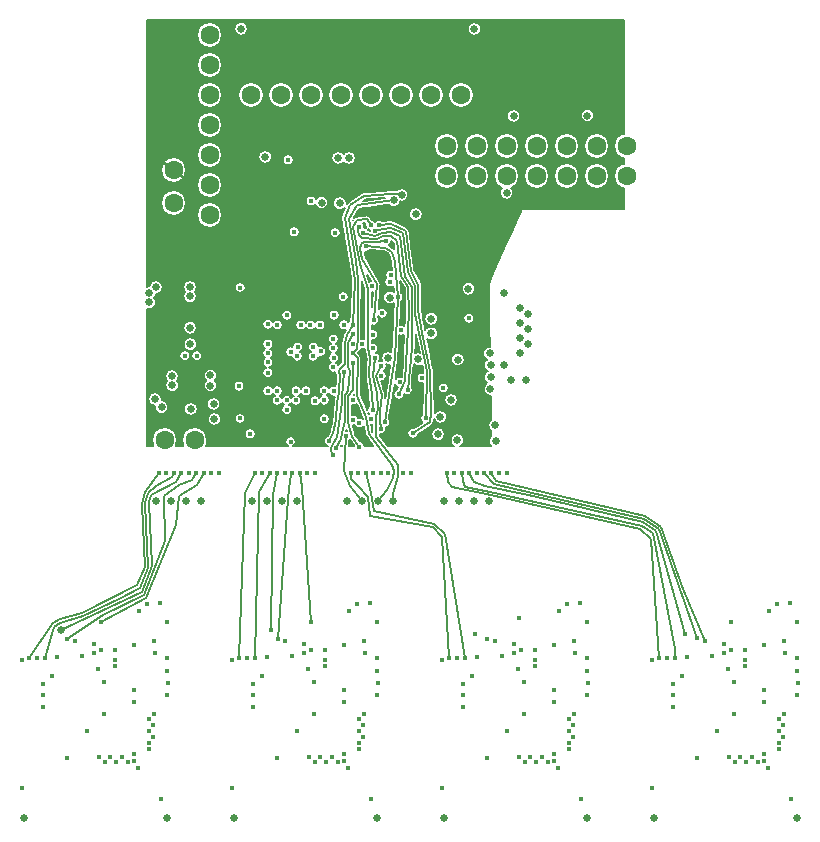
<source format=gbr>
G04 (created by PCBNEW-RS274X (2010-03-14)-final) date Thu 20 Jan 2011 12:09:15 PM EST*
G01*
G70*
G90*
%MOIN*%
G04 Gerber Fmt 3.4, Leading zero omitted, Abs format*
%FSLAX34Y34*%
G04 APERTURE LIST*
%ADD10C,0.001000*%
%ADD11C,0.063000*%
%ADD12C,0.016000*%
%ADD13C,0.025000*%
%ADD14C,0.010000*%
%ADD15C,0.005000*%
G04 APERTURE END LIST*
G54D10*
G54D11*
X22300Y10700D03*
X23300Y10700D03*
X23800Y24200D03*
X23800Y23200D03*
X23800Y22200D03*
X23800Y21200D03*
X23800Y20200D03*
X23800Y19200D03*
X23800Y18200D03*
X37700Y20500D03*
X37700Y19500D03*
X36700Y20500D03*
X36700Y19500D03*
X35700Y20500D03*
X35700Y19500D03*
X34700Y20500D03*
X34700Y19500D03*
X33700Y20500D03*
X33700Y19500D03*
X32700Y20500D03*
X32700Y19500D03*
X31700Y20500D03*
X31700Y19500D03*
X25190Y22210D03*
X26190Y22210D03*
X27190Y22210D03*
X28190Y22210D03*
X32190Y22210D03*
X31190Y22210D03*
X30190Y22210D03*
X29190Y22210D03*
X22600Y19700D03*
X22600Y18600D03*
G54D12*
X28571Y14226D03*
X28017Y10429D03*
X26308Y04007D03*
X26810Y09596D03*
X27168Y04643D03*
X28267Y12986D03*
X27922Y10221D03*
X41168Y04643D03*
X40308Y04007D03*
X33192Y09604D03*
X20168Y04643D03*
X29241Y13757D03*
X28893Y13902D03*
X29506Y11082D03*
X29522Y13174D03*
X29562Y14927D03*
X26424Y20046D03*
X29832Y16198D03*
X27987Y17620D03*
X30399Y12382D03*
X28927Y17617D03*
X30107Y12224D03*
X28776Y17806D03*
X29647Y11305D03*
X30077Y15478D03*
X29013Y17155D03*
X28575Y12037D03*
X31004Y11423D03*
X29319Y17680D03*
X29239Y11699D03*
X29169Y17869D03*
X26368Y12026D03*
X30140Y12639D03*
X29313Y13441D03*
X29267Y14701D03*
X29669Y17340D03*
G54D13*
X23500Y08676D03*
X26700Y08676D03*
X29904Y08668D03*
X33100Y08676D03*
G54D12*
X26623Y17647D03*
X29806Y15979D03*
X32444Y14757D03*
X28574Y13912D03*
X29240Y14216D03*
G54D13*
X33701Y18949D03*
G54D12*
X28574Y13589D03*
G54D13*
X29938Y18692D03*
X26204Y08672D03*
X29429Y08675D03*
X32604Y08672D03*
X23000Y08675D03*
G54D12*
X28575Y14550D03*
X27795Y10679D03*
G54D13*
X30200Y18876D03*
G54D12*
X19308Y04007D03*
X23599Y09608D03*
X20106Y00144D03*
X20303Y-00018D03*
X20495Y00138D03*
X20692Y-00014D03*
X20882Y00146D03*
X21083Y-00014D03*
X21431Y-00243D03*
X21291Y00018D03*
X21291Y00239D03*
X21786Y00397D03*
X21928Y00814D03*
X21785Y01007D03*
X21928Y01200D03*
X21783Y01397D03*
X21932Y01588D03*
X23352Y09610D03*
X19059Y04076D03*
X20637Y03386D03*
X21933Y04016D03*
X21453Y04989D03*
X22845Y09607D03*
G54D13*
X18858Y04355D03*
G54D12*
X22599Y09610D03*
X20296Y02623D03*
X18302Y03446D03*
X22102Y09607D03*
X20097Y03067D03*
X17798Y03451D03*
X27106Y00144D03*
X27303Y-00018D03*
X27495Y00138D03*
X27692Y-00014D03*
X27882Y00146D03*
X28083Y-00014D03*
X28431Y-00243D03*
X28291Y00018D03*
X28291Y00239D03*
X28786Y00397D03*
X21783Y00609D03*
X28783Y00609D03*
X28928Y00814D03*
X28785Y01007D03*
X28928Y01200D03*
X28783Y01397D03*
X28932Y01588D03*
X26552Y09610D03*
X26072Y04067D03*
X28453Y04989D03*
X28933Y04016D03*
X27637Y03386D03*
X26045Y09607D03*
X25858Y04355D03*
X25302Y03446D03*
X27296Y02623D03*
X25799Y09610D03*
X24798Y03451D03*
X27097Y03067D03*
X25302Y09607D03*
X34106Y00144D03*
X34303Y-00018D03*
X34495Y00138D03*
X34692Y-00014D03*
X34882Y00146D03*
X35083Y-00014D03*
X35431Y-00243D03*
X35291Y00018D03*
X35291Y00239D03*
X35786Y00397D03*
X35783Y00609D03*
X35928Y00814D03*
X35785Y01007D03*
X35928Y01200D03*
X35783Y01397D03*
X35932Y01588D03*
X28347Y10830D03*
G54D13*
X22500Y08668D03*
X25700Y08668D03*
X28887Y08666D03*
X32100Y08668D03*
G54D12*
X29752Y09610D03*
X33048Y04059D03*
X35453Y04989D03*
X35933Y04016D03*
X34637Y03386D03*
X29245Y09607D03*
X32650Y04239D03*
X28571Y13285D03*
X28798Y10483D03*
X33308Y04007D03*
X34107Y04765D03*
X32302Y03446D03*
X34296Y02623D03*
X28999Y09610D03*
X31798Y03451D03*
X34097Y03067D03*
X28502Y09607D03*
X41106Y00144D03*
X41303Y-00018D03*
X41495Y00138D03*
X41692Y-00014D03*
X41882Y00146D03*
X42083Y-00014D03*
X42431Y-00243D03*
X42291Y00018D03*
X42291Y00239D03*
X42786Y00397D03*
X42783Y00609D03*
X42928Y00814D03*
X42785Y01007D03*
X42928Y01200D03*
X42783Y01397D03*
X42932Y01588D03*
X28793Y11269D03*
X30569Y10923D03*
X29435Y17859D03*
G54D13*
X22000Y08668D03*
X25200Y08668D03*
X28398Y08672D03*
X31600Y08668D03*
G54D12*
X32952Y09610D03*
X40056Y04094D03*
X42453Y04989D03*
X42933Y04016D03*
X41637Y03386D03*
X32445Y09607D03*
X39650Y04239D03*
X39302Y03446D03*
X41296Y02623D03*
X32199Y09610D03*
X38798Y03451D03*
X41097Y03067D03*
X31702Y09607D03*
G54D13*
X34347Y12721D03*
X33841Y12721D03*
X33318Y11190D03*
X33164Y12401D03*
X31419Y10896D03*
X33171Y12797D03*
X33169Y13204D03*
X32059Y10699D03*
X33332Y10667D03*
G54D12*
X31596Y12439D03*
G54D13*
X31494Y11476D03*
X31853Y12042D03*
X32075Y13388D03*
X30760Y13396D03*
X23154Y14447D03*
X23159Y13895D03*
X23145Y15803D03*
X23830Y12858D03*
X22543Y12834D03*
X23830Y12519D03*
X23934Y11907D03*
X23960Y11399D03*
G54D12*
X25156Y10910D03*
X26499Y10654D03*
X26500Y13644D03*
X26735Y13803D03*
X26728Y13501D03*
X27261Y13803D03*
X27501Y13655D03*
X27258Y13492D03*
X30889Y12774D03*
G54D13*
X31190Y14261D03*
X22202Y11796D03*
X21976Y12067D03*
X22557Y12527D03*
G54D12*
X27955Y12329D03*
X23103Y09610D03*
X23849Y09593D03*
G54D13*
X32627Y24408D03*
X24854Y24415D03*
G54D12*
X26844Y14536D03*
X27472Y14541D03*
X26064Y14538D03*
X26375Y14858D03*
X25744Y13591D03*
X25747Y13294D03*
X26062Y12344D03*
X26057Y12022D03*
X26375Y11716D03*
X24813Y11422D03*
X27005Y12345D03*
X27926Y13132D03*
X27926Y13765D03*
X28272Y14545D03*
X27956Y14862D03*
X24823Y15788D03*
X27626Y12029D03*
X27627Y11409D03*
X28575Y11374D03*
X21276Y02380D03*
X21276Y01985D03*
X22391Y02194D03*
X22403Y02607D03*
X22391Y03008D03*
X19551Y03502D03*
X18707Y03465D03*
X21269Y03875D03*
X20648Y03166D03*
X20637Y03696D03*
X20172Y03696D03*
X22379Y03429D03*
X21987Y03594D03*
X22160Y05275D03*
X22387Y04651D03*
X18240Y01791D03*
X18243Y02191D03*
X18245Y02576D03*
X18545Y02845D03*
X18052Y03449D03*
X20276Y01575D03*
X19705Y00999D03*
X22348Y09611D03*
G54D13*
X22367Y-01901D03*
X17599Y-01896D03*
X24599Y-01896D03*
X29367Y-01901D03*
G54D12*
X25548Y09611D03*
X26705Y00999D03*
X27276Y01575D03*
X25052Y03449D03*
X25545Y02845D03*
X25245Y02576D03*
X25243Y02191D03*
X25240Y01791D03*
X29387Y04651D03*
X29160Y05275D03*
X28987Y03594D03*
X29379Y03429D03*
X27172Y03696D03*
X27637Y03696D03*
X27643Y03163D03*
X28269Y03875D03*
X25707Y03465D03*
X26551Y03502D03*
X29391Y03008D03*
X29403Y02607D03*
X29391Y02194D03*
X28276Y01985D03*
X28276Y02380D03*
X27049Y09593D03*
X26303Y09610D03*
G54D13*
X31599Y-01896D03*
X36367Y-01901D03*
G54D12*
X28748Y09611D03*
X33705Y00999D03*
X34276Y01575D03*
X32052Y03449D03*
X32545Y02845D03*
X32245Y02576D03*
X32243Y02191D03*
X32240Y01791D03*
X36387Y04651D03*
X36160Y05275D03*
X35987Y03594D03*
X36379Y03429D03*
X34172Y03696D03*
X34637Y03696D03*
X34643Y03157D03*
X35269Y03875D03*
X32707Y03465D03*
X33551Y03502D03*
X36391Y03008D03*
X36403Y02607D03*
X36391Y02194D03*
X35276Y01985D03*
X35276Y02380D03*
X30249Y09593D03*
X29503Y09610D03*
G54D13*
X38599Y-01896D03*
X43367Y-01901D03*
G54D12*
X31948Y09611D03*
X40705Y00999D03*
X41276Y01575D03*
X39052Y03449D03*
X39545Y02845D03*
X39245Y02576D03*
X39243Y02191D03*
X39240Y01791D03*
X43387Y04651D03*
X43160Y05275D03*
X42987Y03594D03*
X43379Y03429D03*
X41172Y03696D03*
X41637Y03696D03*
X41659Y03171D03*
X42269Y03875D03*
X39707Y03465D03*
X40551Y03502D03*
X43391Y03008D03*
X43403Y02607D03*
X43391Y02194D03*
X42276Y01985D03*
X42276Y02380D03*
X33449Y09593D03*
X32703Y09610D03*
G54D13*
X23145Y15803D03*
X23147Y15495D03*
X28445Y20106D03*
X30672Y18231D03*
X28139Y18598D03*
X25658Y20143D03*
X33936Y21504D03*
X34409Y13903D03*
X34406Y14391D03*
X34406Y14901D03*
G54D12*
X29526Y12851D03*
X24779Y12501D03*
X30189Y14362D03*
X27190Y18670D03*
G54D13*
X34156Y15108D03*
X34161Y14612D03*
X34156Y14107D03*
X34152Y13595D03*
G54D12*
X17558Y-00879D03*
X19061Y00117D03*
X26061Y00117D03*
X22174Y-01268D03*
X31558Y-00879D03*
X33061Y00117D03*
X36174Y-01268D03*
X40061Y00117D03*
X38558Y-00879D03*
X43174Y-01268D03*
X24547Y-00884D03*
X29174Y-01268D03*
X27475Y12705D03*
X27926Y12823D03*
X27951Y14557D03*
X26533Y14532D03*
X26071Y14073D03*
X26063Y12818D03*
G54D13*
X24241Y15810D03*
X24534Y15810D03*
G54D12*
X27163Y14535D03*
X25740Y14560D03*
X25739Y13902D03*
X25739Y12954D03*
X25741Y12345D03*
X26682Y12345D03*
X27631Y12354D03*
X28260Y15486D03*
X29216Y15828D03*
X29186Y11394D03*
X26679Y12024D03*
G54D13*
X29800Y15454D03*
X31190Y14748D03*
X32428Y15745D03*
X29748Y13441D03*
G54D12*
X27933Y13445D03*
X27928Y14074D03*
G54D13*
X36397Y21519D03*
X27534Y18618D03*
X28090Y20110D03*
G54D12*
X27314Y12013D03*
G54D13*
X22010Y15796D03*
X21794Y15607D03*
X21794Y15294D03*
X33132Y13592D03*
G54D12*
X22973Y13520D03*
X23368Y13516D03*
G54D13*
X23175Y11739D03*
G54D12*
X21714Y05251D03*
X19935Y03612D03*
X19939Y03911D03*
X17546Y03370D03*
X24099Y09594D03*
X27299Y09594D03*
X24546Y03370D03*
X26939Y03911D03*
X26935Y03612D03*
X28714Y05251D03*
X30499Y09594D03*
X31546Y03370D03*
X33939Y03911D03*
X33935Y03612D03*
X35714Y05251D03*
X33699Y09594D03*
X38546Y03370D03*
X40939Y03911D03*
X40935Y03612D03*
X42714Y05251D03*
G54D13*
X33601Y13205D03*
X33601Y15597D03*
G54D14*
X22652Y19659D02*
X22048Y20115D01*
G54D15*
X28571Y14226D02*
X28414Y13945D01*
X28414Y13945D02*
X28416Y13154D01*
X28416Y13154D02*
X28472Y12991D01*
X28472Y12991D02*
X28424Y12350D01*
X28424Y12350D02*
X28338Y12232D01*
X28338Y12232D02*
X28327Y12203D01*
X28327Y12203D02*
X28313Y11973D01*
X28313Y11973D02*
X28311Y11330D01*
X28311Y11330D02*
X28207Y10947D01*
X28207Y10947D02*
X28175Y10734D01*
X28017Y10429D02*
X28175Y10734D01*
X27168Y04643D02*
X26883Y09153D01*
X26883Y09153D02*
X26810Y09596D01*
X28267Y12986D02*
X28222Y12136D01*
X28222Y12136D02*
X28212Y11977D01*
X28212Y11977D02*
X28164Y11459D01*
X28164Y11459D02*
X28038Y10789D01*
X28038Y10789D02*
X27917Y10569D01*
X27917Y10569D02*
X27850Y10448D01*
X27850Y10448D02*
X27854Y10338D01*
X27854Y10338D02*
X27922Y10221D01*
X40308Y04007D02*
X39585Y05730D01*
X38853Y07799D02*
X39585Y05730D01*
X38853Y07799D02*
X38319Y08163D01*
X33349Y09328D02*
X33192Y09604D01*
X38319Y08163D02*
X33349Y09328D01*
X21684Y05449D02*
X20168Y04643D01*
X22669Y07862D02*
X22794Y08850D01*
X22794Y08850D02*
X23398Y09215D01*
X21684Y05449D02*
X22669Y07862D01*
X29506Y11082D02*
X29466Y11382D01*
X29466Y11382D02*
X29497Y11684D01*
X29497Y11684D02*
X29539Y12200D01*
X29539Y12200D02*
X29339Y12849D01*
X29339Y12849D02*
X29522Y13174D01*
X30399Y12382D02*
X30545Y13762D01*
X30545Y13762D02*
X30562Y15808D01*
X30562Y15808D02*
X30318Y16150D01*
X30318Y16150D02*
X30153Y17519D01*
X29325Y17514D02*
X28927Y17617D01*
X30153Y17519D02*
X29843Y17654D01*
X29843Y17654D02*
X29553Y17611D01*
X29553Y17611D02*
X29325Y17514D01*
X30107Y12224D02*
X30326Y12655D01*
X30442Y14953D02*
X30431Y15818D01*
X30431Y15818D02*
X30186Y16156D01*
X30326Y12655D02*
X30442Y14953D01*
X30052Y17340D02*
X29834Y17509D01*
X28788Y17537D02*
X28751Y17672D01*
X28751Y17672D02*
X28776Y17806D01*
X29370Y17410D02*
X28874Y17426D01*
X30186Y16156D02*
X30052Y17340D01*
X28874Y17426D02*
X28788Y17537D01*
X29834Y17509D02*
X29572Y17509D01*
X29572Y17509D02*
X29370Y17410D01*
X29647Y11305D02*
X29862Y12638D01*
X29862Y12638D02*
X29969Y13428D01*
X30077Y15478D02*
X29969Y13428D01*
X30077Y15478D02*
X29972Y16642D01*
X29972Y16642D02*
X29876Y16981D01*
X29876Y16981D02*
X29658Y17121D01*
X29013Y17155D02*
X29658Y17121D01*
X31004Y11423D02*
X31052Y13000D01*
X31052Y13000D02*
X30655Y14918D01*
X30655Y14918D02*
X30664Y15831D01*
X30664Y15831D02*
X30405Y16318D01*
X30405Y16318D02*
X30245Y17596D01*
X30245Y17596D02*
X29858Y17775D01*
X29858Y17775D02*
X29592Y17727D01*
X29592Y17727D02*
X29319Y17680D01*
X29239Y11699D02*
X29214Y12236D01*
X29157Y13442D02*
X29081Y13758D01*
X29081Y13758D02*
X29084Y14338D01*
X29084Y14338D02*
X29078Y15750D01*
X29078Y15750D02*
X28815Y16581D01*
X29169Y17869D02*
X29043Y18072D01*
X28597Y17796D02*
X28704Y18029D01*
X28704Y18029D02*
X29043Y18072D01*
X28815Y16581D02*
X28597Y17796D01*
X29214Y12236D02*
X29130Y12856D01*
X29130Y12856D02*
X29157Y13442D01*
X29313Y13441D02*
X29233Y12845D01*
X29400Y11746D02*
X29385Y11596D01*
X29385Y11596D02*
X29348Y11491D01*
X29348Y11491D02*
X29344Y11320D01*
X29344Y11320D02*
X29356Y10816D01*
X29324Y15123D02*
X29267Y14701D01*
X29304Y17301D02*
X29669Y17340D01*
X29304Y17301D02*
X28951Y17320D01*
X29381Y15897D02*
X29324Y15123D01*
X28951Y17320D02*
X28864Y17223D01*
X28830Y17078D02*
X28888Y16744D01*
X28864Y17223D02*
X28830Y17078D01*
X28888Y16744D02*
X29381Y15897D01*
X29356Y10816D02*
X30071Y09866D01*
X30071Y09866D02*
X30083Y09510D01*
X30083Y09510D02*
X29900Y08903D01*
X29904Y08668D02*
X29900Y08903D01*
X29373Y12264D02*
X29400Y11746D01*
X29233Y12845D02*
X29373Y12264D01*
X29016Y11462D02*
X28731Y12188D01*
X28731Y12188D02*
X28732Y13443D01*
X28732Y13443D02*
X28574Y13589D01*
X28574Y13589D02*
X28724Y13747D01*
X28724Y13747D02*
X28738Y14132D01*
X28738Y14132D02*
X28747Y16039D01*
X28747Y16039D02*
X28694Y16688D01*
X28694Y16688D02*
X28447Y18063D01*
X28447Y18063D02*
X28714Y18523D01*
X29938Y18692D02*
X28714Y18523D01*
X29016Y11462D02*
X29116Y10907D01*
X29116Y10907D02*
X29873Y09872D01*
X29873Y09872D02*
X29943Y09660D01*
X29943Y09660D02*
X29927Y09434D01*
X29927Y09434D02*
X29703Y09049D01*
X29429Y08675D02*
X29703Y09049D01*
X28575Y14550D02*
X28376Y14196D01*
X28376Y14196D02*
X28312Y13952D01*
X28312Y13952D02*
X28313Y13249D01*
X28313Y13249D02*
X28136Y13087D01*
X28136Y13087D02*
X28110Y13004D01*
X28136Y12871D02*
X28107Y12983D01*
X28136Y12871D02*
X28111Y12306D01*
X28111Y12306D02*
X28064Y11923D01*
X28064Y11923D02*
X28013Y11361D01*
X28013Y11361D02*
X27929Y10936D01*
X27795Y10679D02*
X27929Y10936D01*
X28575Y14550D02*
X28645Y16026D01*
X28645Y16026D02*
X28305Y18121D01*
X28305Y18121D02*
X28491Y18537D01*
X28491Y18537D02*
X28960Y18847D01*
X28960Y18847D02*
X29856Y18910D01*
X29856Y18910D02*
X30103Y18905D01*
X30103Y18905D02*
X30200Y18876D01*
X23398Y09215D02*
X23599Y09608D01*
X19059Y04076D02*
X20234Y04883D01*
X22312Y07322D02*
X22289Y08822D01*
X22289Y08822D02*
X22794Y09193D01*
X22794Y09193D02*
X23212Y09379D01*
X23212Y09379D02*
X23352Y09610D01*
X21608Y05530D02*
X22312Y07322D01*
X21608Y05530D02*
X20234Y04883D01*
X21547Y05651D02*
X18858Y04355D01*
X21547Y05651D02*
X21886Y06514D01*
X21858Y08875D02*
X22696Y09308D01*
X22696Y09308D02*
X22845Y09607D01*
X21781Y08649D02*
X21858Y08875D01*
X21886Y06514D02*
X21781Y08649D01*
X18302Y03446D02*
X18621Y04481D01*
X21487Y05772D02*
X20777Y05393D01*
X22010Y09182D02*
X22552Y09462D01*
X22552Y09462D02*
X22599Y09610D01*
X21745Y08931D02*
X22010Y09182D01*
X21664Y08593D02*
X21745Y08931D01*
X18621Y04481D02*
X18816Y04607D01*
X18816Y04607D02*
X19586Y04841D01*
X19586Y04841D02*
X20777Y05393D01*
X21487Y05772D02*
X21751Y06447D01*
X21751Y06447D02*
X21664Y08593D01*
X21640Y08960D02*
X22102Y09607D01*
X18574Y04591D02*
X17798Y03451D01*
X18816Y04724D02*
X18574Y04591D01*
X19542Y04938D02*
X18816Y04724D01*
X21640Y08960D02*
X21543Y08564D01*
X21649Y06467D02*
X21543Y08564D01*
X21649Y06467D02*
X21383Y05874D01*
X21383Y05874D02*
X19542Y04938D01*
X26072Y04067D02*
X26410Y08726D01*
X26410Y08726D02*
X26482Y09362D01*
X26482Y09362D02*
X26552Y09610D01*
X25858Y04355D02*
X25903Y08877D01*
X25903Y08877D02*
X26045Y09607D01*
X25302Y03446D02*
X25453Y08978D01*
X25453Y08978D02*
X25799Y09610D01*
X24798Y03451D02*
X24984Y08927D01*
X24984Y08927D02*
X25302Y09607D01*
X28347Y10830D02*
X28297Y09656D01*
X28297Y09656D02*
X28497Y09179D01*
X28497Y09179D02*
X28887Y08666D01*
X28571Y13285D02*
X28575Y12384D01*
X28575Y12384D02*
X28428Y12185D01*
X28428Y12185D02*
X28418Y12037D01*
X28418Y12037D02*
X28412Y11311D01*
X28412Y11311D02*
X28551Y10804D01*
X28798Y10483D02*
X28551Y10804D01*
X31648Y07558D02*
X32302Y03446D01*
X31648Y07558D02*
X31271Y07906D01*
X29268Y08348D02*
X29175Y08931D01*
X29175Y08931D02*
X28999Y09610D01*
X31271Y07906D02*
X29268Y08348D01*
X31561Y07465D02*
X31242Y07796D01*
X29163Y08168D02*
X29069Y08811D01*
X29069Y08811D02*
X28790Y09145D01*
X28790Y09145D02*
X28514Y09413D01*
X28514Y09413D02*
X28502Y09607D01*
X31242Y07796D02*
X29163Y08168D01*
X31561Y07465D02*
X31798Y03451D01*
X30569Y10923D02*
X31140Y11300D01*
X31140Y11300D02*
X31192Y11592D01*
X31192Y11592D02*
X31154Y13020D01*
X31154Y13020D02*
X30892Y14279D01*
X30892Y14279D02*
X30757Y15029D01*
X30757Y15029D02*
X30765Y15882D01*
X30765Y15882D02*
X30512Y16332D01*
X30512Y16332D02*
X30337Y17669D01*
X30337Y17669D02*
X29834Y17921D01*
X29834Y17921D02*
X29435Y17859D01*
X38768Y07731D02*
X40056Y04094D01*
X38768Y07731D02*
X38297Y08056D01*
X33269Y09241D02*
X32952Y09610D01*
X34560Y08937D02*
X33269Y09241D01*
X38297Y08056D02*
X34560Y08937D01*
X38677Y07659D02*
X39650Y04239D01*
X38677Y07659D02*
X38236Y07962D01*
X32995Y09185D02*
X32600Y09297D01*
X32600Y09297D02*
X32445Y09607D01*
X34573Y08822D02*
X32995Y09185D01*
X38236Y07962D02*
X34573Y08822D01*
X39302Y03446D02*
X39300Y03750D01*
X38592Y07589D02*
X39300Y03750D01*
X38592Y07589D02*
X38200Y07850D01*
X33163Y08986D02*
X32323Y09154D01*
X32323Y09154D02*
X32238Y09323D01*
X32238Y09323D02*
X32199Y09610D01*
X38200Y07850D02*
X33163Y08986D01*
X38520Y07421D02*
X38798Y03451D01*
X38520Y07421D02*
X38162Y07752D01*
X33176Y08865D02*
X31891Y09139D01*
X31891Y09139D02*
X31740Y09310D01*
X31740Y09310D02*
X31702Y09607D01*
X38162Y07752D02*
X33176Y08865D01*
G54D14*
X22600Y19700D02*
X23074Y19330D01*
G54D10*
G36*
X37182Y21594D02*
X37600Y22481D01*
X37600Y21594D01*
X37182Y21594D01*
X37182Y21594D01*
G37*
G54D15*
X37182Y21594D02*
X37600Y22481D01*
X37600Y21594D01*
X37182Y21594D01*
G54D10*
G36*
X37182Y22481D02*
X37600Y23369D01*
X37600Y22481D01*
X37182Y22481D01*
X37182Y22481D01*
G37*
G54D15*
X37182Y22481D02*
X37600Y23369D01*
X37600Y22481D01*
X37182Y22481D01*
G54D10*
G36*
X37182Y23369D02*
X37600Y24256D01*
X37600Y23369D01*
X37182Y23369D01*
X37182Y23369D01*
G37*
G54D15*
X37182Y23369D02*
X37600Y24256D01*
X37600Y23369D01*
X37182Y23369D01*
G54D10*
G36*
X37182Y24256D02*
X37600Y24700D01*
X37600Y24256D01*
X37182Y24256D01*
X37182Y24256D01*
G37*
G54D15*
X37182Y24256D02*
X37600Y24700D01*
X37600Y24256D01*
X37182Y24256D01*
G54D10*
G36*
X37182Y18931D02*
X37536Y19104D01*
X37600Y18400D01*
X37182Y18931D01*
X37182Y18931D01*
G37*
G54D15*
X37182Y18931D02*
X37536Y19104D01*
X37600Y18400D01*
X37182Y18931D01*
G54D10*
G36*
X37304Y19664D02*
X37271Y19500D01*
X37096Y19664D01*
X37304Y19664D01*
X37304Y19664D01*
G37*
G54D15*
X37304Y19664D02*
X37271Y19500D01*
X37096Y19664D01*
X37304Y19664D01*
G54D10*
G36*
X37182Y20706D02*
X37271Y20500D01*
X37129Y20500D01*
X37182Y20706D01*
X37182Y20706D01*
G37*
G54D15*
X37182Y20706D02*
X37271Y20500D01*
X37129Y20500D01*
X37182Y20706D01*
G54D10*
G36*
X37182Y22481D02*
X37600Y22481D01*
X37182Y21594D01*
X37182Y22481D01*
X37182Y22481D01*
G37*
G54D15*
X37182Y22481D02*
X37600Y22481D01*
X37182Y21594D01*
X37182Y22481D01*
G54D10*
G36*
X37182Y23369D02*
X37600Y23369D01*
X37182Y22481D01*
X37182Y23369D01*
X37182Y23369D01*
G37*
G54D15*
X37182Y23369D02*
X37600Y23369D01*
X37182Y22481D01*
X37182Y23369D01*
G54D10*
G36*
X37182Y22481D02*
X36345Y22481D01*
X37182Y23369D01*
X37182Y22481D01*
X37182Y22481D01*
G37*
G54D15*
X37182Y22481D02*
X36345Y22481D01*
X37182Y23369D01*
X37182Y22481D01*
G54D10*
G36*
X37182Y24256D02*
X37600Y24256D01*
X37182Y23369D01*
X37182Y24256D01*
X37182Y24256D01*
G37*
G54D15*
X37182Y24256D02*
X37600Y24256D01*
X37182Y23369D01*
X37182Y24256D01*
G54D10*
G36*
X37182Y23369D02*
X36345Y23369D01*
X37182Y24256D01*
X37182Y23369D01*
X37182Y23369D01*
G37*
G54D15*
X37182Y23369D02*
X36345Y23369D01*
X37182Y24256D01*
X37182Y23369D01*
G54D10*
G36*
X37182Y24256D02*
X36345Y24256D01*
X37182Y24700D01*
X37182Y24256D01*
X37182Y24256D01*
G37*
G54D15*
X37182Y24256D02*
X36345Y24256D01*
X37182Y24700D01*
X37182Y24256D01*
G54D10*
G36*
X37182Y18400D02*
X36345Y18400D01*
X36700Y19071D01*
X37182Y18400D01*
X37182Y18400D01*
G37*
G54D15*
X37182Y18400D02*
X36345Y18400D01*
X36700Y19071D01*
X37182Y18400D01*
G54D10*
G36*
X37397Y20803D02*
X37003Y20803D01*
X37182Y21594D01*
X37397Y20803D01*
X37397Y20803D01*
G37*
G54D15*
X37397Y20803D02*
X37003Y20803D01*
X37182Y21594D01*
X37397Y20803D01*
G54D10*
G36*
X37182Y23369D02*
X36345Y22481D01*
X36345Y23369D01*
X37182Y23369D01*
X37182Y23369D01*
G37*
G54D15*
X37182Y23369D02*
X36345Y22481D01*
X36345Y23369D01*
X37182Y23369D01*
G54D10*
G36*
X36345Y22481D02*
X35508Y22481D01*
X36345Y23369D01*
X36345Y22481D01*
X36345Y22481D01*
G37*
G54D15*
X36345Y22481D02*
X35508Y22481D01*
X36345Y23369D01*
X36345Y22481D01*
G54D10*
G36*
X37182Y24256D02*
X36345Y23369D01*
X36345Y24256D01*
X37182Y24256D01*
X37182Y24256D01*
G37*
G54D15*
X37182Y24256D02*
X36345Y23369D01*
X36345Y24256D01*
X37182Y24256D01*
G54D10*
G36*
X36345Y23369D02*
X35508Y23369D01*
X36345Y24256D01*
X36345Y23369D01*
X36345Y23369D01*
G37*
G54D15*
X36345Y23369D02*
X35508Y23369D01*
X36345Y24256D01*
X36345Y23369D01*
G54D10*
G36*
X35508Y24256D02*
X34671Y24256D01*
X35508Y24700D01*
X35508Y24256D01*
X35508Y24256D01*
G37*
G54D15*
X35508Y24256D02*
X34671Y24256D01*
X35508Y24700D01*
X35508Y24256D01*
G54D10*
G36*
X35508Y18400D02*
X35864Y19104D01*
X36345Y18400D01*
X35508Y18400D01*
X35508Y18400D01*
G37*
G54D15*
X35508Y18400D02*
X35864Y19104D01*
X36345Y18400D01*
X35508Y18400D01*
G54D10*
G36*
X36345Y22481D02*
X36236Y21680D01*
X35508Y22481D01*
X36345Y22481D01*
X36345Y22481D01*
G37*
G54D15*
X36345Y22481D02*
X36236Y21680D01*
X35508Y22481D01*
X36345Y22481D01*
G54D10*
G36*
X35508Y21594D02*
X34671Y21594D01*
X35508Y22481D01*
X35508Y21594D01*
X35508Y21594D01*
G37*
G54D15*
X35508Y21594D02*
X34671Y21594D01*
X35508Y22481D01*
X35508Y21594D01*
G54D10*
G36*
X36345Y23369D02*
X35508Y22481D01*
X35508Y23369D01*
X36345Y23369D01*
X36345Y23369D01*
G37*
G54D15*
X36345Y23369D02*
X35508Y22481D01*
X35508Y23369D01*
X36345Y23369D01*
G54D10*
G36*
X35508Y22481D02*
X34671Y22481D01*
X35508Y23369D01*
X35508Y22481D01*
X35508Y22481D01*
G37*
G54D15*
X35508Y22481D02*
X34671Y22481D01*
X35508Y23369D01*
X35508Y22481D01*
G54D10*
G36*
X36345Y24256D02*
X35508Y23369D01*
X35508Y24256D01*
X36345Y24256D01*
X36345Y24256D01*
G37*
G54D15*
X36345Y24256D02*
X35508Y23369D01*
X35508Y24256D01*
X36345Y24256D01*
G54D10*
G36*
X35508Y23369D02*
X34671Y23369D01*
X35508Y24256D01*
X35508Y23369D01*
X35508Y23369D01*
G37*
G54D15*
X35508Y23369D02*
X34671Y23369D01*
X35508Y24256D01*
X35508Y23369D01*
G54D10*
G36*
X34671Y24256D02*
X33834Y24256D01*
X34671Y24700D01*
X34671Y24256D01*
X34671Y24256D01*
G37*
G54D15*
X34671Y24256D02*
X33834Y24256D01*
X34671Y24700D01*
X34671Y24256D01*
G54D10*
G36*
X35508Y18931D02*
X35700Y19071D01*
X35508Y18400D01*
X35508Y18931D01*
X35508Y18931D01*
G37*
G54D15*
X35508Y18931D02*
X35700Y19071D01*
X35508Y18400D01*
X35508Y18931D01*
G54D10*
G36*
X35508Y22481D02*
X34671Y21594D01*
X34671Y22481D01*
X35508Y22481D01*
X35508Y22481D01*
G37*
G54D15*
X35508Y22481D02*
X34671Y21594D01*
X34671Y22481D01*
X35508Y22481D01*
G54D10*
G36*
X35508Y23369D02*
X34671Y22481D01*
X34671Y23369D01*
X35508Y23369D01*
X35508Y23369D01*
G37*
G54D15*
X35508Y23369D02*
X34671Y22481D01*
X34671Y23369D01*
X35508Y23369D01*
G54D10*
G36*
X34671Y22481D02*
X33834Y22481D01*
X34671Y23369D01*
X34671Y22481D01*
X34671Y22481D01*
G37*
G54D15*
X34671Y22481D02*
X33834Y22481D01*
X34671Y23369D01*
X34671Y22481D01*
G54D10*
G36*
X35508Y24256D02*
X34671Y23369D01*
X34671Y24256D01*
X35508Y24256D01*
X35508Y24256D01*
G37*
G54D15*
X35508Y24256D02*
X34671Y23369D01*
X34671Y24256D01*
X35508Y24256D01*
G54D10*
G36*
X34671Y23369D02*
X33834Y23369D01*
X34671Y24256D01*
X34671Y23369D01*
X34671Y23369D01*
G37*
G54D15*
X34671Y23369D02*
X33834Y23369D01*
X34671Y24256D01*
X34671Y23369D01*
G54D10*
G36*
X33834Y24256D02*
X32997Y24256D01*
X33834Y24700D01*
X33834Y24256D01*
X33834Y24256D01*
G37*
G54D15*
X33834Y24256D02*
X32997Y24256D01*
X33834Y24700D01*
X33834Y24256D01*
G54D10*
G36*
X32997Y15381D02*
X33110Y15381D01*
X32997Y14494D01*
X32997Y15381D01*
X32997Y15381D01*
G37*
G54D15*
X32997Y15381D02*
X33110Y15381D01*
X32997Y14494D01*
X32997Y15381D01*
G54D10*
G36*
X33834Y18044D02*
X34043Y18044D01*
X33834Y17569D01*
X33834Y18044D01*
X33834Y18044D01*
G37*
G54D15*
X33834Y18044D02*
X34043Y18044D01*
X33834Y17569D01*
X33834Y18044D01*
G54D10*
G36*
X33653Y17156D02*
X32997Y17156D01*
X33834Y17569D01*
X33653Y17156D01*
X33653Y17156D01*
G37*
G54D15*
X33653Y17156D02*
X32997Y17156D01*
X33834Y17569D01*
X33653Y17156D01*
G54D10*
G36*
X34671Y23369D02*
X33834Y22481D01*
X33834Y23369D01*
X34671Y23369D01*
X34671Y23369D01*
G37*
G54D15*
X34671Y23369D02*
X33834Y22481D01*
X33834Y23369D01*
X34671Y23369D01*
G54D10*
G36*
X33834Y22481D02*
X32997Y22481D01*
X33834Y23369D01*
X33834Y22481D01*
X33834Y22481D01*
G37*
G54D15*
X33834Y22481D02*
X32997Y22481D01*
X33834Y23369D01*
X33834Y22481D01*
G54D10*
G36*
X34671Y24256D02*
X33834Y23369D01*
X33834Y24256D01*
X34671Y24256D01*
X34671Y24256D01*
G37*
G54D15*
X34671Y24256D02*
X33834Y23369D01*
X33834Y24256D01*
X34671Y24256D01*
G54D10*
G36*
X33834Y23369D02*
X32997Y23369D01*
X33834Y24256D01*
X33834Y23369D01*
X33834Y23369D01*
G37*
G54D15*
X33834Y23369D02*
X32997Y23369D01*
X33834Y24256D01*
X33834Y23369D01*
G54D10*
G36*
X32837Y24495D02*
X32888Y24700D01*
X32997Y24256D01*
X32837Y24495D01*
X32837Y24495D01*
G37*
G54D15*
X32837Y24495D02*
X32888Y24700D01*
X32997Y24256D01*
X32837Y24495D01*
G54D10*
G36*
X32997Y17156D02*
X32161Y16269D01*
X32161Y17156D01*
X32997Y17156D01*
X32997Y17156D01*
G37*
G54D15*
X32997Y17156D02*
X32161Y16269D01*
X32161Y17156D01*
X32997Y17156D01*
G54D10*
G36*
X32997Y11831D02*
X33108Y11277D01*
X32161Y11831D01*
X32997Y11831D01*
X32997Y11831D01*
G37*
G54D15*
X32997Y11831D02*
X33108Y11277D01*
X32161Y11831D01*
X32997Y11831D01*
G54D10*
G36*
X32997Y14494D02*
X33110Y15381D01*
X33126Y14494D01*
X32997Y14494D01*
X32997Y14494D01*
G37*
G54D15*
X32997Y14494D02*
X33110Y15381D01*
X33126Y14494D01*
X32997Y14494D01*
G54D10*
G36*
X32997Y15381D02*
X33100Y15900D01*
X33110Y15381D01*
X32997Y15381D01*
X32997Y15381D01*
G37*
G54D15*
X32997Y15381D02*
X33100Y15900D01*
X33110Y15381D01*
X32997Y15381D01*
G54D10*
G36*
X31324Y14494D02*
X31277Y14538D01*
X31351Y14587D01*
X31324Y14494D01*
X31324Y14494D01*
G37*
G54D15*
X31324Y14494D02*
X31277Y14538D01*
X31351Y14587D01*
X31324Y14494D01*
G54D10*
G36*
X33834Y18044D02*
X33834Y17569D01*
X32997Y18044D01*
X33834Y18044D01*
X33834Y18044D01*
G37*
G54D15*
X33834Y18044D02*
X33834Y17569D01*
X32997Y18044D01*
X33834Y18044D01*
G54D10*
G36*
X32997Y17156D02*
X32161Y17156D01*
X32997Y18044D01*
X32997Y17156D01*
X32997Y17156D01*
G37*
G54D15*
X32997Y17156D02*
X32161Y17156D01*
X32997Y18044D01*
X32997Y17156D01*
G54D10*
G36*
X32161Y18044D02*
X32700Y19071D01*
X32997Y18044D01*
X32161Y18044D01*
X32161Y18044D01*
G37*
G54D15*
X32161Y18044D02*
X32700Y19071D01*
X32997Y18044D01*
X32161Y18044D01*
G54D10*
G36*
X33834Y22481D02*
X33775Y21665D01*
X32997Y22481D01*
X33834Y22481D01*
X33834Y22481D01*
G37*
G54D15*
X33834Y22481D02*
X33775Y21665D01*
X32997Y22481D01*
X33834Y22481D01*
G54D10*
G36*
X33834Y23369D02*
X32997Y22481D01*
X32997Y23369D01*
X33834Y23369D01*
X33834Y23369D01*
G37*
G54D15*
X33834Y23369D02*
X32997Y22481D01*
X32997Y23369D01*
X33834Y23369D01*
G54D10*
G36*
X33834Y24256D02*
X32997Y23369D01*
X32997Y24256D01*
X33834Y24256D01*
X33834Y24256D01*
G37*
G54D15*
X33834Y24256D02*
X32997Y23369D01*
X32997Y24256D01*
X33834Y24256D01*
G54D10*
G36*
X32161Y23369D02*
X32627Y24180D01*
X32997Y23369D01*
X32161Y23369D01*
X32161Y23369D01*
G37*
G54D15*
X32161Y23369D02*
X32627Y24180D01*
X32997Y23369D01*
X32161Y23369D01*
G54D10*
G36*
X32997Y23369D02*
X32714Y24198D01*
X32997Y24256D01*
X32997Y23369D01*
X32997Y23369D01*
G37*
G54D15*
X32997Y23369D02*
X32714Y24198D01*
X32997Y24256D01*
X32997Y23369D01*
G54D10*
G36*
X32161Y17156D02*
X31324Y16269D01*
X31324Y17156D01*
X32161Y17156D01*
X32161Y17156D01*
G37*
G54D15*
X32161Y17156D02*
X31324Y16269D01*
X31324Y17156D01*
X32161Y17156D01*
G54D10*
G36*
X32624Y14757D02*
X32610Y14826D01*
X32997Y14494D01*
X32624Y14757D01*
X32624Y14757D01*
G37*
G54D15*
X32624Y14757D02*
X32610Y14826D01*
X32997Y14494D01*
X32624Y14757D01*
G54D10*
G36*
X31190Y14033D02*
X31100Y13875D01*
X31103Y14051D01*
X31190Y14033D01*
X31190Y14033D01*
G37*
G54D15*
X31190Y14033D02*
X31100Y13875D01*
X31103Y14051D01*
X31190Y14033D01*
G54D10*
G36*
X32997Y17156D02*
X32997Y16269D01*
X32161Y16269D01*
X32997Y17156D01*
X32997Y17156D01*
G37*
G54D15*
X32997Y17156D02*
X32997Y16269D01*
X32161Y16269D01*
X32997Y17156D01*
G54D10*
G36*
X32278Y14826D02*
X31400Y14835D01*
X32161Y15381D01*
X32278Y14826D01*
X32278Y14826D01*
G37*
G54D15*
X32278Y14826D02*
X31400Y14835D01*
X32161Y15381D01*
X32278Y14826D01*
G54D10*
G36*
X32997Y16269D02*
X32515Y15955D01*
X32161Y16269D01*
X32997Y16269D01*
X32997Y16269D01*
G37*
G54D15*
X32997Y16269D02*
X32515Y15955D01*
X32161Y16269D01*
X32997Y16269D01*
G54D10*
G36*
X32997Y18044D02*
X32161Y17156D01*
X32161Y18044D01*
X32997Y18044D01*
X32997Y18044D01*
G37*
G54D15*
X32997Y18044D02*
X32161Y17156D01*
X32161Y18044D01*
X32997Y18044D01*
G54D10*
G36*
X32161Y17156D02*
X31324Y17156D01*
X32161Y18044D01*
X32161Y17156D01*
X32161Y17156D01*
G37*
G54D15*
X32161Y17156D02*
X31324Y17156D01*
X32161Y18044D01*
X32161Y17156D01*
G54D10*
G36*
X32161Y18931D02*
X32700Y19071D01*
X32161Y18044D01*
X32161Y18931D01*
X32161Y18931D01*
G37*
G54D15*
X32161Y18931D02*
X32700Y19071D01*
X32161Y18044D01*
X32161Y18931D01*
G54D10*
G36*
X31324Y18044D02*
X31700Y19071D01*
X32161Y18044D01*
X31324Y18044D01*
X31324Y18044D01*
G37*
G54D15*
X31324Y18044D02*
X31700Y19071D01*
X32161Y18044D01*
X31324Y18044D01*
G54D10*
G36*
X32304Y19664D02*
X32271Y19500D01*
X32096Y19664D01*
X32304Y19664D01*
X32304Y19664D01*
G37*
G54D15*
X32304Y19664D02*
X32271Y19500D01*
X32096Y19664D01*
X32304Y19664D01*
G54D10*
G36*
X32161Y20706D02*
X32271Y20500D01*
X32129Y20500D01*
X32161Y20706D01*
X32161Y20706D01*
G37*
G54D15*
X32161Y20706D02*
X32271Y20500D01*
X32129Y20500D01*
X32161Y20706D01*
G54D10*
G36*
X32997Y21594D02*
X32700Y20929D01*
X32161Y21594D01*
X32997Y21594D01*
X32997Y21594D01*
G37*
G54D15*
X32997Y21594D02*
X32700Y20929D01*
X32161Y21594D01*
X32997Y21594D01*
G54D10*
G36*
X32997Y21594D02*
X32586Y22046D01*
X32997Y22481D01*
X32997Y21594D01*
X32997Y21594D01*
G37*
G54D15*
X32997Y21594D02*
X32586Y22046D01*
X32997Y22481D01*
X32997Y21594D01*
G54D10*
G36*
X32997Y22481D02*
X32493Y22513D01*
X32997Y23369D01*
X32997Y22481D01*
X32997Y22481D01*
G37*
G54D15*
X32997Y22481D02*
X32493Y22513D01*
X32997Y23369D01*
X32997Y22481D01*
G54D10*
G36*
X32161Y23369D02*
X31324Y23369D01*
X32161Y24256D01*
X32161Y23369D01*
X32161Y23369D01*
G37*
G54D15*
X32161Y23369D02*
X31324Y23369D01*
X32161Y24256D01*
X32161Y23369D01*
G54D10*
G36*
X32161Y24256D02*
X31324Y24256D01*
X32161Y24700D01*
X32161Y24256D01*
X32161Y24256D01*
G37*
G54D15*
X32161Y24256D02*
X31324Y24256D01*
X32161Y24700D01*
X32161Y24256D01*
G54D10*
G36*
X31281Y10500D02*
X30889Y10500D01*
X31258Y10735D01*
X31281Y10500D01*
X31281Y10500D01*
G37*
G54D15*
X31281Y10500D02*
X30889Y10500D01*
X31258Y10735D01*
X31281Y10500D01*
G54D10*
G36*
X32161Y12719D02*
X31776Y12439D01*
X31762Y12508D01*
X32161Y12719D01*
X32161Y12719D01*
G37*
G54D15*
X32161Y12719D02*
X31776Y12439D01*
X31762Y12508D01*
X32161Y12719D01*
G54D10*
G36*
X29675Y12239D02*
X29674Y12238D01*
X29655Y12237D01*
X29675Y12239D01*
X29675Y12239D01*
G37*
G54D15*
X29675Y12239D02*
X29674Y12238D01*
X29655Y12237D01*
X29675Y12239D01*
G54D10*
G36*
X30673Y13186D02*
X30760Y13168D01*
X30590Y13032D01*
X30673Y13186D01*
X30673Y13186D01*
G37*
G54D15*
X30673Y13186D02*
X30760Y13168D01*
X30590Y13032D01*
X30673Y13186D01*
G54D10*
G36*
X32161Y17156D02*
X32161Y16269D01*
X31324Y16269D01*
X32161Y17156D01*
X32161Y17156D01*
G37*
G54D15*
X32161Y17156D02*
X32161Y16269D01*
X31324Y16269D01*
X32161Y17156D01*
G54D10*
G36*
X32161Y18044D02*
X31324Y17156D01*
X31324Y18044D01*
X32161Y18044D01*
X32161Y18044D01*
G37*
G54D15*
X32161Y18044D02*
X31324Y17156D01*
X31324Y18044D01*
X32161Y18044D01*
G54D10*
G36*
X31324Y18931D02*
X31700Y19071D01*
X31324Y18044D01*
X31324Y18931D01*
X31324Y18931D01*
G37*
G54D15*
X31324Y18931D02*
X31700Y19071D01*
X31324Y18044D01*
X31324Y18931D01*
G54D10*
G36*
X31324Y17156D02*
X30759Y18021D01*
X31324Y18044D01*
X31324Y17156D01*
X31324Y17156D01*
G37*
G54D15*
X31324Y17156D02*
X30759Y18021D01*
X31324Y18044D01*
X31324Y17156D01*
G54D10*
G36*
X32397Y20803D02*
X32003Y20803D01*
X32161Y21594D01*
X32397Y20803D01*
X32397Y20803D01*
G37*
G54D15*
X32397Y20803D02*
X32003Y20803D01*
X32161Y21594D01*
X32397Y20803D01*
G54D10*
G36*
X30487Y20706D02*
X30487Y21594D01*
X31397Y20803D01*
X30487Y20706D01*
X30487Y20706D01*
G37*
G54D15*
X30487Y20706D02*
X30487Y21594D01*
X31397Y20803D01*
X30487Y20706D01*
G54D10*
G36*
X31354Y22606D02*
X31324Y23369D01*
X32026Y22606D01*
X31354Y22606D01*
X31354Y22606D01*
G37*
G54D15*
X31354Y22606D02*
X31324Y23369D01*
X32026Y22606D01*
X31354Y22606D01*
G54D10*
G36*
X32161Y24256D02*
X31324Y23369D01*
X31324Y24256D01*
X32161Y24256D01*
X32161Y24256D01*
G37*
G54D15*
X32161Y24256D02*
X31324Y23369D01*
X31324Y24256D01*
X32161Y24256D01*
G54D10*
G36*
X31324Y23369D02*
X30487Y23369D01*
X31324Y24256D01*
X31324Y23369D01*
X31324Y23369D01*
G37*
G54D15*
X31324Y23369D02*
X30487Y23369D01*
X31324Y24256D01*
X31324Y23369D01*
G54D10*
G36*
X31324Y24700D02*
X31324Y24256D01*
X30905Y24700D01*
X31324Y24700D01*
X31324Y24700D01*
G37*
G54D15*
X31324Y24700D02*
X31324Y24256D01*
X30905Y24700D01*
X31324Y24700D01*
G54D10*
G36*
X30330Y12216D02*
X30399Y12202D01*
X30273Y12155D01*
X30330Y12216D01*
X30330Y12216D01*
G37*
G54D15*
X30330Y12216D02*
X30399Y12202D01*
X30273Y12155D01*
X30330Y12216D01*
G54D10*
G36*
X31324Y19819D02*
X31397Y19803D01*
X31304Y19664D01*
X31324Y19819D01*
X31324Y19819D01*
G37*
G54D15*
X31324Y19819D02*
X31397Y19803D01*
X31304Y19664D01*
X31324Y19819D01*
G54D10*
G36*
X30487Y19819D02*
X29650Y19819D01*
X30487Y20706D01*
X30487Y19819D01*
X30487Y19819D01*
G37*
G54D15*
X30487Y19819D02*
X29650Y19819D01*
X30487Y20706D01*
X30487Y19819D01*
G54D10*
G36*
X31324Y21594D02*
X31397Y20803D01*
X30487Y21594D01*
X31324Y21594D01*
X31324Y21594D01*
G37*
G54D15*
X31324Y21594D02*
X31397Y20803D01*
X30487Y21594D01*
X31324Y21594D01*
G54D10*
G36*
X30487Y20706D02*
X29650Y20706D01*
X30487Y21594D01*
X30487Y20706D01*
X30487Y20706D01*
G37*
G54D15*
X30487Y20706D02*
X29650Y20706D01*
X30487Y21594D01*
X30487Y20706D01*
G54D10*
G36*
X31026Y22606D02*
X30887Y22513D01*
X30487Y23369D01*
X31026Y22606D01*
X31026Y22606D01*
G37*
G54D15*
X31026Y22606D02*
X30887Y22513D01*
X30487Y23369D01*
X31026Y22606D01*
G54D10*
G36*
X31324Y24256D02*
X30487Y23369D01*
X30487Y24256D01*
X31324Y24256D01*
X31324Y24256D01*
G37*
G54D15*
X31324Y24256D02*
X30487Y23369D01*
X30487Y24256D01*
X31324Y24256D01*
G54D10*
G36*
X30487Y23369D02*
X29650Y23369D01*
X30487Y24256D01*
X30487Y23369D01*
X30487Y23369D01*
G37*
G54D15*
X30487Y23369D02*
X29650Y23369D01*
X30487Y24256D01*
X30487Y23369D01*
G54D10*
G36*
X30487Y24256D02*
X29650Y24256D01*
X30487Y24700D01*
X30487Y24256D01*
X30487Y24256D01*
G37*
G54D15*
X30487Y24256D02*
X29650Y24256D01*
X30487Y24700D01*
X30487Y24256D01*
G54D10*
G36*
X28920Y11142D02*
X28958Y11100D01*
X28862Y11103D01*
X28920Y11142D01*
X28920Y11142D01*
G37*
G54D15*
X28920Y11142D02*
X28958Y11100D01*
X28862Y11103D01*
X28920Y11142D01*
G54D10*
G36*
X29688Y13105D02*
X29786Y12978D01*
X29649Y13047D01*
X29688Y13105D01*
X29688Y13105D01*
G37*
G54D15*
X29688Y13105D02*
X29786Y12978D01*
X29649Y13047D01*
X29688Y13105D01*
G54D10*
G36*
X29748Y13213D02*
X29818Y13216D01*
X29702Y13174D01*
X29748Y13213D01*
X29748Y13213D01*
G37*
G54D15*
X29748Y13213D02*
X29818Y13216D01*
X29702Y13174D01*
X29748Y13213D01*
G54D10*
G36*
X29650Y16269D02*
X29705Y16325D01*
X29666Y16267D01*
X29650Y16269D01*
X29650Y16269D01*
G37*
G54D15*
X29650Y16269D02*
X29705Y16325D01*
X29666Y16267D01*
X29650Y16269D01*
G54D10*
G36*
X30487Y20706D02*
X29650Y19819D01*
X29650Y20706D01*
X30487Y20706D01*
X30487Y20706D01*
G37*
G54D15*
X30487Y20706D02*
X29650Y19819D01*
X29650Y20706D01*
X30487Y20706D01*
G54D10*
G36*
X28813Y19819D02*
X28673Y20106D01*
X29650Y19819D01*
X28813Y19819D01*
X28813Y19819D01*
G37*
G54D15*
X28813Y19819D02*
X28673Y20106D01*
X29650Y19819D01*
X28813Y19819D01*
G54D10*
G36*
X30487Y21594D02*
X29650Y20706D01*
X29650Y21594D01*
X30487Y21594D01*
X30487Y21594D01*
G37*
G54D15*
X30487Y21594D02*
X29650Y20706D01*
X29650Y21594D01*
X30487Y21594D01*
G54D10*
G36*
X29650Y20706D02*
X28813Y20706D01*
X29650Y21594D01*
X29650Y20706D01*
X29650Y20706D01*
G37*
G54D15*
X29650Y20706D02*
X28813Y20706D01*
X29650Y21594D01*
X29650Y20706D01*
G54D10*
G36*
X29619Y22210D02*
X29586Y22374D01*
X29794Y22374D01*
X29619Y22210D01*
X29619Y22210D01*
G37*
G54D15*
X29619Y22210D02*
X29586Y22374D01*
X29794Y22374D01*
X29619Y22210D01*
G54D10*
G36*
X30487Y23369D02*
X30190Y22639D01*
X29650Y23369D01*
X30487Y23369D01*
X30487Y23369D01*
G37*
G54D15*
X30487Y23369D02*
X30190Y22639D01*
X29650Y23369D01*
X30487Y23369D01*
G54D10*
G36*
X30487Y24256D02*
X29650Y23369D01*
X29650Y24256D01*
X30487Y24256D01*
X30487Y24256D01*
G37*
G54D15*
X30487Y24256D02*
X29650Y23369D01*
X29650Y24256D01*
X30487Y24256D01*
G54D10*
G36*
X29650Y23369D02*
X28813Y23369D01*
X29650Y24256D01*
X29650Y23369D01*
X29650Y23369D01*
G37*
G54D15*
X29650Y23369D02*
X28813Y23369D01*
X29650Y24256D01*
X29650Y23369D01*
G54D10*
G36*
X29650Y24256D02*
X28813Y24256D01*
X29650Y24700D01*
X29650Y24256D01*
X29650Y24256D01*
G37*
G54D15*
X29650Y24256D02*
X28813Y24256D01*
X29650Y24700D01*
X29650Y24256D01*
G54D10*
G36*
X27139Y17156D02*
X27860Y17493D01*
X27976Y17156D01*
X27139Y17156D01*
X27139Y17156D01*
G37*
G54D15*
X27139Y17156D02*
X27860Y17493D01*
X27976Y17156D01*
X27139Y17156D01*
G54D10*
G36*
X28983Y18970D02*
X28813Y19819D01*
X29047Y18975D01*
X28983Y18970D01*
X28983Y18970D01*
G37*
G54D15*
X28983Y18970D02*
X28813Y19819D01*
X29047Y18975D01*
X28983Y18970D01*
G54D10*
G36*
X28226Y18808D02*
X28445Y19878D01*
X28813Y18931D01*
X28226Y18808D01*
X28226Y18808D01*
G37*
G54D15*
X28226Y18808D02*
X28445Y19878D01*
X28813Y18931D01*
X28226Y18808D01*
G54D10*
G36*
X29650Y20706D02*
X29650Y19819D01*
X28673Y20106D01*
X29650Y20706D01*
X29650Y20706D01*
G37*
G54D15*
X29650Y20706D02*
X29650Y19819D01*
X28673Y20106D01*
X29650Y20706D01*
G54D10*
G36*
X29650Y21594D02*
X28813Y20706D01*
X28813Y21594D01*
X29650Y21594D01*
X29650Y21594D01*
G37*
G54D15*
X29650Y21594D02*
X28813Y20706D01*
X28813Y21594D01*
X29650Y21594D01*
G54D10*
G36*
X28813Y20706D02*
X27976Y20706D01*
X28813Y21594D01*
X28813Y20706D01*
X28813Y20706D01*
G37*
G54D15*
X28813Y20706D02*
X27976Y20706D01*
X28813Y21594D01*
X28813Y20706D01*
G54D10*
G36*
X28813Y21594D02*
X27976Y21594D01*
X28354Y21814D01*
X28813Y21594D01*
X28813Y21594D01*
G37*
G54D15*
X28813Y21594D02*
X27976Y21594D01*
X28354Y21814D01*
X28813Y21594D01*
G54D10*
G36*
X29650Y23369D02*
X29190Y22639D01*
X28813Y23369D01*
X29650Y23369D01*
X29650Y23369D01*
G37*
G54D15*
X29650Y23369D02*
X29190Y22639D01*
X28813Y23369D01*
X29650Y23369D01*
G54D10*
G36*
X29650Y24256D02*
X28813Y23369D01*
X28813Y24256D01*
X29650Y24256D01*
X29650Y24256D01*
G37*
G54D15*
X29650Y24256D02*
X28813Y23369D01*
X28813Y24256D01*
X29650Y24256D01*
G54D10*
G36*
X28813Y23369D02*
X27976Y23369D01*
X28813Y24256D01*
X28813Y23369D01*
X28813Y23369D01*
G37*
G54D15*
X28813Y23369D02*
X27976Y23369D01*
X28813Y24256D01*
X28813Y23369D01*
G54D10*
G36*
X27976Y17156D02*
X27139Y16269D01*
X27139Y17156D01*
X27976Y17156D01*
X27976Y17156D01*
G37*
G54D15*
X27976Y17156D02*
X27139Y16269D01*
X27139Y17156D01*
X27976Y17156D01*
G54D10*
G36*
X27976Y16269D02*
X28094Y15555D01*
X27139Y16269D01*
X27976Y16269D01*
X27976Y16269D01*
G37*
G54D15*
X27976Y16269D02*
X28094Y15555D01*
X27139Y16269D01*
X27976Y16269D01*
G54D10*
G36*
X28942Y17875D02*
X28989Y17869D01*
X28956Y17806D01*
X28942Y17875D01*
X28942Y17875D01*
G37*
G54D15*
X28942Y17875D02*
X28989Y17869D01*
X28956Y17806D01*
X28942Y17875D01*
G54D10*
G36*
X27976Y18931D02*
X27534Y18845D01*
X27976Y19819D01*
X27976Y18931D01*
X27976Y18931D01*
G37*
G54D15*
X27976Y18931D02*
X27534Y18845D01*
X27976Y19819D01*
X27976Y18931D01*
G54D10*
G36*
X28673Y20106D02*
X28655Y20193D01*
X29650Y20706D01*
X28673Y20106D01*
X28673Y20106D01*
G37*
G54D15*
X28673Y20106D02*
X28655Y20193D01*
X29650Y20706D01*
X28673Y20106D01*
G54D10*
G36*
X28813Y21594D02*
X27976Y20706D01*
X27976Y21594D01*
X28813Y21594D01*
X28813Y21594D01*
G37*
G54D15*
X28813Y21594D02*
X27976Y20706D01*
X27976Y21594D01*
X28813Y21594D01*
G54D10*
G36*
X27976Y20706D02*
X27139Y20706D01*
X27976Y21594D01*
X27976Y20706D01*
X27976Y20706D01*
G37*
G54D15*
X27976Y20706D02*
X27139Y20706D01*
X27976Y21594D01*
X27976Y20706D01*
G54D10*
G36*
X28813Y23369D02*
X28887Y22513D01*
X28493Y22513D01*
X28813Y23369D01*
X28813Y23369D01*
G37*
G54D15*
X28813Y23369D02*
X28887Y22513D01*
X28493Y22513D01*
X28813Y23369D01*
G54D10*
G36*
X28813Y24256D02*
X27976Y23369D01*
X27976Y24256D01*
X28813Y24256D01*
X28813Y24256D01*
G37*
G54D15*
X28813Y24256D02*
X27976Y23369D01*
X27976Y24256D01*
X28813Y24256D01*
G54D10*
G36*
X27976Y23369D02*
X27139Y23369D01*
X27976Y24256D01*
X27976Y23369D01*
X27976Y23369D01*
G37*
G54D15*
X27976Y23369D02*
X27139Y23369D01*
X27976Y24256D01*
X27976Y23369D01*
G54D10*
G36*
X27976Y24256D02*
X27139Y24256D01*
X27558Y24700D01*
X27976Y24256D01*
X27976Y24256D01*
G37*
G54D15*
X27976Y24256D02*
X27139Y24256D01*
X27558Y24700D01*
X27976Y24256D01*
G54D10*
G36*
X27139Y15381D02*
X27139Y16269D01*
X28094Y15555D01*
X27139Y15381D01*
X27139Y15381D01*
G37*
G54D15*
X27139Y15381D02*
X27139Y16269D01*
X28094Y15555D01*
X27139Y15381D01*
G54D10*
G36*
X27976Y17156D02*
X27976Y16269D01*
X27139Y16269D01*
X27976Y17156D01*
X27976Y17156D01*
G37*
G54D15*
X27976Y17156D02*
X27976Y16269D01*
X27139Y16269D01*
X27976Y17156D01*
G54D10*
G36*
X26303Y15381D02*
X26303Y16269D01*
X27139Y16269D01*
X26303Y15381D01*
X26303Y15381D01*
G37*
G54D15*
X26303Y15381D02*
X26303Y16269D01*
X27139Y16269D01*
X26303Y15381D01*
G54D10*
G36*
X26303Y16269D02*
X26303Y17156D01*
X27139Y17156D01*
X26303Y16269D01*
X26303Y16269D01*
G37*
G54D15*
X26303Y16269D02*
X26303Y17156D01*
X27139Y17156D01*
X26303Y16269D01*
G54D10*
G36*
X27976Y19819D02*
X27534Y18845D01*
X27139Y19819D01*
X27976Y19819D01*
X27976Y19819D01*
G37*
G54D15*
X27976Y19819D02*
X27534Y18845D01*
X27139Y19819D01*
X27976Y19819D01*
G54D10*
G36*
X24629Y19819D02*
X25448Y20056D01*
X25466Y19819D01*
X24629Y19819D01*
X24629Y19819D01*
G37*
G54D15*
X24629Y19819D02*
X25448Y20056D01*
X25466Y19819D01*
X24629Y19819D01*
G54D10*
G36*
X27976Y21594D02*
X27139Y20706D01*
X27139Y21594D01*
X27976Y21594D01*
X27976Y21594D01*
G37*
G54D15*
X27976Y21594D02*
X27139Y20706D01*
X27139Y21594D01*
X27976Y21594D01*
G54D10*
G36*
X26303Y20706D02*
X26303Y21594D01*
X27139Y21594D01*
X26303Y20706D01*
X26303Y20706D01*
G37*
G54D15*
X26303Y20706D02*
X26303Y21594D01*
X27139Y21594D01*
X26303Y20706D01*
G54D10*
G36*
X27976Y24256D02*
X27139Y23369D01*
X27139Y24256D01*
X27976Y24256D01*
X27976Y24256D01*
G37*
G54D15*
X27976Y24256D02*
X27139Y23369D01*
X27139Y24256D01*
X27976Y24256D01*
G54D10*
G36*
X26303Y23369D02*
X26303Y24256D01*
X27139Y24256D01*
X26303Y23369D01*
X26303Y23369D01*
G37*
G54D15*
X26303Y23369D02*
X26303Y24256D01*
X27139Y24256D01*
X26303Y23369D01*
G54D10*
G36*
X26568Y10820D02*
X26502Y11589D01*
X27139Y10944D01*
X26568Y10820D01*
X26568Y10820D01*
G37*
G54D15*
X26568Y10820D02*
X26502Y11589D01*
X27139Y10944D01*
X26568Y10820D01*
G54D10*
G36*
X25466Y11831D02*
X24906Y12374D01*
X25575Y12276D01*
X25466Y11831D01*
X25466Y11831D01*
G37*
G54D15*
X25466Y11831D02*
X24906Y12374D01*
X25575Y12276D01*
X25466Y11831D01*
G54D10*
G36*
X26516Y12414D02*
X26502Y12345D01*
X26228Y12413D01*
X26516Y12414D01*
X26516Y12414D01*
G37*
G54D15*
X26516Y12414D02*
X26502Y12345D01*
X26228Y12413D01*
X26516Y12414D01*
G54D10*
G36*
X26971Y14663D02*
X27036Y14662D01*
X27004Y14614D01*
X26971Y14663D01*
X26971Y14663D01*
G37*
G54D15*
X26971Y14663D02*
X27036Y14662D01*
X27004Y14614D01*
X26971Y14663D01*
G54D10*
G36*
X27139Y16269D02*
X27139Y15381D01*
X26303Y15381D01*
X27139Y16269D01*
X27139Y16269D01*
G37*
G54D15*
X27139Y16269D02*
X27139Y15381D01*
X26303Y15381D01*
X27139Y16269D01*
G54D10*
G36*
X27139Y17156D02*
X27139Y16269D01*
X26303Y16269D01*
X27139Y17156D01*
X27139Y17156D01*
G37*
G54D15*
X27139Y17156D02*
X27139Y16269D01*
X26303Y16269D01*
X27139Y17156D01*
G54D10*
G36*
X26303Y17156D02*
X26303Y16269D01*
X25466Y16269D01*
X26303Y17156D01*
X26303Y17156D01*
G37*
G54D15*
X26303Y17156D02*
X26303Y16269D01*
X25466Y16269D01*
X26303Y17156D01*
G54D10*
G36*
X27139Y18044D02*
X27139Y17156D01*
X26803Y17647D01*
X27139Y18044D01*
X27139Y18044D01*
G37*
G54D15*
X27139Y18044D02*
X27139Y17156D01*
X26803Y17647D01*
X27139Y18044D01*
G54D10*
G36*
X26303Y16269D02*
X26303Y15381D01*
X25466Y15381D01*
X26303Y16269D01*
X26303Y16269D01*
G37*
G54D15*
X26303Y16269D02*
X26303Y15381D01*
X25466Y15381D01*
X26303Y16269D01*
G54D10*
G36*
X25466Y16269D02*
X25466Y17156D01*
X26303Y17156D01*
X25466Y16269D01*
X25466Y16269D01*
G37*
G54D15*
X25466Y16269D02*
X25466Y17156D01*
X26303Y17156D01*
X25466Y16269D01*
G54D10*
G36*
X26303Y18931D02*
X26493Y19880D01*
X27139Y18931D01*
X26303Y18931D01*
X26303Y18931D01*
G37*
G54D15*
X26303Y18931D02*
X26493Y19880D01*
X27139Y18931D01*
X26303Y18931D01*
G54D10*
G36*
X26303Y18044D02*
X26443Y17647D01*
X25466Y18044D01*
X26303Y18044D01*
X26303Y18044D01*
G37*
G54D15*
X26303Y18044D02*
X26443Y17647D01*
X25466Y18044D01*
X26303Y18044D01*
G54D10*
G36*
X26604Y20046D02*
X26590Y20115D01*
X27139Y19819D01*
X26604Y20046D01*
X26604Y20046D01*
G37*
G54D15*
X26604Y20046D02*
X26590Y20115D01*
X27139Y19819D01*
X26604Y20046D01*
G54D10*
G36*
X25466Y18044D02*
X25466Y18931D01*
X26303Y18931D01*
X25466Y18044D01*
X25466Y18044D01*
G37*
G54D15*
X25466Y18044D02*
X25466Y18931D01*
X26303Y18931D01*
X25466Y18044D01*
G54D10*
G36*
X27139Y21594D02*
X27139Y20706D01*
X26303Y20706D01*
X27139Y21594D01*
X27139Y21594D01*
G37*
G54D15*
X27139Y21594D02*
X27139Y20706D01*
X26303Y20706D01*
X27139Y21594D01*
G54D10*
G36*
X25466Y19819D02*
X25658Y19915D01*
X25466Y18931D01*
X25466Y19819D01*
X25466Y19819D01*
G37*
G54D15*
X25466Y19819D02*
X25658Y19915D01*
X25466Y18931D01*
X25466Y19819D01*
G54D10*
G36*
X26303Y21594D02*
X25466Y21594D01*
X26026Y21814D01*
X26303Y21594D01*
X26303Y21594D01*
G37*
G54D15*
X26303Y21594D02*
X25466Y21594D01*
X26026Y21814D01*
X26303Y21594D01*
G54D10*
G36*
X25466Y20706D02*
X25466Y21594D01*
X26303Y21594D01*
X25466Y20706D01*
X25466Y20706D01*
G37*
G54D15*
X25466Y20706D02*
X25466Y21594D01*
X26303Y21594D01*
X25466Y20706D01*
G54D10*
G36*
X27139Y24256D02*
X27139Y23369D01*
X26303Y23369D01*
X27139Y24256D01*
X27139Y24256D01*
G37*
G54D15*
X27139Y24256D02*
X27139Y23369D01*
X26303Y23369D01*
X27139Y24256D01*
G54D10*
G36*
X26303Y24256D02*
X26303Y24700D01*
X27139Y24256D01*
X26303Y24256D01*
X26303Y24256D01*
G37*
G54D15*
X26303Y24256D02*
X26303Y24700D01*
X27139Y24256D01*
X26303Y24256D01*
G54D10*
G36*
X25466Y23369D02*
X25466Y24256D01*
X26303Y24256D01*
X25466Y23369D01*
X25466Y23369D01*
G37*
G54D15*
X25466Y23369D02*
X25466Y24256D01*
X26303Y24256D01*
X25466Y23369D01*
G54D10*
G36*
X25466Y14494D02*
X25573Y13971D01*
X24629Y14494D01*
X25466Y14494D01*
X25466Y14494D01*
G37*
G54D15*
X25466Y14494D02*
X25573Y13971D01*
X24629Y14494D01*
X25466Y14494D01*
G54D10*
G36*
X26936Y12511D02*
X26878Y12472D01*
X26751Y12511D01*
X26936Y12511D01*
X26936Y12511D01*
G37*
G54D15*
X26936Y12511D02*
X26878Y12472D01*
X26751Y12511D01*
X26936Y12511D01*
G54D10*
G36*
X25466Y10944D02*
X25283Y11037D01*
X25466Y11831D01*
X25466Y10944D01*
X25466Y10944D01*
G37*
G54D15*
X25466Y10944D02*
X25283Y11037D01*
X25466Y11831D01*
X25466Y10944D01*
G54D10*
G36*
X25466Y13606D02*
X25567Y13294D01*
X24629Y13606D01*
X25466Y13606D01*
X25466Y13606D01*
G37*
G54D15*
X25466Y13606D02*
X25567Y13294D01*
X24629Y13606D01*
X25466Y13606D01*
G54D10*
G36*
X25466Y17156D02*
X25466Y16269D01*
X24629Y16269D01*
X25466Y17156D01*
X25466Y17156D01*
G37*
G54D15*
X25466Y17156D02*
X25466Y16269D01*
X24629Y16269D01*
X25466Y17156D01*
G54D10*
G36*
X25466Y15381D02*
X25466Y16269D01*
X26303Y16269D01*
X25466Y15381D01*
X25466Y15381D01*
G37*
G54D15*
X25466Y15381D02*
X25466Y16269D01*
X26303Y16269D01*
X25466Y15381D01*
G54D10*
G36*
X25466Y15381D02*
X25466Y14494D01*
X24629Y14494D01*
X25466Y15381D01*
X25466Y15381D01*
G37*
G54D15*
X25466Y15381D02*
X25466Y14494D01*
X24629Y14494D01*
X25466Y15381D01*
G54D10*
G36*
X25466Y17156D02*
X25466Y18044D01*
X26443Y17647D01*
X25466Y17156D01*
X25466Y17156D01*
G37*
G54D15*
X25466Y17156D02*
X25466Y18044D01*
X26443Y17647D01*
X25466Y17156D01*
G54D10*
G36*
X26303Y18931D02*
X26303Y18044D01*
X25466Y18044D01*
X26303Y18931D01*
X26303Y18931D01*
G37*
G54D15*
X26303Y18931D02*
X26303Y18044D01*
X25466Y18044D01*
X26303Y18931D01*
G54D10*
G36*
X24629Y16269D02*
X24629Y17156D01*
X25466Y17156D01*
X24629Y16269D01*
X24629Y16269D01*
G37*
G54D15*
X24629Y16269D02*
X24629Y17156D01*
X25466Y17156D01*
X24629Y16269D01*
G54D10*
G36*
X25466Y18931D02*
X25745Y19933D01*
X26303Y18931D01*
X25466Y18931D01*
X25466Y18931D01*
G37*
G54D15*
X25466Y18931D02*
X25745Y19933D01*
X26303Y18931D01*
X25466Y18931D01*
G54D10*
G36*
X24629Y17156D02*
X24629Y18044D01*
X25466Y18044D01*
X24629Y17156D01*
X24629Y17156D01*
G37*
G54D15*
X24629Y17156D02*
X24629Y18044D01*
X25466Y18044D01*
X24629Y17156D01*
G54D10*
G36*
X24629Y18044D02*
X24629Y18931D01*
X25466Y18931D01*
X24629Y18044D01*
X24629Y18044D01*
G37*
G54D15*
X24629Y18044D02*
X24629Y18931D01*
X25466Y18931D01*
X24629Y18044D01*
G54D10*
G36*
X26303Y21594D02*
X26303Y20706D01*
X25466Y20706D01*
X26303Y21594D01*
X26303Y21594D01*
G37*
G54D15*
X26303Y21594D02*
X26303Y20706D01*
X25466Y20706D01*
X26303Y21594D01*
G54D10*
G36*
X24629Y18931D02*
X24629Y19819D01*
X25466Y19819D01*
X24629Y18931D01*
X24629Y18931D01*
G37*
G54D15*
X24629Y18931D02*
X24629Y19819D01*
X25466Y19819D01*
X24629Y18931D01*
G54D10*
G36*
X24629Y21594D02*
X25190Y21781D01*
X25466Y21594D01*
X24629Y21594D01*
X24629Y21594D01*
G37*
G54D15*
X24629Y21594D02*
X25190Y21781D01*
X25466Y21594D01*
X24629Y21594D01*
G54D10*
G36*
X25466Y20706D02*
X26303Y20706D01*
X25745Y20353D01*
X25466Y20706D01*
X25466Y20706D01*
G37*
G54D15*
X25466Y20706D02*
X26303Y20706D01*
X25745Y20353D01*
X25466Y20706D01*
G54D10*
G36*
X25493Y22513D02*
X25887Y22513D01*
X25794Y22374D01*
X25493Y22513D01*
X25493Y22513D01*
G37*
G54D15*
X25493Y22513D02*
X25887Y22513D01*
X25794Y22374D01*
X25493Y22513D01*
G54D10*
G36*
X24629Y20706D02*
X24629Y21594D01*
X25466Y21594D01*
X24629Y20706D01*
X24629Y20706D01*
G37*
G54D15*
X24629Y20706D02*
X24629Y21594D01*
X25466Y21594D01*
X24629Y20706D01*
G54D10*
G36*
X26303Y24256D02*
X26303Y23369D01*
X25466Y23369D01*
X26303Y24256D01*
X26303Y24256D01*
G37*
G54D15*
X26303Y24256D02*
X26303Y23369D01*
X25466Y23369D01*
X26303Y24256D01*
G54D10*
G36*
X25466Y23369D02*
X25190Y22639D01*
X24629Y23369D01*
X25466Y23369D01*
X25466Y23369D01*
G37*
G54D15*
X25466Y23369D02*
X25190Y22639D01*
X24629Y23369D01*
X25466Y23369D01*
G54D10*
G36*
X24144Y11994D02*
X24652Y12374D01*
X24629Y11831D01*
X24144Y11994D01*
X24144Y11994D01*
G37*
G54D15*
X24144Y11994D02*
X24652Y12374D01*
X24629Y11831D01*
X24144Y11994D01*
G54D10*
G36*
X25466Y12719D02*
X24959Y12501D01*
X24945Y12570D01*
X25466Y12719D01*
X25466Y12719D01*
G37*
G54D15*
X25466Y12719D02*
X24959Y12501D01*
X24945Y12570D01*
X25466Y12719D01*
G54D10*
G36*
X25613Y14433D02*
X25612Y14029D01*
X25466Y14494D01*
X25613Y14433D01*
X25613Y14433D01*
G37*
G54D15*
X25613Y14433D02*
X25612Y14029D01*
X25466Y14494D01*
X25613Y14433D01*
G54D10*
G36*
X24629Y17156D02*
X24629Y16269D01*
X23792Y16269D01*
X24629Y17156D01*
X24629Y17156D01*
G37*
G54D15*
X24629Y17156D02*
X24629Y16269D01*
X23792Y16269D01*
X24629Y17156D01*
G54D10*
G36*
X24629Y14494D02*
X24629Y15381D01*
X25466Y15381D01*
X24629Y14494D01*
X24629Y14494D01*
G37*
G54D15*
X24629Y14494D02*
X24629Y15381D01*
X25466Y15381D01*
X24629Y14494D01*
G54D10*
G36*
X24629Y15381D02*
X24629Y14494D01*
X23792Y14494D01*
X24629Y15381D01*
X24629Y15381D01*
G37*
G54D15*
X24629Y15381D02*
X24629Y14494D01*
X23792Y14494D01*
X24629Y15381D01*
G54D10*
G36*
X25466Y18044D02*
X25466Y17156D01*
X24629Y17156D01*
X25466Y18044D01*
X25466Y18044D01*
G37*
G54D15*
X25466Y18044D02*
X25466Y17156D01*
X24629Y17156D01*
X25466Y18044D01*
G54D10*
G36*
X24657Y15857D02*
X24643Y15788D01*
X23792Y16269D01*
X24657Y15857D01*
X24657Y15857D01*
G37*
G54D15*
X24657Y15857D02*
X24643Y15788D01*
X23792Y16269D01*
X24657Y15857D01*
G54D10*
G36*
X25466Y18931D02*
X25466Y18044D01*
X24629Y18044D01*
X25466Y18931D01*
X25466Y18931D01*
G37*
G54D15*
X25466Y18931D02*
X25466Y18044D01*
X24629Y18044D01*
X25466Y18931D01*
G54D10*
G36*
X23792Y16269D02*
X23792Y17156D01*
X24629Y17156D01*
X23792Y16269D01*
X23792Y16269D01*
G37*
G54D15*
X23792Y16269D02*
X23792Y17156D01*
X24629Y17156D01*
X23792Y16269D01*
G54D10*
G36*
X25466Y19819D02*
X25466Y18931D01*
X24629Y18931D01*
X25466Y19819D01*
X25466Y19819D01*
G37*
G54D15*
X25466Y19819D02*
X25466Y18931D01*
X24629Y18931D01*
X25466Y19819D01*
G54D10*
G36*
X25466Y21594D02*
X25466Y20706D01*
X24629Y20706D01*
X25466Y21594D01*
X25466Y21594D01*
G37*
G54D15*
X25466Y21594D02*
X25466Y20706D01*
X24629Y20706D01*
X25466Y21594D01*
G54D10*
G36*
X23964Y20804D02*
X23964Y20596D01*
X23792Y20706D01*
X23964Y20804D01*
X23964Y20804D01*
G37*
G54D15*
X23964Y20804D02*
X23964Y20596D01*
X23792Y20706D01*
X23964Y20804D01*
G54D10*
G36*
X24629Y23369D02*
X24941Y24205D01*
X25466Y23369D01*
X24629Y23369D01*
X24629Y23369D01*
G37*
G54D15*
X24629Y23369D02*
X24941Y24205D01*
X25466Y23369D01*
X24629Y23369D01*
G54D10*
G36*
X22955Y10944D02*
X22603Y11003D01*
X22997Y11003D01*
X22955Y10944D01*
X22955Y10944D01*
G37*
G54D15*
X22955Y10944D02*
X22603Y11003D01*
X22997Y11003D01*
X22955Y10944D01*
G54D10*
G36*
X23792Y17156D02*
X23792Y16269D01*
X22955Y16269D01*
X23792Y17156D01*
X23792Y17156D01*
G37*
G54D15*
X23792Y17156D02*
X23792Y16269D01*
X22955Y16269D01*
X23792Y17156D01*
G54D10*
G36*
X23792Y13606D02*
X23792Y14494D01*
X24629Y14494D01*
X23792Y13606D01*
X23792Y13606D01*
G37*
G54D15*
X23792Y13606D02*
X23792Y14494D01*
X24629Y14494D01*
X23792Y13606D01*
G54D10*
G36*
X25466Y16269D02*
X24892Y15954D01*
X24629Y16269D01*
X25466Y16269D01*
X25466Y16269D01*
G37*
G54D15*
X25466Y16269D02*
X24892Y15954D01*
X24629Y16269D01*
X25466Y16269D01*
G54D10*
G36*
X24629Y16269D02*
X24657Y15857D01*
X23792Y16269D01*
X24629Y16269D01*
X24629Y16269D01*
G37*
G54D15*
X24629Y16269D02*
X24657Y15857D01*
X23792Y16269D01*
X24629Y16269D01*
G54D10*
G36*
X23792Y17156D02*
X23964Y17804D01*
X24629Y17156D01*
X23792Y17156D01*
X23792Y17156D01*
G37*
G54D15*
X23792Y17156D02*
X23964Y17804D01*
X24629Y17156D01*
X23792Y17156D01*
G54D10*
G36*
X24229Y18200D02*
X24196Y18364D01*
X24629Y18044D01*
X24229Y18200D01*
X24229Y18200D01*
G37*
G54D15*
X24229Y18200D02*
X24196Y18364D01*
X24629Y18044D01*
X24229Y18200D01*
G54D10*
G36*
X22955Y16269D02*
X22955Y17156D01*
X23792Y17156D01*
X22955Y16269D01*
X22955Y16269D01*
G37*
G54D15*
X22955Y16269D02*
X22955Y17156D01*
X23792Y17156D01*
X22955Y16269D01*
G54D10*
G36*
X24229Y19200D02*
X24196Y19364D01*
X24629Y18931D01*
X24229Y19200D01*
X24229Y19200D01*
G37*
G54D15*
X24229Y19200D02*
X24196Y19364D01*
X24629Y18931D01*
X24229Y19200D01*
G54D10*
G36*
X24629Y20706D02*
X24629Y19819D01*
X24229Y20200D01*
X24629Y20706D01*
X24629Y20706D01*
G37*
G54D15*
X24629Y20706D02*
X24629Y19819D01*
X24229Y20200D01*
X24629Y20706D01*
G54D10*
G36*
X22955Y18931D02*
X23404Y19036D01*
X22996Y18764D01*
X22955Y18931D01*
X22955Y18931D01*
G37*
G54D15*
X22955Y18931D02*
X23404Y19036D01*
X22996Y18764D01*
X22955Y18931D01*
G54D10*
G36*
X23800Y19771D02*
X23636Y19596D01*
X23636Y19804D01*
X23800Y19771D01*
X23800Y19771D01*
G37*
G54D15*
X23800Y19771D02*
X23636Y19596D01*
X23636Y19804D01*
X23800Y19771D01*
G54D10*
G36*
X22136Y11096D02*
X22202Y11568D01*
X22300Y11129D01*
X22136Y11096D01*
X22136Y11096D01*
G37*
G54D15*
X22136Y11096D02*
X22202Y11568D01*
X22300Y11129D01*
X22136Y11096D01*
G54D10*
G36*
X24629Y10944D02*
X24629Y10500D01*
X23792Y10944D01*
X24629Y10944D01*
X24629Y10944D01*
G37*
G54D15*
X24629Y10944D02*
X24629Y10500D01*
X23792Y10944D01*
X24629Y10944D01*
G54D10*
G36*
X22955Y17156D02*
X22955Y16269D01*
X22118Y16269D01*
X22955Y17156D01*
X22955Y17156D01*
G37*
G54D15*
X22955Y17156D02*
X22955Y16269D01*
X22118Y16269D01*
X22955Y17156D01*
G54D10*
G36*
X23159Y13667D02*
X23202Y13585D01*
X23139Y13589D01*
X23159Y13667D01*
X23159Y13667D01*
G37*
G54D15*
X23159Y13667D02*
X23202Y13585D01*
X23139Y13589D01*
X23159Y13667D01*
G54D10*
G36*
X21997Y11003D02*
X22041Y11635D01*
X22136Y11096D01*
X21997Y11003D01*
X21997Y11003D01*
G37*
G54D15*
X21997Y11003D02*
X22041Y11635D01*
X22136Y11096D01*
X21997Y11003D01*
G54D10*
G36*
X22396Y12366D02*
X22470Y12317D01*
X22186Y12154D01*
X22396Y12366D01*
X22396Y12366D01*
G37*
G54D15*
X22396Y12366D02*
X22470Y12317D01*
X22186Y12154D01*
X22396Y12366D01*
G54D10*
G36*
X22955Y16269D02*
X23792Y16269D01*
X23232Y16013D01*
X22955Y16269D01*
X22955Y16269D01*
G37*
G54D15*
X22955Y16269D02*
X23792Y16269D01*
X23232Y16013D01*
X22955Y16269D01*
G54D10*
G36*
X22918Y15803D02*
X22935Y15716D01*
X22238Y15796D01*
X22918Y15803D01*
X22918Y15803D01*
G37*
G54D15*
X22918Y15803D02*
X22935Y15716D01*
X22238Y15796D01*
X22918Y15803D01*
G54D10*
G36*
X22118Y16269D02*
X22118Y17156D01*
X22955Y17156D01*
X22118Y16269D01*
X22118Y16269D01*
G37*
G54D15*
X22118Y16269D02*
X22118Y17156D01*
X22955Y17156D01*
X22118Y16269D01*
G54D10*
G36*
X22118Y18044D02*
X22600Y18171D01*
X22118Y17156D01*
X22118Y18044D01*
X22118Y18044D01*
G37*
G54D15*
X22118Y18044D02*
X22600Y18171D01*
X22118Y17156D01*
X22118Y18044D01*
G54D10*
G36*
X23371Y20200D02*
X22903Y20003D01*
X22955Y20706D01*
X23371Y20200D01*
X23371Y20200D01*
G37*
G54D15*
X23371Y20200D02*
X22903Y20003D01*
X22955Y20706D01*
X23371Y20200D01*
G54D10*
G36*
X22118Y20706D02*
X22118Y21594D01*
X22955Y21594D01*
X22118Y20706D01*
X22118Y20706D01*
G37*
G54D15*
X22118Y20706D02*
X22118Y21594D01*
X22955Y21594D01*
X22118Y20706D01*
G54D10*
G36*
X22118Y21594D02*
X22118Y22481D01*
X22955Y22481D01*
X22118Y21594D01*
X22118Y21594D01*
G37*
G54D15*
X22118Y21594D02*
X22118Y22481D01*
X22955Y22481D01*
X22118Y21594D01*
G54D10*
G36*
X22118Y22481D02*
X22118Y23369D01*
X22955Y23369D01*
X22118Y22481D01*
X22118Y22481D01*
G37*
G54D15*
X22118Y22481D02*
X22118Y23369D01*
X22955Y23369D01*
X22118Y22481D01*
G54D10*
G36*
X22118Y23369D02*
X22118Y24256D01*
X22955Y24256D01*
X22118Y23369D01*
X22118Y23369D01*
G37*
G54D15*
X22118Y23369D02*
X22118Y24256D01*
X22955Y24256D01*
X22118Y23369D01*
G54D10*
G36*
X22955Y16269D02*
X22984Y15964D01*
X22935Y15890D01*
X22955Y16269D01*
X22955Y16269D01*
G37*
G54D15*
X22955Y16269D02*
X22984Y15964D01*
X22935Y15890D01*
X22955Y16269D01*
G54D10*
G36*
X21700Y12719D02*
X21700Y13606D01*
X22333Y12921D01*
X21700Y12719D01*
X21700Y12719D01*
G37*
G54D15*
X21700Y12719D02*
X21700Y13606D01*
X22333Y12921D01*
X21700Y12719D01*
G54D10*
G36*
X21700Y13606D02*
X21700Y14050D01*
X22118Y13606D01*
X21700Y13606D01*
X21700Y13606D01*
G37*
G54D15*
X21700Y13606D02*
X21700Y14050D01*
X22118Y13606D01*
X21700Y13606D01*
G54D10*
G36*
X22118Y17156D02*
X22600Y18171D01*
X22955Y17156D01*
X22118Y17156D01*
X22118Y17156D01*
G37*
G54D15*
X22118Y17156D02*
X22600Y18171D01*
X22955Y17156D01*
X22118Y17156D01*
G54D10*
G36*
X22955Y21594D02*
X22955Y20706D01*
X22118Y20706D01*
X22955Y21594D01*
X22955Y21594D01*
G37*
G54D15*
X22955Y21594D02*
X22955Y20706D01*
X22118Y20706D01*
X22955Y21594D01*
G54D10*
G36*
X22204Y19536D02*
X22297Y19397D01*
X21700Y19206D01*
X22204Y19536D01*
X22204Y19536D01*
G37*
G54D15*
X22204Y19536D02*
X22297Y19397D01*
X21700Y19206D01*
X22204Y19536D01*
G54D10*
G36*
X22955Y22481D02*
X22955Y21594D01*
X22118Y21594D01*
X22955Y22481D01*
X22955Y22481D01*
G37*
G54D15*
X22955Y22481D02*
X22955Y21594D01*
X22118Y21594D01*
X22955Y22481D01*
G54D10*
G36*
X21700Y20706D02*
X22297Y20003D01*
X21700Y19819D01*
X21700Y20706D01*
X21700Y20706D01*
G37*
G54D15*
X21700Y20706D02*
X22297Y20003D01*
X21700Y19819D01*
X21700Y20706D01*
G54D10*
G36*
X22955Y23369D02*
X22955Y22481D01*
X22118Y22481D01*
X22955Y23369D01*
X22955Y23369D01*
G37*
G54D15*
X22955Y23369D02*
X22955Y22481D01*
X22118Y22481D01*
X22955Y23369D01*
G54D10*
G36*
X22118Y20706D02*
X21700Y20706D01*
X21700Y21594D01*
X22118Y20706D01*
X22118Y20706D01*
G37*
G54D15*
X22118Y20706D02*
X21700Y20706D01*
X21700Y21594D01*
X22118Y20706D01*
G54D10*
G36*
X22955Y24256D02*
X22955Y23369D01*
X22118Y23369D01*
X22955Y24256D01*
X22955Y24256D01*
G37*
G54D15*
X22955Y24256D02*
X22955Y23369D01*
X22118Y23369D01*
X22955Y24256D01*
G54D10*
G36*
X22118Y21594D02*
X21700Y21594D01*
X21700Y22481D01*
X22118Y21594D01*
X22118Y21594D01*
G37*
G54D15*
X22118Y21594D02*
X21700Y21594D01*
X21700Y22481D01*
X22118Y21594D01*
G54D10*
G36*
X22118Y24256D02*
X22118Y24700D01*
X22955Y24256D01*
X22118Y24256D01*
X22118Y24256D01*
G37*
G54D15*
X22118Y24256D02*
X22118Y24700D01*
X22955Y24256D01*
X22118Y24256D01*
G54D10*
G36*
X22118Y22481D02*
X21700Y22481D01*
X21700Y23369D01*
X22118Y22481D01*
X22118Y22481D01*
G37*
G54D15*
X22118Y22481D02*
X21700Y22481D01*
X21700Y23369D01*
X22118Y22481D01*
G54D10*
G36*
X22118Y23369D02*
X21700Y23369D01*
X21700Y24256D01*
X22118Y23369D01*
X22118Y23369D01*
G37*
G54D15*
X22118Y23369D02*
X21700Y23369D01*
X21700Y24256D01*
X22118Y23369D01*
G54D10*
G36*
X22118Y12719D02*
X21976Y12295D01*
X21700Y12415D01*
X22118Y12719D01*
X22118Y12719D01*
G37*
G54D15*
X22118Y12719D02*
X21976Y12295D01*
X21700Y12415D01*
X22118Y12719D01*
G54D10*
G36*
X22118Y13606D02*
X22333Y12921D01*
X21700Y13606D01*
X22118Y13606D01*
X22118Y13606D01*
G37*
G54D15*
X22118Y13606D02*
X22333Y12921D01*
X21700Y13606D01*
X22118Y13606D01*
G54D10*
G36*
X22118Y14494D02*
X21700Y14050D01*
X21700Y14494D01*
X22118Y14494D01*
X22118Y14494D01*
G37*
G54D15*
X22118Y14494D02*
X21700Y14050D01*
X21700Y14494D01*
X22118Y14494D01*
G54D10*
G36*
X21923Y16006D02*
X21849Y15957D01*
X21700Y16269D01*
X21923Y16006D01*
X21923Y16006D01*
G37*
G54D15*
X21923Y16006D02*
X21849Y15957D01*
X21700Y16269D01*
X21923Y16006D01*
G54D10*
G36*
X22204Y18436D02*
X21700Y18222D01*
X22171Y18600D01*
X22204Y18436D01*
X22204Y18436D01*
G37*
G54D15*
X22204Y18436D02*
X21700Y18222D01*
X22171Y18600D01*
X22204Y18436D01*
G54D10*
G36*
X22118Y19819D02*
X22171Y19700D01*
X21700Y19819D01*
X22118Y19819D01*
X22118Y19819D01*
G37*
G54D15*
X22118Y19819D02*
X22171Y19700D01*
X21700Y19819D01*
X22118Y19819D01*
G54D10*
G36*
X22118Y24256D02*
X21700Y24256D01*
X21700Y24700D01*
X22118Y24256D01*
X22118Y24256D01*
G37*
G54D15*
X22118Y24256D02*
X21700Y24256D01*
X21700Y24700D01*
X22118Y24256D01*
G54D10*
G36*
X32997Y16269D02*
X32997Y17156D01*
X33262Y16269D01*
X32997Y16269D01*
X32997Y16269D01*
G37*
G54D15*
X32997Y16269D02*
X32997Y17156D01*
X33262Y16269D01*
X32997Y16269D01*
G54D10*
G36*
X34671Y18931D02*
X34864Y19104D01*
X34671Y18400D01*
X34671Y18931D01*
X34671Y18931D01*
G37*
G54D15*
X34671Y18931D02*
X34864Y19104D01*
X34671Y18400D01*
X34671Y18931D01*
G54D10*
G36*
X37182Y24256D02*
X37182Y24700D01*
X37600Y24700D01*
X37182Y24256D01*
X37182Y24256D01*
G37*
G54D15*
X37182Y24256D02*
X37182Y24700D01*
X37600Y24700D01*
X37182Y24256D01*
G54D10*
G36*
X22696Y10536D02*
X22904Y10536D01*
X22672Y10500D01*
X22696Y10536D01*
X22696Y10536D01*
G37*
G54D15*
X22696Y10536D02*
X22904Y10536D01*
X22672Y10500D01*
X22696Y10536D01*
G54D10*
G36*
X21700Y10500D02*
X21871Y10700D01*
X21904Y10536D01*
X21700Y10500D01*
X21700Y10500D01*
G37*
G54D15*
X21700Y10500D02*
X21871Y10700D01*
X21904Y10536D01*
X21700Y10500D01*
G54D10*
G36*
X21871Y10700D02*
X21700Y10500D01*
X21700Y10771D01*
X21871Y10700D01*
X21871Y10700D01*
G37*
G54D15*
X21871Y10700D02*
X21700Y10500D01*
X21700Y10771D01*
X21871Y10700D01*
G54D10*
G36*
X21700Y10771D02*
X21700Y10979D01*
X21904Y10864D01*
X21700Y10771D01*
X21700Y10771D01*
G37*
G54D15*
X21700Y10771D02*
X21700Y10979D01*
X21904Y10864D01*
X21700Y10771D01*
G54D10*
G36*
X22904Y10864D02*
X22696Y10864D01*
X22953Y10939D01*
X22904Y10864D01*
X22904Y10864D01*
G37*
G54D15*
X22904Y10864D02*
X22696Y10864D01*
X22953Y10939D01*
X22904Y10864D01*
G54D10*
G36*
X22603Y11003D02*
X22955Y10944D01*
X22696Y10864D01*
X22603Y11003D01*
X22603Y11003D01*
G37*
G54D15*
X22603Y11003D02*
X22955Y10944D01*
X22696Y10864D01*
X22603Y11003D01*
G54D10*
G36*
X23729Y10700D02*
X23792Y10944D01*
X24629Y10500D01*
X23729Y10700D01*
X23729Y10700D01*
G37*
G54D15*
X23729Y10700D02*
X23792Y10944D01*
X24629Y10500D01*
X23729Y10700D01*
G54D10*
G36*
X22729Y10700D02*
X22904Y10536D01*
X22696Y10536D01*
X22729Y10700D01*
X22729Y10700D01*
G37*
G54D15*
X22729Y10700D02*
X22904Y10536D01*
X22696Y10536D01*
X22729Y10700D01*
G54D10*
G36*
X22696Y10864D02*
X22904Y10864D01*
X22729Y10700D01*
X22696Y10864D01*
X22696Y10864D01*
G37*
G54D15*
X22696Y10864D02*
X22904Y10864D01*
X22729Y10700D01*
X22696Y10864D01*
G54D10*
G36*
X22904Y10536D02*
X22729Y10700D01*
X22871Y10700D01*
X22904Y10536D01*
X22904Y10536D01*
G37*
G54D15*
X22904Y10536D02*
X22729Y10700D01*
X22871Y10700D01*
X22904Y10536D01*
G54D10*
G36*
X22871Y10700D02*
X22729Y10700D01*
X22904Y10864D01*
X22871Y10700D01*
X22871Y10700D01*
G37*
G54D15*
X22871Y10700D02*
X22729Y10700D01*
X22904Y10864D01*
X22871Y10700D01*
G54D10*
G36*
X22955Y10944D02*
X22953Y10939D01*
X22696Y10864D01*
X22955Y10944D01*
X22955Y10944D01*
G37*
G54D15*
X22955Y10944D02*
X22953Y10939D01*
X22696Y10864D01*
X22955Y10944D01*
G54D10*
G36*
X23792Y10944D02*
X23729Y10700D01*
X23696Y10864D01*
X23792Y10944D01*
X23792Y10944D01*
G37*
G54D15*
X23792Y10944D02*
X23729Y10700D01*
X23696Y10864D01*
X23792Y10944D01*
G54D10*
G36*
X23603Y11003D02*
X23792Y10944D01*
X23696Y10864D01*
X23603Y11003D01*
X23603Y11003D01*
G37*
G54D15*
X23603Y11003D02*
X23792Y10944D01*
X23696Y10864D01*
X23603Y11003D01*
G54D10*
G36*
X24629Y24256D02*
X24767Y24205D01*
X24196Y24036D01*
X24629Y24256D01*
X24629Y24256D01*
G37*
G54D15*
X24629Y24256D02*
X24767Y24205D01*
X24196Y24036D01*
X24629Y24256D01*
G54D10*
G36*
X24229Y24200D02*
X24629Y24256D01*
X24196Y24036D01*
X24229Y24200D01*
X24229Y24200D01*
G37*
G54D15*
X24229Y24200D02*
X24629Y24256D01*
X24196Y24036D01*
X24229Y24200D01*
G54D10*
G36*
X24196Y24036D02*
X24629Y23369D01*
X24103Y23897D01*
X24196Y24036D01*
X24196Y24036D01*
G37*
G54D15*
X24196Y24036D02*
X24629Y23369D01*
X24103Y23897D01*
X24196Y24036D01*
G54D10*
G36*
X24629Y23369D02*
X24103Y23503D01*
X24103Y23897D01*
X24629Y23369D01*
X24629Y23369D01*
G37*
G54D15*
X24629Y23369D02*
X24103Y23503D01*
X24103Y23897D01*
X24629Y23369D01*
G54D10*
G36*
X24103Y23503D02*
X23964Y23596D01*
X24103Y23897D01*
X24103Y23503D01*
X24103Y23503D01*
G37*
G54D15*
X24103Y23503D02*
X23964Y23596D01*
X24103Y23897D01*
X24103Y23503D01*
G54D10*
G36*
X22955Y24256D02*
X23404Y24036D01*
X22955Y23369D01*
X22955Y24256D01*
X22955Y24256D01*
G37*
G54D15*
X22955Y24256D02*
X23404Y24036D01*
X22955Y23369D01*
X22955Y24256D01*
G54D10*
G36*
X23497Y24503D02*
X23404Y24364D01*
X22955Y24700D01*
X23497Y24503D01*
X23497Y24503D01*
G37*
G54D15*
X23497Y24503D02*
X23404Y24364D01*
X22955Y24700D01*
X23497Y24503D01*
G54D10*
G36*
X23636Y23804D02*
X23497Y23503D01*
X23497Y23897D01*
X23636Y23804D01*
X23636Y23804D01*
G37*
G54D15*
X23636Y23804D02*
X23497Y23503D01*
X23497Y23897D01*
X23636Y23804D01*
G54D10*
G36*
X23497Y23897D02*
X22955Y23369D01*
X23404Y24036D01*
X23497Y23897D01*
X23497Y23897D01*
G37*
G54D15*
X23497Y23897D02*
X22955Y23369D01*
X23404Y24036D01*
X23497Y23897D01*
G54D10*
G36*
X23404Y24036D02*
X22955Y24256D01*
X23371Y24200D01*
X23404Y24036D01*
X23404Y24036D01*
G37*
G54D15*
X23404Y24036D02*
X22955Y24256D01*
X23371Y24200D01*
X23404Y24036D01*
G54D10*
G36*
X23371Y24200D02*
X22955Y24256D01*
X23404Y24364D01*
X23371Y24200D01*
X23371Y24200D01*
G37*
G54D15*
X23371Y24200D02*
X22955Y24256D01*
X23404Y24364D01*
X23371Y24200D01*
G54D10*
G36*
X22955Y24256D02*
X22955Y24700D01*
X23404Y24364D01*
X22955Y24256D01*
X22955Y24256D01*
G37*
G54D15*
X22955Y24256D02*
X22955Y24700D01*
X23404Y24364D01*
X22955Y24256D01*
G54D10*
G36*
X22955Y24700D02*
X23507Y24700D01*
X23497Y24503D01*
X22955Y24700D01*
X22955Y24700D01*
G37*
G54D15*
X22955Y24700D02*
X23507Y24700D01*
X23497Y24503D01*
X22955Y24700D01*
G54D10*
G36*
X23507Y24700D02*
X23799Y24700D01*
X23636Y24596D01*
X23507Y24700D01*
X23507Y24700D01*
G37*
G54D15*
X23507Y24700D02*
X23799Y24700D01*
X23636Y24596D01*
X23507Y24700D01*
G54D10*
G36*
X24941Y24625D02*
X24828Y24700D01*
X25017Y24700D01*
X24941Y24625D01*
X24941Y24625D01*
G37*
G54D15*
X24941Y24625D02*
X24828Y24700D01*
X25017Y24700D01*
X24941Y24625D01*
G54D10*
G36*
X23800Y24629D02*
X23636Y24596D01*
X23799Y24700D01*
X23800Y24629D01*
X23800Y24629D01*
G37*
G54D15*
X23800Y24629D02*
X23636Y24596D01*
X23799Y24700D01*
X23800Y24629D01*
G54D10*
G36*
X23932Y24700D02*
X24265Y24700D01*
X23964Y24596D01*
X23932Y24700D01*
X23932Y24700D01*
G37*
G54D15*
X23932Y24700D02*
X24265Y24700D01*
X23964Y24596D01*
X23932Y24700D01*
G54D10*
G36*
X24629Y24256D02*
X24229Y24200D01*
X24196Y24364D01*
X24629Y24256D01*
X24629Y24256D01*
G37*
G54D15*
X24629Y24256D02*
X24229Y24200D01*
X24196Y24364D01*
X24629Y24256D01*
G54D10*
G36*
X24103Y24503D02*
X24265Y24700D01*
X24196Y24364D01*
X24103Y24503D01*
X24103Y24503D01*
G37*
G54D15*
X24103Y24503D02*
X24265Y24700D01*
X24196Y24364D01*
X24103Y24503D01*
G54D10*
G36*
X24629Y22481D02*
X24196Y23036D01*
X24629Y23369D01*
X24629Y22481D01*
X24629Y22481D01*
G37*
G54D15*
X24629Y22481D02*
X24196Y23036D01*
X24629Y23369D01*
X24629Y22481D01*
G54D10*
G36*
X24229Y23200D02*
X24629Y23369D01*
X24196Y23036D01*
X24229Y23200D01*
X24229Y23200D01*
G37*
G54D15*
X24229Y23200D02*
X24629Y23369D01*
X24196Y23036D01*
X24229Y23200D01*
G54D10*
G36*
X24196Y23036D02*
X24629Y22481D01*
X24103Y22897D01*
X24196Y23036D01*
X24196Y23036D01*
G37*
G54D15*
X24196Y23036D02*
X24629Y22481D01*
X24103Y22897D01*
X24196Y23036D01*
G54D10*
G36*
X24629Y22481D02*
X24103Y22503D01*
X24103Y22897D01*
X24629Y22481D01*
X24629Y22481D01*
G37*
G54D15*
X24629Y22481D02*
X24103Y22503D01*
X24103Y22897D01*
X24629Y22481D01*
G54D10*
G36*
X23964Y22804D02*
X23964Y22596D01*
X23800Y22629D01*
X23964Y22804D01*
X23964Y22804D01*
G37*
G54D15*
X23964Y22804D02*
X23964Y22596D01*
X23800Y22629D01*
X23964Y22804D01*
G54D10*
G36*
X22955Y23369D02*
X23404Y23036D01*
X22955Y22481D01*
X22955Y23369D01*
X22955Y23369D01*
G37*
G54D15*
X22955Y23369D02*
X23404Y23036D01*
X22955Y22481D01*
X22955Y23369D01*
G54D10*
G36*
X23800Y22771D02*
X23800Y22629D01*
X23636Y22596D01*
X23800Y22771D01*
X23800Y22771D01*
G37*
G54D15*
X23800Y22771D02*
X23800Y22629D01*
X23636Y22596D01*
X23800Y22771D01*
G54D10*
G36*
X23497Y23897D02*
X23497Y23503D01*
X22955Y23369D01*
X23497Y23897D01*
X23497Y23897D01*
G37*
G54D15*
X23497Y23897D02*
X23497Y23503D01*
X22955Y23369D01*
X23497Y23897D01*
G54D10*
G36*
X23636Y22804D02*
X23497Y22503D01*
X23497Y22897D01*
X23636Y22804D01*
X23636Y22804D01*
G37*
G54D15*
X23636Y22804D02*
X23497Y22503D01*
X23497Y22897D01*
X23636Y22804D01*
G54D10*
G36*
X23497Y22897D02*
X22955Y22481D01*
X23404Y23036D01*
X23497Y22897D01*
X23497Y22897D01*
G37*
G54D15*
X23497Y22897D02*
X22955Y22481D01*
X23404Y23036D01*
X23497Y22897D01*
G54D10*
G36*
X23404Y23036D02*
X22955Y23369D01*
X23371Y23200D01*
X23404Y23036D01*
X23404Y23036D01*
G37*
G54D15*
X23404Y23036D02*
X22955Y23369D01*
X23371Y23200D01*
X23404Y23036D01*
G54D10*
G36*
X23800Y23771D02*
X23636Y23596D01*
X23636Y23804D01*
X23800Y23771D01*
X23800Y23771D01*
G37*
G54D15*
X23800Y23771D02*
X23636Y23596D01*
X23636Y23804D01*
X23800Y23771D01*
G54D10*
G36*
X23371Y23200D02*
X22955Y23369D01*
X23404Y23364D01*
X23371Y23200D01*
X23371Y23200D01*
G37*
G54D15*
X23371Y23200D02*
X22955Y23369D01*
X23404Y23364D01*
X23371Y23200D01*
G54D10*
G36*
X23404Y23364D02*
X22955Y23369D01*
X23497Y23503D01*
X23404Y23364D01*
X23404Y23364D01*
G37*
G54D15*
X23404Y23364D02*
X22955Y23369D01*
X23497Y23503D01*
X23404Y23364D01*
G54D10*
G36*
X23497Y23503D02*
X23636Y23804D01*
X23636Y23596D01*
X23497Y23503D01*
X23497Y23503D01*
G37*
G54D15*
X23497Y23503D02*
X23636Y23804D01*
X23636Y23596D01*
X23497Y23503D01*
G54D10*
G36*
X23800Y23771D02*
X23800Y23629D01*
X23636Y23596D01*
X23800Y23771D01*
X23800Y23771D01*
G37*
G54D15*
X23800Y23771D02*
X23800Y23629D01*
X23636Y23596D01*
X23800Y23771D01*
G54D10*
G36*
X23800Y23771D02*
X23964Y23804D01*
X23800Y23629D01*
X23800Y23771D01*
X23800Y23771D01*
G37*
G54D15*
X23800Y23771D02*
X23964Y23804D01*
X23800Y23629D01*
X23800Y23771D01*
G54D10*
G36*
X23800Y23629D02*
X23964Y23804D01*
X23964Y23596D01*
X23800Y23629D01*
X23800Y23629D01*
G37*
G54D15*
X23800Y23629D02*
X23964Y23804D01*
X23964Y23596D01*
X23800Y23629D01*
G54D10*
G36*
X23964Y23804D02*
X24103Y23897D01*
X23964Y23596D01*
X23964Y23804D01*
X23964Y23804D01*
G37*
G54D15*
X23964Y23804D02*
X24103Y23897D01*
X23964Y23596D01*
X23964Y23804D01*
G54D10*
G36*
X24629Y23369D02*
X24229Y23200D01*
X24196Y23364D01*
X24629Y23369D01*
X24629Y23369D01*
G37*
G54D15*
X24629Y23369D02*
X24229Y23200D01*
X24196Y23364D01*
X24629Y23369D01*
G54D10*
G36*
X24103Y23503D02*
X24629Y23369D01*
X24196Y23364D01*
X24103Y23503D01*
X24103Y23503D01*
G37*
G54D15*
X24103Y23503D02*
X24629Y23369D01*
X24196Y23364D01*
X24103Y23503D01*
G54D10*
G36*
X24629Y22481D02*
X24629Y23369D01*
X24887Y22513D01*
X24629Y22481D01*
X24629Y22481D01*
G37*
G54D15*
X24629Y22481D02*
X24629Y23369D01*
X24887Y22513D01*
X24629Y22481D01*
G54D10*
G36*
X24229Y22200D02*
X24794Y22046D01*
X24196Y22036D01*
X24229Y22200D01*
X24229Y22200D01*
G37*
G54D15*
X24229Y22200D02*
X24794Y22046D01*
X24196Y22036D01*
X24229Y22200D01*
G54D10*
G36*
X24196Y22036D02*
X24629Y21594D01*
X24103Y21897D01*
X24196Y22036D01*
X24196Y22036D01*
G37*
G54D15*
X24196Y22036D02*
X24629Y21594D01*
X24103Y21897D01*
X24196Y22036D01*
G54D10*
G36*
X24629Y21594D02*
X24103Y21503D01*
X24103Y21897D01*
X24629Y21594D01*
X24629Y21594D01*
G37*
G54D15*
X24629Y21594D02*
X24103Y21503D01*
X24103Y21897D01*
X24629Y21594D01*
G54D10*
G36*
X23964Y21804D02*
X23964Y21596D01*
X23800Y21629D01*
X23964Y21804D01*
X23964Y21804D01*
G37*
G54D15*
X23964Y21804D02*
X23964Y21596D01*
X23800Y21629D01*
X23964Y21804D01*
G54D10*
G36*
X23800Y21771D02*
X23800Y21629D01*
X23636Y21596D01*
X23800Y21771D01*
X23800Y21771D01*
G37*
G54D15*
X23800Y21771D02*
X23800Y21629D01*
X23636Y21596D01*
X23800Y21771D01*
G54D10*
G36*
X22955Y22481D02*
X23371Y22200D01*
X22955Y21594D01*
X22955Y22481D01*
X22955Y22481D01*
G37*
G54D15*
X22955Y22481D02*
X23371Y22200D01*
X22955Y21594D01*
X22955Y22481D01*
G54D10*
G36*
X23497Y22897D02*
X23497Y22503D01*
X22955Y22481D01*
X23497Y22897D01*
X23497Y22897D01*
G37*
G54D15*
X23497Y22897D02*
X23497Y22503D01*
X22955Y22481D01*
X23497Y22897D01*
G54D10*
G36*
X23636Y21804D02*
X23800Y21771D01*
X23636Y21596D01*
X23636Y21804D01*
X23636Y21804D01*
G37*
G54D15*
X23636Y21804D02*
X23800Y21771D01*
X23636Y21596D01*
X23636Y21804D01*
G54D10*
G36*
X23497Y21897D02*
X22955Y21594D01*
X23404Y22036D01*
X23497Y21897D01*
X23497Y21897D01*
G37*
G54D15*
X23497Y21897D02*
X22955Y21594D01*
X23404Y22036D01*
X23497Y21897D01*
G54D10*
G36*
X23404Y22036D02*
X22955Y21594D01*
X23371Y22200D01*
X23404Y22036D01*
X23404Y22036D01*
G37*
G54D15*
X23404Y22036D02*
X22955Y21594D01*
X23371Y22200D01*
X23404Y22036D01*
G54D10*
G36*
X23636Y22804D02*
X23800Y22771D01*
X23636Y22596D01*
X23636Y22804D01*
X23636Y22804D01*
G37*
G54D15*
X23636Y22804D02*
X23800Y22771D01*
X23636Y22596D01*
X23636Y22804D01*
G54D10*
G36*
X23371Y22200D02*
X22955Y22481D01*
X23404Y22364D01*
X23371Y22200D01*
X23371Y22200D01*
G37*
G54D15*
X23371Y22200D02*
X22955Y22481D01*
X23404Y22364D01*
X23371Y22200D01*
G54D10*
G36*
X23404Y22364D02*
X22955Y22481D01*
X23497Y22503D01*
X23404Y22364D01*
X23404Y22364D01*
G37*
G54D15*
X23404Y22364D02*
X22955Y22481D01*
X23497Y22503D01*
X23404Y22364D01*
G54D10*
G36*
X23497Y22503D02*
X23636Y22804D01*
X23636Y22596D01*
X23497Y22503D01*
X23497Y22503D01*
G37*
G54D15*
X23497Y22503D02*
X23636Y22804D01*
X23636Y22596D01*
X23497Y22503D01*
G54D10*
G36*
X23800Y22771D02*
X23964Y22804D01*
X23800Y22629D01*
X23800Y22771D01*
X23800Y22771D01*
G37*
G54D15*
X23800Y22771D02*
X23964Y22804D01*
X23800Y22629D01*
X23800Y22771D01*
G54D10*
G36*
X24103Y22503D02*
X23964Y22596D01*
X24103Y22897D01*
X24103Y22503D01*
X24103Y22503D01*
G37*
G54D15*
X24103Y22503D02*
X23964Y22596D01*
X24103Y22897D01*
X24103Y22503D01*
G54D10*
G36*
X23964Y22804D02*
X24103Y22897D01*
X23964Y22596D01*
X23964Y22804D01*
X23964Y22804D01*
G37*
G54D15*
X23964Y22804D02*
X24103Y22897D01*
X23964Y22596D01*
X23964Y22804D01*
G54D10*
G36*
X24629Y22481D02*
X24229Y22200D01*
X24196Y22364D01*
X24629Y22481D01*
X24629Y22481D01*
G37*
G54D15*
X24629Y22481D02*
X24229Y22200D01*
X24196Y22364D01*
X24629Y22481D01*
G54D10*
G36*
X24103Y22503D02*
X24629Y22481D01*
X24196Y22364D01*
X24103Y22503D01*
X24103Y22503D01*
G37*
G54D15*
X24103Y22503D02*
X24629Y22481D01*
X24196Y22364D01*
X24103Y22503D01*
G54D10*
G36*
X24629Y21594D02*
X24629Y20706D01*
X24229Y21200D01*
X24629Y21594D01*
X24629Y21594D01*
G37*
G54D15*
X24629Y21594D02*
X24629Y20706D01*
X24229Y21200D01*
X24629Y21594D01*
G54D10*
G36*
X24229Y21200D02*
X24629Y20706D01*
X24196Y21036D01*
X24229Y21200D01*
X24229Y21200D01*
G37*
G54D15*
X24229Y21200D02*
X24629Y20706D01*
X24196Y21036D01*
X24229Y21200D01*
G54D10*
G36*
X24196Y21036D02*
X24629Y20706D01*
X24103Y20897D01*
X24196Y21036D01*
X24196Y21036D01*
G37*
G54D15*
X24196Y21036D02*
X24629Y20706D01*
X24103Y20897D01*
X24196Y21036D01*
G54D10*
G36*
X24629Y20706D02*
X24103Y20503D01*
X24103Y20897D01*
X24629Y20706D01*
X24629Y20706D01*
G37*
G54D15*
X24629Y20706D02*
X24103Y20503D01*
X24103Y20897D01*
X24629Y20706D01*
G54D10*
G36*
X23964Y20804D02*
X23792Y20706D01*
X23800Y20771D01*
X23964Y20804D01*
X23964Y20804D01*
G37*
G54D15*
X23964Y20804D02*
X23792Y20706D01*
X23800Y20771D01*
X23964Y20804D01*
G54D10*
G36*
X23800Y20771D02*
X23792Y20706D01*
X23636Y20804D01*
X23800Y20771D01*
X23800Y20771D01*
G37*
G54D15*
X23800Y20771D02*
X23792Y20706D01*
X23636Y20804D01*
X23800Y20771D01*
G54D10*
G36*
X22955Y21594D02*
X23371Y21200D01*
X22955Y20706D01*
X22955Y21594D01*
X22955Y21594D01*
G37*
G54D15*
X22955Y21594D02*
X23371Y21200D01*
X22955Y20706D01*
X22955Y21594D01*
G54D10*
G36*
X23497Y21897D02*
X23497Y21503D01*
X22955Y21594D01*
X23497Y21897D01*
X23497Y21897D01*
G37*
G54D15*
X23497Y21897D02*
X23497Y21503D01*
X22955Y21594D01*
X23497Y21897D01*
G54D10*
G36*
X23792Y20706D02*
X23636Y20596D01*
X23636Y20804D01*
X23792Y20706D01*
X23792Y20706D01*
G37*
G54D15*
X23792Y20706D02*
X23636Y20596D01*
X23636Y20804D01*
X23792Y20706D01*
G54D10*
G36*
X23497Y20897D02*
X22955Y20706D01*
X23404Y21036D01*
X23497Y20897D01*
X23497Y20897D01*
G37*
G54D15*
X23497Y20897D02*
X22955Y20706D01*
X23404Y21036D01*
X23497Y20897D01*
G54D10*
G36*
X23404Y21036D02*
X22955Y20706D01*
X23371Y21200D01*
X23404Y21036D01*
X23404Y21036D01*
G37*
G54D15*
X23404Y21036D02*
X22955Y20706D01*
X23371Y21200D01*
X23404Y21036D01*
G54D10*
G36*
X23371Y21200D02*
X22955Y21594D01*
X23404Y21364D01*
X23371Y21200D01*
X23371Y21200D01*
G37*
G54D15*
X23371Y21200D02*
X22955Y21594D01*
X23404Y21364D01*
X23371Y21200D01*
G54D10*
G36*
X23636Y21804D02*
X23497Y21503D01*
X23497Y21897D01*
X23636Y21804D01*
X23636Y21804D01*
G37*
G54D15*
X23636Y21804D02*
X23497Y21503D01*
X23497Y21897D01*
X23636Y21804D01*
G54D10*
G36*
X23404Y21364D02*
X22955Y21594D01*
X23497Y21503D01*
X23404Y21364D01*
X23404Y21364D01*
G37*
G54D15*
X23404Y21364D02*
X22955Y21594D01*
X23497Y21503D01*
X23404Y21364D01*
G54D10*
G36*
X23497Y21503D02*
X23636Y21804D01*
X23636Y21596D01*
X23497Y21503D01*
X23497Y21503D01*
G37*
G54D15*
X23497Y21503D02*
X23636Y21804D01*
X23636Y21596D01*
X23497Y21503D01*
G54D10*
G36*
X23800Y21771D02*
X23964Y21804D01*
X23800Y21629D01*
X23800Y21771D01*
X23800Y21771D01*
G37*
G54D15*
X23800Y21771D02*
X23964Y21804D01*
X23800Y21629D01*
X23800Y21771D01*
G54D10*
G36*
X24103Y21503D02*
X23964Y21596D01*
X24103Y21897D01*
X24103Y21503D01*
X24103Y21503D01*
G37*
G54D15*
X24103Y21503D02*
X23964Y21596D01*
X24103Y21897D01*
X24103Y21503D01*
G54D10*
G36*
X23964Y21804D02*
X24103Y21897D01*
X23964Y21596D01*
X23964Y21804D01*
X23964Y21804D01*
G37*
G54D15*
X23964Y21804D02*
X24103Y21897D01*
X23964Y21596D01*
X23964Y21804D01*
G54D10*
G36*
X24629Y21594D02*
X24229Y21200D01*
X24196Y21364D01*
X24629Y21594D01*
X24629Y21594D01*
G37*
G54D15*
X24629Y21594D02*
X24229Y21200D01*
X24196Y21364D01*
X24629Y21594D01*
G54D10*
G36*
X24103Y21503D02*
X24629Y21594D01*
X24196Y21364D01*
X24103Y21503D01*
X24103Y21503D01*
G37*
G54D15*
X24103Y21503D02*
X24629Y21594D01*
X24196Y21364D01*
X24103Y21503D01*
G54D10*
G36*
X24229Y20200D02*
X24629Y19819D01*
X24196Y20036D01*
X24229Y20200D01*
X24229Y20200D01*
G37*
G54D15*
X24229Y20200D02*
X24629Y19819D01*
X24196Y20036D01*
X24229Y20200D01*
G54D10*
G36*
X24196Y20036D02*
X24629Y19819D01*
X24103Y19897D01*
X24196Y20036D01*
X24196Y20036D01*
G37*
G54D15*
X24196Y20036D02*
X24629Y19819D01*
X24103Y19897D01*
X24196Y20036D01*
G54D10*
G36*
X24629Y19819D02*
X24103Y19503D01*
X24103Y19897D01*
X24629Y19819D01*
X24629Y19819D01*
G37*
G54D15*
X24629Y19819D02*
X24103Y19503D01*
X24103Y19897D01*
X24629Y19819D01*
G54D10*
G36*
X24103Y19503D02*
X23964Y19596D01*
X24103Y19897D01*
X24103Y19503D01*
X24103Y19503D01*
G37*
G54D15*
X24103Y19503D02*
X23964Y19596D01*
X24103Y19897D01*
X24103Y19503D01*
G54D10*
G36*
X23636Y19804D02*
X23497Y19503D01*
X23497Y19897D01*
X23636Y19804D01*
X23636Y19804D01*
G37*
G54D15*
X23636Y19804D02*
X23497Y19503D01*
X23497Y19897D01*
X23636Y19804D01*
G54D10*
G36*
X23497Y19897D02*
X23029Y19700D01*
X22996Y19864D01*
X23497Y19897D01*
X23497Y19897D01*
G37*
G54D15*
X23497Y19897D02*
X23029Y19700D01*
X22996Y19864D01*
X23497Y19897D01*
G54D10*
G36*
X23497Y20897D02*
X23497Y20503D01*
X22955Y20706D01*
X23497Y20897D01*
X23497Y20897D01*
G37*
G54D15*
X23497Y20897D02*
X23497Y20503D01*
X22955Y20706D01*
X23497Y20897D01*
G54D10*
G36*
X23371Y20200D02*
X22955Y20706D01*
X23404Y20364D01*
X23371Y20200D01*
X23371Y20200D01*
G37*
G54D15*
X23371Y20200D02*
X22955Y20706D01*
X23404Y20364D01*
X23371Y20200D01*
G54D10*
G36*
X23636Y20804D02*
X23497Y20503D01*
X23497Y20897D01*
X23636Y20804D01*
X23636Y20804D01*
G37*
G54D15*
X23636Y20804D02*
X23497Y20503D01*
X23497Y20897D01*
X23636Y20804D01*
G54D10*
G36*
X23792Y20706D02*
X23800Y20629D01*
X23636Y20596D01*
X23792Y20706D01*
X23792Y20706D01*
G37*
G54D15*
X23792Y20706D02*
X23800Y20629D01*
X23636Y20596D01*
X23792Y20706D01*
G54D10*
G36*
X23404Y20364D02*
X22955Y20706D01*
X23497Y20503D01*
X23404Y20364D01*
X23404Y20364D01*
G37*
G54D15*
X23404Y20364D02*
X22955Y20706D01*
X23497Y20503D01*
X23404Y20364D01*
G54D10*
G36*
X23497Y20503D02*
X23636Y20804D01*
X23636Y20596D01*
X23497Y20503D01*
X23497Y20503D01*
G37*
G54D15*
X23497Y20503D02*
X23636Y20804D01*
X23636Y20596D01*
X23497Y20503D01*
G54D10*
G36*
X24103Y20503D02*
X23964Y20596D01*
X24103Y20897D01*
X24103Y20503D01*
X24103Y20503D01*
G37*
G54D15*
X24103Y20503D02*
X23964Y20596D01*
X24103Y20897D01*
X24103Y20503D01*
G54D10*
G36*
X23800Y20629D02*
X23792Y20706D01*
X23964Y20596D01*
X23800Y20629D01*
X23800Y20629D01*
G37*
G54D15*
X23800Y20629D02*
X23792Y20706D01*
X23964Y20596D01*
X23800Y20629D01*
G54D10*
G36*
X23964Y20804D02*
X24103Y20897D01*
X23964Y20596D01*
X23964Y20804D01*
X23964Y20804D01*
G37*
G54D15*
X23964Y20804D02*
X24103Y20897D01*
X23964Y20596D01*
X23964Y20804D01*
G54D10*
G36*
X24629Y20706D02*
X24229Y20200D01*
X24196Y20364D01*
X24629Y20706D01*
X24629Y20706D01*
G37*
G54D15*
X24629Y20706D02*
X24229Y20200D01*
X24196Y20364D01*
X24629Y20706D01*
G54D10*
G36*
X24103Y20503D02*
X24629Y20706D01*
X24196Y20364D01*
X24103Y20503D01*
X24103Y20503D01*
G37*
G54D15*
X24103Y20503D02*
X24629Y20706D01*
X24196Y20364D01*
X24103Y20503D01*
G54D10*
G36*
X24229Y19200D02*
X24629Y18931D01*
X24196Y19036D01*
X24229Y19200D01*
X24229Y19200D01*
G37*
G54D15*
X24229Y19200D02*
X24629Y18931D01*
X24196Y19036D01*
X24229Y19200D01*
G54D10*
G36*
X24196Y19036D02*
X24629Y18931D01*
X24103Y18897D01*
X24196Y19036D01*
X24196Y19036D01*
G37*
G54D15*
X24196Y19036D02*
X24629Y18931D01*
X24103Y18897D01*
X24196Y19036D01*
G54D10*
G36*
X24103Y18897D02*
X24629Y18931D01*
X24103Y18503D01*
X24103Y18897D01*
X24103Y18897D01*
G37*
G54D15*
X24103Y18897D02*
X24629Y18931D01*
X24103Y18503D01*
X24103Y18897D01*
G54D10*
G36*
X23964Y18804D02*
X23964Y18596D01*
X23800Y18629D01*
X23964Y18804D01*
X23964Y18804D01*
G37*
G54D15*
X23964Y18804D02*
X23964Y18596D01*
X23800Y18629D01*
X23964Y18804D01*
G54D10*
G36*
X23800Y18771D02*
X23636Y18596D01*
X23636Y18804D01*
X23800Y18771D01*
X23800Y18771D01*
G37*
G54D15*
X23800Y18771D02*
X23636Y18596D01*
X23636Y18804D01*
X23800Y18771D01*
G54D10*
G36*
X23029Y18600D02*
X22996Y18764D01*
X23497Y18897D01*
X23029Y18600D01*
X23029Y18600D01*
G37*
G54D15*
X23029Y18600D02*
X22996Y18764D01*
X23497Y18897D01*
X23029Y18600D01*
G54D10*
G36*
X23404Y19036D02*
X22955Y18931D01*
X23371Y19200D01*
X23404Y19036D01*
X23404Y19036D01*
G37*
G54D15*
X23404Y19036D02*
X22955Y18931D01*
X23371Y19200D01*
X23404Y19036D01*
G54D10*
G36*
X22955Y18931D02*
X22903Y19397D01*
X23371Y19200D01*
X22955Y18931D01*
X22955Y18931D01*
G37*
G54D15*
X22955Y18931D02*
X22903Y19397D01*
X23371Y19200D01*
X22955Y18931D01*
G54D10*
G36*
X23497Y19897D02*
X23497Y19503D01*
X23029Y19700D01*
X23497Y19897D01*
X23497Y19897D01*
G37*
G54D15*
X23497Y19897D02*
X23497Y19503D01*
X23029Y19700D01*
X23497Y19897D01*
G54D10*
G36*
X23800Y19771D02*
X23800Y19629D01*
X23636Y19596D01*
X23800Y19771D01*
X23800Y19771D01*
G37*
G54D15*
X23800Y19771D02*
X23800Y19629D01*
X23636Y19596D01*
X23800Y19771D01*
G54D10*
G36*
X23404Y19364D02*
X22996Y19536D01*
X23497Y19503D01*
X23404Y19364D01*
X23404Y19364D01*
G37*
G54D15*
X23404Y19364D02*
X22996Y19536D01*
X23497Y19503D01*
X23404Y19364D01*
G54D10*
G36*
X23497Y19503D02*
X23636Y19804D01*
X23636Y19596D01*
X23497Y19503D01*
X23497Y19503D01*
G37*
G54D15*
X23497Y19503D02*
X23636Y19804D01*
X23636Y19596D01*
X23497Y19503D01*
G54D10*
G36*
X23800Y19771D02*
X23964Y19804D01*
X23800Y19629D01*
X23800Y19771D01*
X23800Y19771D01*
G37*
G54D15*
X23800Y19771D02*
X23964Y19804D01*
X23800Y19629D01*
X23800Y19771D01*
G54D10*
G36*
X23800Y19629D02*
X23964Y19804D01*
X23964Y19596D01*
X23800Y19629D01*
X23800Y19629D01*
G37*
G54D15*
X23800Y19629D02*
X23964Y19804D01*
X23964Y19596D01*
X23800Y19629D01*
G54D10*
G36*
X23964Y19804D02*
X24103Y19897D01*
X23964Y19596D01*
X23964Y19804D01*
X23964Y19804D01*
G37*
G54D15*
X23964Y19804D02*
X24103Y19897D01*
X23964Y19596D01*
X23964Y19804D01*
G54D10*
G36*
X24629Y19819D02*
X24629Y18931D01*
X24196Y19364D01*
X24629Y19819D01*
X24629Y19819D01*
G37*
G54D15*
X24629Y19819D02*
X24629Y18931D01*
X24196Y19364D01*
X24629Y19819D01*
G54D10*
G36*
X24103Y19503D02*
X24629Y19819D01*
X24196Y19364D01*
X24103Y19503D01*
X24103Y19503D01*
G37*
G54D15*
X24103Y19503D02*
X24629Y19819D01*
X24196Y19364D01*
X24103Y19503D01*
G54D10*
G36*
X24629Y17156D02*
X24103Y17897D01*
X24629Y18044D01*
X24629Y17156D01*
X24629Y17156D01*
G37*
G54D15*
X24629Y17156D02*
X24103Y17897D01*
X24629Y18044D01*
X24629Y17156D01*
G54D10*
G36*
X22955Y17156D02*
X23636Y17804D01*
X23792Y17156D01*
X22955Y17156D01*
X22955Y17156D01*
G37*
G54D15*
X22955Y17156D02*
X23636Y17804D01*
X23792Y17156D01*
X22955Y17156D01*
G54D10*
G36*
X24229Y18200D02*
X24629Y18044D01*
X24196Y18036D01*
X24229Y18200D01*
X24229Y18200D01*
G37*
G54D15*
X24229Y18200D02*
X24629Y18044D01*
X24196Y18036D01*
X24229Y18200D01*
G54D10*
G36*
X24196Y18036D02*
X24629Y18044D01*
X24103Y17897D01*
X24196Y18036D01*
X24196Y18036D01*
G37*
G54D15*
X24196Y18036D02*
X24629Y18044D01*
X24103Y17897D01*
X24196Y18036D01*
G54D10*
G36*
X24103Y17897D02*
X24629Y17156D01*
X23964Y17804D01*
X24103Y17897D01*
X24103Y17897D01*
G37*
G54D15*
X24103Y17897D02*
X24629Y17156D01*
X23964Y17804D01*
X24103Y17897D01*
G54D10*
G36*
X23964Y17804D02*
X23792Y17156D01*
X23800Y17771D01*
X23964Y17804D01*
X23964Y17804D01*
G37*
G54D15*
X23964Y17804D02*
X23792Y17156D01*
X23800Y17771D01*
X23964Y17804D01*
G54D10*
G36*
X23800Y17771D02*
X23792Y17156D01*
X23636Y17804D01*
X23800Y17771D01*
X23800Y17771D01*
G37*
G54D15*
X23800Y17771D02*
X23792Y17156D01*
X23636Y17804D01*
X23800Y17771D01*
G54D10*
G36*
X22955Y18044D02*
X23497Y17897D01*
X22955Y17156D01*
X22955Y18044D01*
X22955Y18044D01*
G37*
G54D15*
X22955Y18044D02*
X23497Y17897D01*
X22955Y17156D01*
X22955Y18044D01*
G54D10*
G36*
X23636Y17804D02*
X22955Y17156D01*
X23497Y17897D01*
X23636Y17804D01*
X23636Y17804D01*
G37*
G54D15*
X23636Y17804D02*
X22955Y17156D01*
X23497Y17897D01*
X23636Y17804D01*
G54D10*
G36*
X22903Y18297D02*
X22996Y18436D01*
X23371Y18200D01*
X22903Y18297D01*
X22903Y18297D01*
G37*
G54D15*
X22903Y18297D02*
X22996Y18436D01*
X23371Y18200D01*
X22903Y18297D01*
G54D10*
G36*
X23497Y17897D02*
X22955Y18044D01*
X23404Y18036D01*
X23497Y17897D01*
X23497Y17897D01*
G37*
G54D15*
X23497Y17897D02*
X22955Y18044D01*
X23404Y18036D01*
X23497Y17897D01*
G54D10*
G36*
X23404Y18036D02*
X22955Y18044D01*
X23371Y18200D01*
X23404Y18036D01*
X23404Y18036D01*
G37*
G54D15*
X23404Y18036D02*
X22955Y18044D01*
X23371Y18200D01*
X23404Y18036D01*
G54D10*
G36*
X22955Y18044D02*
X22903Y18297D01*
X23371Y18200D01*
X22955Y18044D01*
X22955Y18044D01*
G37*
G54D15*
X22955Y18044D02*
X22903Y18297D01*
X23371Y18200D01*
X22955Y18044D01*
G54D10*
G36*
X23636Y18804D02*
X23497Y18503D01*
X23497Y18897D01*
X23636Y18804D01*
X23636Y18804D01*
G37*
G54D15*
X23636Y18804D02*
X23497Y18503D01*
X23497Y18897D01*
X23636Y18804D01*
G54D10*
G36*
X23800Y18771D02*
X23800Y18629D01*
X23636Y18596D01*
X23800Y18771D01*
X23800Y18771D01*
G37*
G54D15*
X23800Y18771D02*
X23800Y18629D01*
X23636Y18596D01*
X23800Y18771D01*
G54D10*
G36*
X23404Y18364D02*
X23029Y18600D01*
X23497Y18503D01*
X23404Y18364D01*
X23404Y18364D01*
G37*
G54D15*
X23404Y18364D02*
X23029Y18600D01*
X23497Y18503D01*
X23404Y18364D01*
G54D10*
G36*
X23497Y18503D02*
X23636Y18804D01*
X23636Y18596D01*
X23497Y18503D01*
X23497Y18503D01*
G37*
G54D15*
X23497Y18503D02*
X23636Y18804D01*
X23636Y18596D01*
X23497Y18503D01*
G54D10*
G36*
X23800Y18771D02*
X23964Y18804D01*
X23800Y18629D01*
X23800Y18771D01*
X23800Y18771D01*
G37*
G54D15*
X23800Y18771D02*
X23964Y18804D01*
X23800Y18629D01*
X23800Y18771D01*
G54D10*
G36*
X23964Y18804D02*
X24103Y18897D01*
X23964Y18596D01*
X23964Y18804D01*
X23964Y18804D01*
G37*
G54D15*
X23964Y18804D02*
X24103Y18897D01*
X23964Y18596D01*
X23964Y18804D01*
G54D10*
G36*
X23964Y18596D02*
X24103Y18897D01*
X24103Y18503D01*
X23964Y18596D01*
X23964Y18596D01*
G37*
G54D15*
X23964Y18596D02*
X24103Y18897D01*
X24103Y18503D01*
X23964Y18596D01*
G54D10*
G36*
X24103Y18503D02*
X24629Y18931D01*
X24196Y18364D01*
X24103Y18503D01*
X24103Y18503D01*
G37*
G54D15*
X24103Y18503D02*
X24629Y18931D01*
X24196Y18364D01*
X24103Y18503D01*
G54D10*
G36*
X24629Y18931D02*
X24629Y18044D01*
X24196Y18364D01*
X24629Y18931D01*
X24629Y18931D01*
G37*
G54D15*
X24629Y18931D02*
X24629Y18044D01*
X24196Y18364D01*
X24629Y18931D01*
G54D10*
G36*
X37536Y20104D02*
X37397Y19803D01*
X37397Y20197D01*
X37536Y20104D01*
X37536Y20104D01*
G37*
G54D15*
X37536Y20104D02*
X37397Y19803D01*
X37397Y20197D01*
X37536Y20104D01*
G54D10*
G36*
X37182Y20706D02*
X37003Y20803D01*
X37397Y20803D01*
X37182Y20706D01*
X37182Y20706D01*
G37*
G54D15*
X37182Y20706D02*
X37003Y20803D01*
X37397Y20803D01*
X37182Y20706D01*
G54D10*
G36*
X37182Y19819D02*
X37003Y20197D01*
X37397Y20197D01*
X37182Y19819D01*
X37182Y19819D01*
G37*
G54D15*
X37182Y19819D02*
X37003Y20197D01*
X37397Y20197D01*
X37182Y19819D01*
G54D10*
G36*
X37271Y20500D02*
X37182Y20706D01*
X37304Y20664D01*
X37271Y20500D01*
X37271Y20500D01*
G37*
G54D15*
X37271Y20500D02*
X37182Y20706D01*
X37304Y20664D01*
X37271Y20500D01*
G54D10*
G36*
X37304Y20664D02*
X37182Y20706D01*
X37397Y20803D01*
X37304Y20664D01*
X37304Y20664D01*
G37*
G54D15*
X37304Y20664D02*
X37182Y20706D01*
X37397Y20803D01*
X37304Y20664D01*
G54D10*
G36*
X37397Y20803D02*
X37182Y21594D01*
X37536Y20896D01*
X37397Y20803D01*
X37397Y20803D01*
G37*
G54D15*
X37397Y20803D02*
X37182Y21594D01*
X37536Y20896D01*
X37397Y20803D01*
G54D10*
G36*
X37182Y21594D02*
X37600Y21594D01*
X37536Y20896D01*
X37182Y21594D01*
X37182Y21594D01*
G37*
G54D15*
X37182Y21594D02*
X37600Y21594D01*
X37536Y20896D01*
X37182Y21594D01*
G54D10*
G36*
X37536Y19104D02*
X37600Y19091D01*
X37600Y18400D01*
X37536Y19104D01*
X37536Y19104D01*
G37*
G54D15*
X37536Y19104D02*
X37600Y19091D01*
X37600Y18400D01*
X37536Y19104D01*
G54D10*
G36*
X37536Y19104D02*
X37182Y18931D01*
X37397Y19197D01*
X37536Y19104D01*
X37536Y19104D01*
G37*
G54D15*
X37536Y19104D02*
X37182Y18931D01*
X37397Y19197D01*
X37536Y19104D01*
G54D10*
G36*
X37182Y19819D02*
X37397Y20197D01*
X37397Y19803D01*
X37182Y19819D01*
X37182Y19819D01*
G37*
G54D15*
X37182Y19819D02*
X37397Y20197D01*
X37397Y19803D01*
X37182Y19819D01*
G54D10*
G36*
X37182Y18931D02*
X37003Y19197D01*
X37397Y19197D01*
X37182Y18931D01*
X37182Y18931D01*
G37*
G54D15*
X37182Y18931D02*
X37003Y19197D01*
X37397Y19197D01*
X37182Y18931D01*
G54D10*
G36*
X37129Y19500D02*
X37096Y19664D01*
X37271Y19500D01*
X37129Y19500D01*
X37129Y19500D01*
G37*
G54D15*
X37129Y19500D02*
X37096Y19664D01*
X37271Y19500D01*
X37129Y19500D01*
G54D10*
G36*
X37304Y19664D02*
X37182Y19819D01*
X37397Y19803D01*
X37304Y19664D01*
X37304Y19664D01*
G37*
G54D15*
X37304Y19664D02*
X37182Y19819D01*
X37397Y19803D01*
X37304Y19664D01*
G54D10*
G36*
X37397Y19803D02*
X37536Y20104D01*
X37536Y19896D01*
X37397Y19803D01*
X37397Y19803D01*
G37*
G54D15*
X37397Y19803D02*
X37536Y20104D01*
X37536Y19896D01*
X37397Y19803D01*
G54D10*
G36*
X37536Y20104D02*
X37600Y20091D01*
X37536Y19896D01*
X37536Y20104D01*
X37536Y20104D01*
G37*
G54D15*
X37536Y20104D02*
X37600Y20091D01*
X37536Y19896D01*
X37536Y20104D01*
G54D10*
G36*
X37271Y20500D02*
X37304Y20336D01*
X37129Y20500D01*
X37271Y20500D01*
X37271Y20500D01*
G37*
G54D15*
X37271Y20500D02*
X37304Y20336D01*
X37129Y20500D01*
X37271Y20500D01*
G54D10*
G36*
X37129Y20500D02*
X37304Y20336D01*
X37096Y20336D01*
X37129Y20500D01*
X37129Y20500D01*
G37*
G54D15*
X37129Y20500D02*
X37304Y20336D01*
X37096Y20336D01*
X37129Y20500D01*
G54D10*
G36*
X37003Y20197D02*
X37096Y20336D01*
X37397Y20197D01*
X37003Y20197D01*
X37003Y20197D01*
G37*
G54D15*
X37003Y20197D02*
X37096Y20336D01*
X37397Y20197D01*
X37003Y20197D01*
G54D10*
G36*
X37304Y20336D02*
X37397Y20197D01*
X37096Y20336D01*
X37304Y20336D01*
X37304Y20336D01*
G37*
G54D15*
X37304Y20336D02*
X37397Y20197D01*
X37096Y20336D01*
X37304Y20336D01*
G54D10*
G36*
X37182Y19819D02*
X37003Y19803D01*
X37003Y20197D01*
X37182Y19819D01*
X37182Y19819D01*
G37*
G54D15*
X37182Y19819D02*
X37003Y19803D01*
X37003Y20197D01*
X37182Y19819D01*
G54D10*
G36*
X36700Y20071D02*
X36536Y19896D01*
X36536Y20104D01*
X36700Y20071D01*
X36700Y20071D01*
G37*
G54D15*
X36700Y20071D02*
X36536Y19896D01*
X36536Y20104D01*
X36700Y20071D01*
G54D10*
G36*
X36536Y20104D02*
X36345Y19819D01*
X36397Y20197D01*
X36536Y20104D01*
X36536Y20104D01*
G37*
G54D15*
X36536Y20104D02*
X36345Y19819D01*
X36397Y20197D01*
X36536Y20104D01*
G54D10*
G36*
X36345Y19819D02*
X36003Y20197D01*
X36397Y20197D01*
X36345Y19819D01*
X36345Y19819D01*
G37*
G54D15*
X36345Y19819D02*
X36003Y20197D01*
X36397Y20197D01*
X36345Y19819D01*
G54D10*
G36*
X36003Y20197D02*
X36096Y20336D01*
X36397Y20197D01*
X36003Y20197D01*
X36003Y20197D01*
G37*
G54D15*
X36003Y20197D02*
X36096Y20336D01*
X36397Y20197D01*
X36003Y20197D01*
G54D10*
G36*
X36330Y20704D02*
X36096Y20664D01*
X36334Y20709D01*
X36330Y20704D01*
X36330Y20704D01*
G37*
G54D15*
X36330Y20704D02*
X36096Y20664D01*
X36334Y20709D01*
X36330Y20704D01*
G54D10*
G36*
X36129Y20500D02*
X36096Y20664D01*
X36271Y20500D01*
X36129Y20500D01*
X36129Y20500D01*
G37*
G54D15*
X36129Y20500D02*
X36096Y20664D01*
X36271Y20500D01*
X36129Y20500D01*
G54D10*
G36*
X36864Y20896D02*
X36607Y21432D01*
X37182Y21594D01*
X36864Y20896D01*
X36864Y20896D01*
G37*
G54D15*
X36864Y20896D02*
X36607Y21432D01*
X37182Y21594D01*
X36864Y20896D01*
G54D10*
G36*
X37182Y20706D02*
X37129Y20500D01*
X37096Y20664D01*
X37182Y20706D01*
X37182Y20706D01*
G37*
G54D15*
X37182Y20706D02*
X37129Y20500D01*
X37096Y20664D01*
X37182Y20706D01*
G54D10*
G36*
X36700Y20929D02*
X36558Y21358D01*
X36864Y20896D01*
X36700Y20929D01*
X36700Y20929D01*
G37*
G54D15*
X36700Y20929D02*
X36558Y21358D01*
X36864Y20896D01*
X36700Y20929D01*
G54D10*
G36*
X36864Y20896D02*
X37182Y21594D01*
X37003Y20803D01*
X36864Y20896D01*
X36864Y20896D01*
G37*
G54D15*
X36864Y20896D02*
X37182Y21594D01*
X37003Y20803D01*
X36864Y20896D01*
G54D10*
G36*
X37003Y20803D02*
X37182Y20706D01*
X37096Y20664D01*
X37003Y20803D01*
X37003Y20803D01*
G37*
G54D15*
X37003Y20803D02*
X37182Y20706D01*
X37096Y20664D01*
X37003Y20803D01*
G54D10*
G36*
X37271Y19500D02*
X37304Y19336D01*
X37129Y19500D01*
X37271Y19500D01*
X37271Y19500D01*
G37*
G54D15*
X37271Y19500D02*
X37304Y19336D01*
X37129Y19500D01*
X37271Y19500D01*
G54D10*
G36*
X37129Y19500D02*
X37304Y19336D01*
X37096Y19336D01*
X37129Y19500D01*
X37129Y19500D01*
G37*
G54D15*
X37129Y19500D02*
X37304Y19336D01*
X37096Y19336D01*
X37129Y19500D01*
G54D10*
G36*
X37003Y19197D02*
X37096Y19336D01*
X37397Y19197D01*
X37003Y19197D01*
X37003Y19197D01*
G37*
G54D15*
X37003Y19197D02*
X37096Y19336D01*
X37397Y19197D01*
X37003Y19197D01*
G54D10*
G36*
X37304Y19336D02*
X37397Y19197D01*
X37096Y19336D01*
X37304Y19336D01*
X37304Y19336D01*
G37*
G54D15*
X37304Y19336D02*
X37397Y19197D01*
X37096Y19336D01*
X37304Y19336D01*
G54D10*
G36*
X37182Y18931D02*
X37182Y18400D01*
X36700Y19071D01*
X37182Y18931D01*
X37182Y18931D01*
G37*
G54D15*
X37182Y18931D02*
X37182Y18400D01*
X36700Y19071D01*
X37182Y18931D01*
G54D10*
G36*
X37003Y19197D02*
X37182Y18931D01*
X36864Y19104D01*
X37003Y19197D01*
X37003Y19197D01*
G37*
G54D15*
X37003Y19197D02*
X37182Y18931D01*
X36864Y19104D01*
X37003Y19197D01*
G54D10*
G36*
X36864Y19104D02*
X37182Y18931D01*
X36700Y19071D01*
X36864Y19104D01*
X36864Y19104D01*
G37*
G54D15*
X36864Y19104D02*
X37182Y18931D01*
X36700Y19071D01*
X36864Y19104D01*
G54D10*
G36*
X36700Y19071D02*
X36345Y18931D01*
X36536Y19104D01*
X36700Y19071D01*
X36700Y19071D01*
G37*
G54D15*
X36700Y19071D02*
X36345Y18931D01*
X36536Y19104D01*
X36700Y19071D01*
G54D10*
G36*
X36536Y19104D02*
X36345Y18931D01*
X36397Y19197D01*
X36536Y19104D01*
X36536Y19104D01*
G37*
G54D15*
X36536Y19104D02*
X36345Y18931D01*
X36397Y19197D01*
X36536Y19104D01*
G54D10*
G36*
X36345Y18931D02*
X36003Y19197D01*
X36397Y19197D01*
X36345Y18931D01*
X36345Y18931D01*
G37*
G54D15*
X36345Y18931D02*
X36003Y19197D01*
X36397Y19197D01*
X36345Y18931D01*
G54D10*
G36*
X36345Y19819D02*
X36397Y19803D01*
X36304Y19664D01*
X36345Y19819D01*
X36345Y19819D01*
G37*
G54D15*
X36345Y19819D02*
X36397Y19803D01*
X36304Y19664D01*
X36345Y19819D01*
G54D10*
G36*
X36129Y19500D02*
X36096Y19664D01*
X36271Y19500D01*
X36129Y19500D01*
X36129Y19500D01*
G37*
G54D15*
X36129Y19500D02*
X36096Y19664D01*
X36271Y19500D01*
X36129Y19500D01*
G54D10*
G36*
X36345Y19819D02*
X36536Y20104D01*
X36536Y19896D01*
X36345Y19819D01*
X36345Y19819D01*
G37*
G54D15*
X36345Y19819D02*
X36536Y20104D01*
X36536Y19896D01*
X36345Y19819D01*
G54D10*
G36*
X36397Y19803D02*
X36345Y19819D01*
X36536Y19896D01*
X36397Y19803D01*
X36397Y19803D01*
G37*
G54D15*
X36397Y19803D02*
X36345Y19819D01*
X36536Y19896D01*
X36397Y19803D01*
G54D10*
G36*
X36864Y20104D02*
X36700Y19929D01*
X36700Y20071D01*
X36864Y20104D01*
X36864Y20104D01*
G37*
G54D15*
X36864Y20104D02*
X36700Y19929D01*
X36700Y20071D01*
X36864Y20104D01*
G54D10*
G36*
X36536Y19896D02*
X36700Y20071D01*
X36700Y19929D01*
X36536Y19896D01*
X36536Y19896D01*
G37*
G54D15*
X36536Y19896D02*
X36700Y20071D01*
X36700Y19929D01*
X36536Y19896D01*
G54D10*
G36*
X36864Y20104D02*
X37003Y20197D01*
X36864Y19896D01*
X36864Y20104D01*
X36864Y20104D01*
G37*
G54D15*
X36864Y20104D02*
X37003Y20197D01*
X36864Y19896D01*
X36864Y20104D01*
G54D10*
G36*
X37182Y19819D02*
X37304Y19664D01*
X37096Y19664D01*
X37182Y19819D01*
X37182Y19819D01*
G37*
G54D15*
X37182Y19819D02*
X37304Y19664D01*
X37096Y19664D01*
X37182Y19819D01*
G54D10*
G36*
X36700Y19929D02*
X36864Y20104D01*
X36864Y19896D01*
X36700Y19929D01*
X36700Y19929D01*
G37*
G54D15*
X36700Y19929D02*
X36864Y20104D01*
X36864Y19896D01*
X36700Y19929D01*
G54D10*
G36*
X36864Y19896D02*
X37003Y20197D01*
X37003Y19803D01*
X36864Y19896D01*
X36864Y19896D01*
G37*
G54D15*
X36864Y19896D02*
X37003Y20197D01*
X37003Y19803D01*
X36864Y19896D01*
G54D10*
G36*
X37003Y19803D02*
X37182Y19819D01*
X37096Y19664D01*
X37003Y19803D01*
X37003Y19803D01*
G37*
G54D15*
X37003Y19803D02*
X37182Y19819D01*
X37096Y19664D01*
X37003Y19803D01*
G54D10*
G36*
X36271Y20500D02*
X36304Y20336D01*
X36129Y20500D01*
X36271Y20500D01*
X36271Y20500D01*
G37*
G54D15*
X36271Y20500D02*
X36304Y20336D01*
X36129Y20500D01*
X36271Y20500D01*
G54D10*
G36*
X36129Y20500D02*
X36304Y20336D01*
X36096Y20336D01*
X36129Y20500D01*
X36129Y20500D01*
G37*
G54D15*
X36129Y20500D02*
X36304Y20336D01*
X36096Y20336D01*
X36129Y20500D01*
G54D10*
G36*
X36304Y20336D02*
X36397Y20197D01*
X36096Y20336D01*
X36304Y20336D01*
X36304Y20336D01*
G37*
G54D15*
X36304Y20336D02*
X36397Y20197D01*
X36096Y20336D01*
X36304Y20336D01*
G54D10*
G36*
X36304Y19664D02*
X36096Y19664D01*
X36345Y19819D01*
X36304Y19664D01*
X36304Y19664D01*
G37*
G54D15*
X36304Y19664D02*
X36096Y19664D01*
X36345Y19819D01*
X36304Y19664D01*
G54D10*
G36*
X36003Y20197D02*
X36345Y19819D01*
X36003Y19803D01*
X36003Y20197D01*
X36003Y20197D01*
G37*
G54D15*
X36003Y20197D02*
X36345Y19819D01*
X36003Y19803D01*
X36003Y20197D01*
G54D10*
G36*
X35536Y19896D02*
X35700Y20071D01*
X35700Y19929D01*
X35536Y19896D01*
X35536Y19896D01*
G37*
G54D15*
X35536Y19896D02*
X35700Y20071D01*
X35700Y19929D01*
X35536Y19896D01*
G54D10*
G36*
X35864Y20104D02*
X35700Y19929D01*
X35700Y20071D01*
X35864Y20104D01*
X35864Y20104D01*
G37*
G54D15*
X35864Y20104D02*
X35700Y19929D01*
X35700Y20071D01*
X35864Y20104D01*
G54D10*
G36*
X35536Y20104D02*
X35536Y19896D01*
X35397Y19803D01*
X35536Y20104D01*
X35536Y20104D01*
G37*
G54D15*
X35536Y20104D02*
X35536Y19896D01*
X35397Y19803D01*
X35536Y20104D01*
G54D10*
G36*
X35304Y20336D02*
X35397Y20197D01*
X35096Y20336D01*
X35304Y20336D01*
X35304Y20336D01*
G37*
G54D15*
X35304Y20336D02*
X35397Y20197D01*
X35096Y20336D01*
X35304Y20336D01*
G54D10*
G36*
X35129Y20500D02*
X35096Y20664D01*
X35271Y20500D01*
X35129Y20500D01*
X35129Y20500D01*
G37*
G54D15*
X35129Y20500D02*
X35096Y20664D01*
X35271Y20500D01*
X35129Y20500D01*
G54D10*
G36*
X35508Y21594D02*
X35536Y20896D01*
X35397Y20803D01*
X35508Y21594D01*
X35508Y21594D01*
G37*
G54D15*
X35508Y21594D02*
X35536Y20896D01*
X35397Y20803D01*
X35508Y21594D01*
G54D10*
G36*
X35536Y20896D02*
X35508Y21594D01*
X35700Y20929D01*
X35536Y20896D01*
X35536Y20896D01*
G37*
G54D15*
X35536Y20896D02*
X35508Y21594D01*
X35700Y20929D01*
X35536Y20896D01*
G54D10*
G36*
X35864Y20896D02*
X36236Y21358D01*
X36003Y20803D01*
X35864Y20896D01*
X35864Y20896D01*
G37*
G54D15*
X35864Y20896D02*
X36236Y21358D01*
X36003Y20803D01*
X35864Y20896D01*
G54D10*
G36*
X36304Y20664D02*
X36096Y20664D01*
X36330Y20704D01*
X36304Y20664D01*
X36304Y20664D01*
G37*
G54D15*
X36304Y20664D02*
X36096Y20664D01*
X36330Y20704D01*
X36304Y20664D01*
G54D10*
G36*
X36304Y20664D02*
X36271Y20500D01*
X36096Y20664D01*
X36304Y20664D01*
X36304Y20664D01*
G37*
G54D15*
X36304Y20664D02*
X36271Y20500D01*
X36096Y20664D01*
X36304Y20664D01*
G54D10*
G36*
X36271Y19500D02*
X36304Y19336D01*
X36129Y19500D01*
X36271Y19500D01*
X36271Y19500D01*
G37*
G54D15*
X36271Y19500D02*
X36304Y19336D01*
X36129Y19500D01*
X36271Y19500D01*
G54D10*
G36*
X36129Y19500D02*
X36304Y19336D01*
X36096Y19336D01*
X36129Y19500D01*
X36129Y19500D01*
G37*
G54D15*
X36129Y19500D02*
X36304Y19336D01*
X36096Y19336D01*
X36129Y19500D01*
G54D10*
G36*
X36003Y19197D02*
X36096Y19336D01*
X36397Y19197D01*
X36003Y19197D01*
X36003Y19197D01*
G37*
G54D15*
X36003Y19197D02*
X36096Y19336D01*
X36397Y19197D01*
X36003Y19197D01*
G54D10*
G36*
X36304Y19336D02*
X36397Y19197D01*
X36096Y19336D01*
X36304Y19336D01*
X36304Y19336D01*
G37*
G54D15*
X36304Y19336D02*
X36397Y19197D01*
X36096Y19336D01*
X36304Y19336D01*
G54D10*
G36*
X36345Y18931D02*
X36345Y18400D01*
X35864Y19104D01*
X36345Y18931D01*
X36345Y18931D01*
G37*
G54D15*
X36345Y18931D02*
X36345Y18400D01*
X35864Y19104D01*
X36345Y18931D01*
G54D10*
G36*
X35508Y18931D02*
X35508Y18400D01*
X34864Y19104D01*
X35508Y18931D01*
X35508Y18931D01*
G37*
G54D15*
X35508Y18931D02*
X35508Y18400D01*
X34864Y19104D01*
X35508Y18931D01*
G54D10*
G36*
X36003Y19197D02*
X36345Y18931D01*
X35864Y19104D01*
X36003Y19197D01*
X36003Y19197D01*
G37*
G54D15*
X36003Y19197D02*
X36345Y18931D01*
X35864Y19104D01*
X36003Y19197D01*
G54D10*
G36*
X35864Y19104D02*
X35508Y18400D01*
X35700Y19071D01*
X35864Y19104D01*
X35864Y19104D01*
G37*
G54D15*
X35864Y19104D02*
X35508Y18400D01*
X35700Y19071D01*
X35864Y19104D01*
G54D10*
G36*
X35700Y19071D02*
X35508Y18931D01*
X35536Y19104D01*
X35700Y19071D01*
X35700Y19071D01*
G37*
G54D15*
X35700Y19071D02*
X35508Y18931D01*
X35536Y19104D01*
X35700Y19071D01*
G54D10*
G36*
X35536Y19104D02*
X35508Y18931D01*
X35397Y19197D01*
X35536Y19104D01*
X35536Y19104D01*
G37*
G54D15*
X35536Y19104D02*
X35508Y18931D01*
X35397Y19197D01*
X35536Y19104D01*
G54D10*
G36*
X35129Y19500D02*
X35096Y19664D01*
X35271Y19500D01*
X35129Y19500D01*
X35129Y19500D01*
G37*
G54D15*
X35129Y19500D02*
X35096Y19664D01*
X35271Y19500D01*
X35129Y19500D01*
G54D10*
G36*
X35397Y20197D02*
X35536Y20104D01*
X35397Y19803D01*
X35397Y20197D01*
X35397Y20197D01*
G37*
G54D15*
X35397Y20197D02*
X35536Y20104D01*
X35397Y19803D01*
X35397Y20197D01*
G54D10*
G36*
X35536Y20104D02*
X35700Y20071D01*
X35536Y19896D01*
X35536Y20104D01*
X35536Y20104D01*
G37*
G54D15*
X35536Y20104D02*
X35700Y20071D01*
X35536Y19896D01*
X35536Y20104D01*
G54D10*
G36*
X35864Y20104D02*
X36003Y20197D01*
X35864Y19896D01*
X35864Y20104D01*
X35864Y20104D01*
G37*
G54D15*
X35864Y20104D02*
X36003Y20197D01*
X35864Y19896D01*
X35864Y20104D01*
G54D10*
G36*
X36304Y19664D02*
X36271Y19500D01*
X36096Y19664D01*
X36304Y19664D01*
X36304Y19664D01*
G37*
G54D15*
X36304Y19664D02*
X36271Y19500D01*
X36096Y19664D01*
X36304Y19664D01*
G54D10*
G36*
X35700Y19929D02*
X35864Y20104D01*
X35864Y19896D01*
X35700Y19929D01*
X35700Y19929D01*
G37*
G54D15*
X35700Y19929D02*
X35864Y20104D01*
X35864Y19896D01*
X35700Y19929D01*
G54D10*
G36*
X35864Y19896D02*
X36003Y20197D01*
X36003Y19803D01*
X35864Y19896D01*
X35864Y19896D01*
G37*
G54D15*
X35864Y19896D02*
X36003Y20197D01*
X36003Y19803D01*
X35864Y19896D01*
G54D10*
G36*
X36003Y19803D02*
X36345Y19819D01*
X36096Y19664D01*
X36003Y19803D01*
X36003Y19803D01*
G37*
G54D15*
X36003Y19803D02*
X36345Y19819D01*
X36096Y19664D01*
X36003Y19803D01*
G54D10*
G36*
X35271Y20500D02*
X35304Y20336D01*
X35129Y20500D01*
X35271Y20500D01*
X35271Y20500D01*
G37*
G54D15*
X35271Y20500D02*
X35304Y20336D01*
X35129Y20500D01*
X35271Y20500D01*
G54D10*
G36*
X35129Y20500D02*
X35304Y20336D01*
X35096Y20336D01*
X35129Y20500D01*
X35129Y20500D01*
G37*
G54D15*
X35129Y20500D02*
X35304Y20336D01*
X35096Y20336D01*
X35129Y20500D01*
G54D10*
G36*
X35096Y20336D02*
X35397Y20197D01*
X35003Y20197D01*
X35096Y20336D01*
X35096Y20336D01*
G37*
G54D15*
X35096Y20336D02*
X35397Y20197D01*
X35003Y20197D01*
X35096Y20336D01*
G54D10*
G36*
X35397Y20197D02*
X35397Y19803D01*
X35003Y20197D01*
X35397Y20197D01*
X35397Y20197D01*
G37*
G54D15*
X35397Y20197D02*
X35397Y19803D01*
X35003Y20197D01*
X35397Y20197D01*
G54D10*
G36*
X35397Y19803D02*
X35003Y19803D01*
X35003Y20197D01*
X35397Y19803D01*
X35397Y19803D01*
G37*
G54D15*
X35397Y19803D02*
X35003Y19803D01*
X35003Y20197D01*
X35397Y19803D01*
G54D10*
G36*
X34864Y20104D02*
X34864Y19896D01*
X34700Y19929D01*
X34864Y20104D01*
X34864Y20104D01*
G37*
G54D15*
X34864Y20104D02*
X34864Y19896D01*
X34700Y19929D01*
X34864Y20104D01*
G54D10*
G36*
X34700Y20071D02*
X34700Y19929D01*
X34536Y19896D01*
X34700Y20071D01*
X34700Y20071D01*
G37*
G54D15*
X34700Y20071D02*
X34700Y19929D01*
X34536Y19896D01*
X34700Y20071D01*
G54D10*
G36*
X34536Y20104D02*
X34397Y19803D01*
X34397Y20197D01*
X34536Y20104D01*
X34536Y20104D01*
G37*
G54D15*
X34536Y20104D02*
X34397Y19803D01*
X34397Y20197D01*
X34536Y20104D01*
G54D10*
G36*
X33864Y19896D02*
X34003Y20197D01*
X34003Y19803D01*
X33864Y19896D01*
X33864Y19896D01*
G37*
G54D15*
X33864Y19896D02*
X34003Y20197D01*
X34003Y19803D01*
X33864Y19896D01*
G54D10*
G36*
X34304Y20336D02*
X34397Y20197D01*
X34096Y20336D01*
X34304Y20336D01*
X34304Y20336D01*
G37*
G54D15*
X34304Y20336D02*
X34397Y20197D01*
X34096Y20336D01*
X34304Y20336D01*
G54D10*
G36*
X34129Y20500D02*
X34096Y20664D01*
X34271Y20500D01*
X34129Y20500D01*
X34129Y20500D01*
G37*
G54D15*
X34129Y20500D02*
X34096Y20664D01*
X34271Y20500D01*
X34129Y20500D01*
G54D10*
G36*
X34304Y20664D02*
X34096Y20664D01*
X34003Y20803D01*
X34304Y20664D01*
X34304Y20664D01*
G37*
G54D15*
X34304Y20664D02*
X34096Y20664D01*
X34003Y20803D01*
X34304Y20664D01*
G54D10*
G36*
X35508Y21594D02*
X34864Y20896D01*
X34671Y21594D01*
X35508Y21594D01*
X35508Y21594D01*
G37*
G54D15*
X35508Y21594D02*
X34864Y20896D01*
X34671Y21594D01*
X35508Y21594D01*
G54D10*
G36*
X34397Y20803D02*
X34097Y21343D01*
X34536Y20896D01*
X34397Y20803D01*
X34397Y20803D01*
G37*
G54D15*
X34397Y20803D02*
X34097Y21343D01*
X34536Y20896D01*
X34397Y20803D01*
G54D10*
G36*
X34536Y20896D02*
X34671Y21594D01*
X34700Y20929D01*
X34536Y20896D01*
X34536Y20896D01*
G37*
G54D15*
X34536Y20896D02*
X34671Y21594D01*
X34700Y20929D01*
X34536Y20896D01*
G54D10*
G36*
X35397Y20803D02*
X35003Y20803D01*
X35508Y21594D01*
X35397Y20803D01*
X35397Y20803D01*
G37*
G54D15*
X35397Y20803D02*
X35003Y20803D01*
X35508Y21594D01*
X35397Y20803D01*
G54D10*
G36*
X34700Y20929D02*
X34671Y21594D01*
X34864Y20896D01*
X34700Y20929D01*
X34700Y20929D01*
G37*
G54D15*
X34700Y20929D02*
X34671Y21594D01*
X34864Y20896D01*
X34700Y20929D01*
G54D10*
G36*
X35304Y20664D02*
X35003Y20803D01*
X35397Y20803D01*
X35304Y20664D01*
X35304Y20664D01*
G37*
G54D15*
X35304Y20664D02*
X35003Y20803D01*
X35397Y20803D01*
X35304Y20664D01*
G54D10*
G36*
X34864Y20896D02*
X35508Y21594D01*
X35003Y20803D01*
X34864Y20896D01*
X34864Y20896D01*
G37*
G54D15*
X34864Y20896D02*
X35508Y21594D01*
X35003Y20803D01*
X34864Y20896D01*
G54D10*
G36*
X35304Y20664D02*
X35271Y20500D01*
X35096Y20664D01*
X35304Y20664D01*
X35304Y20664D01*
G37*
G54D15*
X35304Y20664D02*
X35271Y20500D01*
X35096Y20664D01*
X35304Y20664D01*
G54D10*
G36*
X35003Y20803D02*
X35304Y20664D01*
X35096Y20664D01*
X35003Y20803D01*
X35003Y20803D01*
G37*
G54D15*
X35003Y20803D02*
X35304Y20664D01*
X35096Y20664D01*
X35003Y20803D01*
G54D10*
G36*
X35271Y19500D02*
X35304Y19336D01*
X35129Y19500D01*
X35271Y19500D01*
X35271Y19500D01*
G37*
G54D15*
X35271Y19500D02*
X35304Y19336D01*
X35129Y19500D01*
X35271Y19500D01*
G54D10*
G36*
X35129Y19500D02*
X35304Y19336D01*
X35096Y19336D01*
X35129Y19500D01*
X35129Y19500D01*
G37*
G54D15*
X35129Y19500D02*
X35304Y19336D01*
X35096Y19336D01*
X35129Y19500D01*
G54D10*
G36*
X35304Y19336D02*
X35397Y19197D01*
X35096Y19336D01*
X35304Y19336D01*
X35304Y19336D01*
G37*
G54D15*
X35304Y19336D02*
X35397Y19197D01*
X35096Y19336D01*
X35304Y19336D01*
G54D10*
G36*
X35096Y19336D02*
X35397Y19197D01*
X35003Y19197D01*
X35096Y19336D01*
X35096Y19336D01*
G37*
G54D15*
X35096Y19336D02*
X35397Y19197D01*
X35003Y19197D01*
X35096Y19336D01*
G54D10*
G36*
X35397Y19197D02*
X35508Y18931D01*
X35003Y19197D01*
X35397Y19197D01*
X35397Y19197D01*
G37*
G54D15*
X35397Y19197D02*
X35508Y18931D01*
X35003Y19197D01*
X35397Y19197D01*
G54D10*
G36*
X35003Y19197D02*
X35508Y18931D01*
X34864Y19104D01*
X35003Y19197D01*
X35003Y19197D01*
G37*
G54D15*
X35003Y19197D02*
X35508Y18931D01*
X34864Y19104D01*
X35003Y19197D01*
G54D10*
G36*
X34864Y19104D02*
X34671Y18931D01*
X34700Y19071D01*
X34864Y19104D01*
X34864Y19104D01*
G37*
G54D15*
X34864Y19104D02*
X34671Y18931D01*
X34700Y19071D01*
X34864Y19104D01*
G54D10*
G36*
X34700Y19071D02*
X34671Y18931D01*
X34536Y19104D01*
X34700Y19071D01*
X34700Y19071D01*
G37*
G54D15*
X34700Y19071D02*
X34671Y18931D01*
X34536Y19104D01*
X34700Y19071D01*
G54D10*
G36*
X34536Y19104D02*
X33929Y18949D01*
X34397Y19197D01*
X34536Y19104D01*
X34536Y19104D01*
G37*
G54D15*
X34536Y19104D02*
X33929Y18949D01*
X34397Y19197D01*
X34536Y19104D01*
G54D10*
G36*
X33911Y19036D02*
X34003Y19197D01*
X33929Y18949D01*
X33911Y19036D01*
X33911Y19036D01*
G37*
G54D15*
X33911Y19036D02*
X34003Y19197D01*
X33929Y18949D01*
X33911Y19036D01*
G54D10*
G36*
X34003Y19197D02*
X33911Y19036D01*
X33865Y19105D01*
X34003Y19197D01*
X34003Y19197D01*
G37*
G54D15*
X34003Y19197D02*
X33911Y19036D01*
X33865Y19105D01*
X34003Y19197D01*
G54D10*
G36*
X34536Y20104D02*
X34700Y20071D01*
X34536Y19896D01*
X34536Y20104D01*
X34536Y20104D01*
G37*
G54D15*
X34536Y20104D02*
X34700Y20071D01*
X34536Y19896D01*
X34536Y20104D01*
G54D10*
G36*
X34129Y19500D02*
X34096Y19664D01*
X34271Y19500D01*
X34129Y19500D01*
X34129Y19500D01*
G37*
G54D15*
X34129Y19500D02*
X34096Y19664D01*
X34271Y19500D01*
X34129Y19500D01*
G54D10*
G36*
X34304Y19664D02*
X34003Y19803D01*
X34397Y19803D01*
X34304Y19664D01*
X34304Y19664D01*
G37*
G54D15*
X34304Y19664D02*
X34003Y19803D01*
X34397Y19803D01*
X34304Y19664D01*
G54D10*
G36*
X34397Y19803D02*
X34536Y20104D01*
X34536Y19896D01*
X34397Y19803D01*
X34397Y19803D01*
G37*
G54D15*
X34397Y19803D02*
X34536Y20104D01*
X34536Y19896D01*
X34397Y19803D01*
G54D10*
G36*
X34700Y20071D02*
X34864Y20104D01*
X34700Y19929D01*
X34700Y20071D01*
X34700Y20071D01*
G37*
G54D15*
X34700Y20071D02*
X34864Y20104D01*
X34700Y19929D01*
X34700Y20071D01*
G54D10*
G36*
X34864Y20104D02*
X35003Y20197D01*
X34864Y19896D01*
X34864Y20104D01*
X34864Y20104D01*
G37*
G54D15*
X34864Y20104D02*
X35003Y20197D01*
X34864Y19896D01*
X34864Y20104D01*
G54D10*
G36*
X35304Y19664D02*
X35003Y19803D01*
X35397Y19803D01*
X35304Y19664D01*
X35304Y19664D01*
G37*
G54D15*
X35304Y19664D02*
X35003Y19803D01*
X35397Y19803D01*
X35304Y19664D01*
G54D10*
G36*
X34864Y19896D02*
X35003Y20197D01*
X35003Y19803D01*
X34864Y19896D01*
X34864Y19896D01*
G37*
G54D15*
X34864Y19896D02*
X35003Y20197D01*
X35003Y19803D01*
X34864Y19896D01*
G54D10*
G36*
X35304Y19664D02*
X35271Y19500D01*
X35096Y19664D01*
X35304Y19664D01*
X35304Y19664D01*
G37*
G54D15*
X35304Y19664D02*
X35271Y19500D01*
X35096Y19664D01*
X35304Y19664D01*
G54D10*
G36*
X35003Y19803D02*
X35304Y19664D01*
X35096Y19664D01*
X35003Y19803D01*
X35003Y19803D01*
G37*
G54D15*
X35003Y19803D02*
X35304Y19664D01*
X35096Y19664D01*
X35003Y19803D01*
G54D10*
G36*
X34271Y20500D02*
X34304Y20336D01*
X34129Y20500D01*
X34271Y20500D01*
X34271Y20500D01*
G37*
G54D15*
X34271Y20500D02*
X34304Y20336D01*
X34129Y20500D01*
X34271Y20500D01*
G54D10*
G36*
X34129Y20500D02*
X34304Y20336D01*
X34096Y20336D01*
X34129Y20500D01*
X34129Y20500D01*
G37*
G54D15*
X34129Y20500D02*
X34304Y20336D01*
X34096Y20336D01*
X34129Y20500D01*
G54D10*
G36*
X34096Y20336D02*
X34397Y20197D01*
X34003Y20197D01*
X34096Y20336D01*
X34096Y20336D01*
G37*
G54D15*
X34096Y20336D02*
X34397Y20197D01*
X34003Y20197D01*
X34096Y20336D01*
G54D10*
G36*
X34397Y20197D02*
X34003Y19803D01*
X34003Y20197D01*
X34397Y20197D01*
X34397Y20197D01*
G37*
G54D15*
X34397Y20197D02*
X34003Y19803D01*
X34003Y20197D01*
X34397Y20197D01*
G54D10*
G36*
X33864Y20104D02*
X33864Y19896D01*
X33700Y19929D01*
X33864Y20104D01*
X33864Y20104D01*
G37*
G54D15*
X33864Y20104D02*
X33864Y19896D01*
X33700Y19929D01*
X33864Y20104D01*
G54D10*
G36*
X33397Y20803D02*
X33304Y20664D01*
X33003Y20803D01*
X33397Y20803D01*
X33397Y20803D01*
G37*
G54D15*
X33397Y20803D02*
X33304Y20664D01*
X33003Y20803D01*
X33397Y20803D01*
G54D10*
G36*
X33536Y20104D02*
X33397Y19803D01*
X33397Y20197D01*
X33536Y20104D01*
X33536Y20104D01*
G37*
G54D15*
X33536Y20104D02*
X33397Y19803D01*
X33397Y20197D01*
X33536Y20104D01*
G54D10*
G36*
X32997Y19819D02*
X33003Y20197D01*
X33397Y20197D01*
X32997Y19819D01*
X32997Y19819D01*
G37*
G54D15*
X32997Y19819D02*
X33003Y20197D01*
X33397Y20197D01*
X32997Y19819D01*
G54D10*
G36*
X33304Y20336D02*
X33129Y20500D01*
X33271Y20500D01*
X33304Y20336D01*
X33304Y20336D01*
G37*
G54D15*
X33304Y20336D02*
X33129Y20500D01*
X33271Y20500D01*
X33304Y20336D01*
G54D10*
G36*
X33271Y20500D02*
X33129Y20500D01*
X33096Y20664D01*
X33271Y20500D01*
X33271Y20500D01*
G37*
G54D15*
X33271Y20500D02*
X33129Y20500D01*
X33096Y20664D01*
X33271Y20500D01*
G54D10*
G36*
X33096Y20664D02*
X33003Y20803D01*
X33304Y20664D01*
X33096Y20664D01*
X33096Y20664D01*
G37*
G54D15*
X33096Y20664D02*
X33003Y20803D01*
X33304Y20664D01*
X33096Y20664D01*
G54D10*
G36*
X34671Y21594D02*
X34536Y20896D01*
X34146Y21417D01*
X34671Y21594D01*
X34671Y21594D01*
G37*
G54D15*
X34671Y21594D02*
X34536Y20896D01*
X34146Y21417D01*
X34671Y21594D01*
G54D10*
G36*
X33775Y21343D02*
X33536Y20896D01*
X33726Y21417D01*
X33775Y21343D01*
X33775Y21343D01*
G37*
G54D15*
X33775Y21343D02*
X33536Y20896D01*
X33726Y21417D01*
X33775Y21343D01*
G54D10*
G36*
X33700Y20929D02*
X33849Y21294D01*
X33864Y20896D01*
X33700Y20929D01*
X33700Y20929D01*
G37*
G54D15*
X33700Y20929D02*
X33849Y21294D01*
X33864Y20896D01*
X33700Y20929D01*
G54D10*
G36*
X33864Y20896D02*
X34023Y21294D01*
X34003Y20803D01*
X33864Y20896D01*
X33864Y20896D01*
G37*
G54D15*
X33864Y20896D02*
X34023Y21294D01*
X34003Y20803D01*
X33864Y20896D01*
G54D10*
G36*
X34397Y20803D02*
X34304Y20664D01*
X34003Y20803D01*
X34397Y20803D01*
X34397Y20803D01*
G37*
G54D15*
X34397Y20803D02*
X34304Y20664D01*
X34003Y20803D01*
X34397Y20803D01*
G54D10*
G36*
X34304Y20664D02*
X34271Y20500D01*
X34096Y20664D01*
X34304Y20664D01*
X34304Y20664D01*
G37*
G54D15*
X34304Y20664D02*
X34271Y20500D01*
X34096Y20664D01*
X34304Y20664D01*
G54D10*
G36*
X34271Y19500D02*
X34304Y19336D01*
X34129Y19500D01*
X34271Y19500D01*
X34271Y19500D01*
G37*
G54D15*
X34271Y19500D02*
X34304Y19336D01*
X34129Y19500D01*
X34271Y19500D01*
G54D10*
G36*
X34129Y19500D02*
X34304Y19336D01*
X34096Y19336D01*
X34129Y19500D01*
X34129Y19500D01*
G37*
G54D15*
X34129Y19500D02*
X34304Y19336D01*
X34096Y19336D01*
X34129Y19500D01*
G54D10*
G36*
X34397Y19197D02*
X33929Y18949D01*
X34003Y19197D01*
X34397Y19197D01*
X34397Y19197D01*
G37*
G54D15*
X34397Y19197D02*
X33929Y18949D01*
X34003Y19197D01*
X34397Y19197D01*
G54D10*
G36*
X34304Y19336D02*
X34397Y19197D01*
X34096Y19336D01*
X34304Y19336D01*
X34304Y19336D01*
G37*
G54D15*
X34304Y19336D02*
X34397Y19197D01*
X34096Y19336D01*
X34304Y19336D01*
G54D10*
G36*
X33397Y20197D02*
X33397Y19803D01*
X32997Y19819D01*
X33397Y20197D01*
X33397Y20197D01*
G37*
G54D15*
X33397Y20197D02*
X33397Y19803D01*
X32997Y19819D01*
X33397Y20197D01*
G54D10*
G36*
X32997Y18931D02*
X33003Y19197D01*
X33397Y19197D01*
X32997Y18931D01*
X32997Y18931D01*
G37*
G54D15*
X32997Y18931D02*
X33003Y19197D01*
X33397Y19197D01*
X32997Y18931D01*
G54D10*
G36*
X32997Y18931D02*
X32997Y18044D01*
X32700Y19071D01*
X32997Y18931D01*
X32997Y18931D01*
G37*
G54D15*
X32997Y18931D02*
X32997Y18044D01*
X32700Y19071D01*
X32997Y18931D01*
G54D10*
G36*
X33700Y20071D02*
X33536Y19896D01*
X33536Y20104D01*
X33700Y20071D01*
X33700Y20071D01*
G37*
G54D15*
X33700Y20071D02*
X33536Y19896D01*
X33536Y20104D01*
X33700Y20071D01*
G54D10*
G36*
X33129Y19500D02*
X33096Y19664D01*
X33271Y19500D01*
X33129Y19500D01*
X33129Y19500D01*
G37*
G54D15*
X33129Y19500D02*
X33096Y19664D01*
X33271Y19500D01*
X33129Y19500D01*
G54D10*
G36*
X33304Y19664D02*
X33003Y19803D01*
X33397Y19803D01*
X33304Y19664D01*
X33304Y19664D01*
G37*
G54D15*
X33304Y19664D02*
X33003Y19803D01*
X33397Y19803D01*
X33304Y19664D01*
G54D10*
G36*
X33397Y19803D02*
X33536Y20104D01*
X33536Y19896D01*
X33397Y19803D01*
X33397Y19803D01*
G37*
G54D15*
X33397Y19803D02*
X33536Y20104D01*
X33536Y19896D01*
X33397Y19803D01*
G54D10*
G36*
X33700Y20071D02*
X33864Y20104D01*
X33700Y19929D01*
X33700Y20071D01*
X33700Y20071D01*
G37*
G54D15*
X33700Y20071D02*
X33864Y20104D01*
X33700Y19929D01*
X33700Y20071D01*
G54D10*
G36*
X33536Y19896D02*
X33700Y20071D01*
X33700Y19929D01*
X33536Y19896D01*
X33536Y19896D01*
G37*
G54D15*
X33536Y19896D02*
X33700Y20071D01*
X33700Y19929D01*
X33536Y19896D01*
G54D10*
G36*
X33864Y20104D02*
X34003Y20197D01*
X33864Y19896D01*
X33864Y20104D01*
X33864Y20104D01*
G37*
G54D15*
X33864Y20104D02*
X34003Y20197D01*
X33864Y19896D01*
X33864Y20104D01*
G54D10*
G36*
X34397Y20197D02*
X34397Y19803D01*
X34003Y19803D01*
X34397Y20197D01*
X34397Y20197D01*
G37*
G54D15*
X34397Y20197D02*
X34397Y19803D01*
X34003Y19803D01*
X34397Y20197D01*
G54D10*
G36*
X34304Y19664D02*
X34271Y19500D01*
X34096Y19664D01*
X34304Y19664D01*
X34304Y19664D01*
G37*
G54D15*
X34304Y19664D02*
X34271Y19500D01*
X34096Y19664D01*
X34304Y19664D01*
G54D10*
G36*
X34003Y19803D02*
X34304Y19664D01*
X34096Y19664D01*
X34003Y19803D01*
X34003Y19803D01*
G37*
G54D15*
X34003Y19803D02*
X34304Y19664D01*
X34096Y19664D01*
X34003Y19803D01*
G54D10*
G36*
X33003Y20197D02*
X33096Y20336D01*
X33397Y20197D01*
X33003Y20197D01*
X33003Y20197D01*
G37*
G54D15*
X33003Y20197D02*
X33096Y20336D01*
X33397Y20197D01*
X33003Y20197D01*
G54D10*
G36*
X33129Y20500D02*
X33304Y20336D01*
X33096Y20336D01*
X33129Y20500D01*
X33129Y20500D01*
G37*
G54D15*
X33129Y20500D02*
X33304Y20336D01*
X33096Y20336D01*
X33129Y20500D01*
G54D10*
G36*
X33304Y20336D02*
X33397Y20197D01*
X33096Y20336D01*
X33304Y20336D01*
X33304Y20336D01*
G37*
G54D15*
X33304Y20336D02*
X33397Y20197D01*
X33096Y20336D01*
X33304Y20336D01*
G54D10*
G36*
X33003Y20197D02*
X32997Y19819D01*
X32864Y20104D01*
X33003Y20197D01*
X33003Y20197D01*
G37*
G54D15*
X33003Y20197D02*
X32997Y19819D01*
X32864Y20104D01*
X33003Y20197D01*
G54D10*
G36*
X32700Y20071D02*
X32864Y20104D01*
X32700Y19929D01*
X32700Y20071D01*
X32700Y20071D01*
G37*
G54D15*
X32700Y20071D02*
X32864Y20104D01*
X32700Y19929D01*
X32700Y20071D01*
G54D10*
G36*
X32536Y20104D02*
X32397Y19803D01*
X32397Y20197D01*
X32536Y20104D01*
X32536Y20104D01*
G37*
G54D15*
X32536Y20104D02*
X32397Y19803D01*
X32397Y20197D01*
X32536Y20104D01*
G54D10*
G36*
X32161Y20706D02*
X32003Y20803D01*
X32397Y20803D01*
X32161Y20706D01*
X32161Y20706D01*
G37*
G54D15*
X32161Y20706D02*
X32003Y20803D01*
X32397Y20803D01*
X32161Y20706D01*
G54D10*
G36*
X32161Y19819D02*
X32003Y20197D01*
X32397Y20197D01*
X32161Y19819D01*
X32161Y19819D01*
G37*
G54D15*
X32161Y19819D02*
X32003Y20197D01*
X32397Y20197D01*
X32161Y19819D01*
G54D10*
G36*
X32271Y20500D02*
X32161Y20706D01*
X32304Y20664D01*
X32271Y20500D01*
X32271Y20500D01*
G37*
G54D15*
X32271Y20500D02*
X32161Y20706D01*
X32304Y20664D01*
X32271Y20500D01*
G54D10*
G36*
X32304Y20664D02*
X32161Y20706D01*
X32397Y20803D01*
X32304Y20664D01*
X32304Y20664D01*
G37*
G54D15*
X32304Y20664D02*
X32161Y20706D01*
X32397Y20803D01*
X32304Y20664D01*
G54D10*
G36*
X32397Y20803D02*
X32161Y21594D01*
X32536Y20896D01*
X32397Y20803D01*
X32397Y20803D01*
G37*
G54D15*
X32397Y20803D02*
X32161Y21594D01*
X32536Y20896D01*
X32397Y20803D01*
G54D10*
G36*
X32536Y20896D02*
X32161Y21594D01*
X32700Y20929D01*
X32536Y20896D01*
X32536Y20896D01*
G37*
G54D15*
X32536Y20896D02*
X32161Y21594D01*
X32700Y20929D01*
X32536Y20896D01*
G54D10*
G36*
X32700Y20929D02*
X32997Y21594D01*
X32864Y20896D01*
X32700Y20929D01*
X32700Y20929D01*
G37*
G54D15*
X32700Y20929D02*
X32997Y21594D01*
X32864Y20896D01*
X32700Y20929D01*
G54D10*
G36*
X32864Y20896D02*
X32997Y21594D01*
X33003Y20803D01*
X32864Y20896D01*
X32864Y20896D01*
G37*
G54D15*
X32864Y20896D02*
X32997Y21594D01*
X33003Y20803D01*
X32864Y20896D01*
G54D10*
G36*
X33304Y20664D02*
X33271Y20500D01*
X33096Y20664D01*
X33304Y20664D01*
X33304Y20664D01*
G37*
G54D15*
X33304Y20664D02*
X33271Y20500D01*
X33096Y20664D01*
X33304Y20664D01*
G54D10*
G36*
X33271Y19500D02*
X33304Y19336D01*
X33129Y19500D01*
X33271Y19500D01*
X33271Y19500D01*
G37*
G54D15*
X33271Y19500D02*
X33304Y19336D01*
X33129Y19500D01*
X33271Y19500D01*
G54D10*
G36*
X33129Y19500D02*
X33304Y19336D01*
X33096Y19336D01*
X33129Y19500D01*
X33129Y19500D01*
G37*
G54D15*
X33129Y19500D02*
X33304Y19336D01*
X33096Y19336D01*
X33129Y19500D01*
G54D10*
G36*
X33304Y19336D02*
X33397Y19197D01*
X33096Y19336D01*
X33304Y19336D01*
X33304Y19336D01*
G37*
G54D15*
X33304Y19336D02*
X33397Y19197D01*
X33096Y19336D01*
X33304Y19336D01*
G54D10*
G36*
X33096Y19336D02*
X33397Y19197D01*
X33003Y19197D01*
X33096Y19336D01*
X33096Y19336D01*
G37*
G54D15*
X33096Y19336D02*
X33397Y19197D01*
X33003Y19197D01*
X33096Y19336D01*
G54D10*
G36*
X33003Y19197D02*
X32997Y18931D01*
X32864Y19104D01*
X33003Y19197D01*
X33003Y19197D01*
G37*
G54D15*
X33003Y19197D02*
X32997Y18931D01*
X32864Y19104D01*
X33003Y19197D01*
G54D10*
G36*
X32864Y19104D02*
X32997Y18931D01*
X32700Y19071D01*
X32864Y19104D01*
X32864Y19104D01*
G37*
G54D15*
X32864Y19104D02*
X32997Y18931D01*
X32700Y19071D01*
X32864Y19104D01*
G54D10*
G36*
X32997Y19819D02*
X33397Y19803D01*
X33003Y19803D01*
X32997Y19819D01*
X32997Y19819D01*
G37*
G54D15*
X32997Y19819D02*
X33397Y19803D01*
X33003Y19803D01*
X32997Y19819D01*
G54D10*
G36*
X32700Y19071D02*
X32161Y18931D01*
X32536Y19104D01*
X32700Y19071D01*
X32700Y19071D01*
G37*
G54D15*
X32700Y19071D02*
X32161Y18931D01*
X32536Y19104D01*
X32700Y19071D01*
G54D10*
G36*
X32536Y19104D02*
X32161Y18931D01*
X32397Y19197D01*
X32536Y19104D01*
X32536Y19104D01*
G37*
G54D15*
X32536Y19104D02*
X32161Y18931D01*
X32397Y19197D01*
X32536Y19104D01*
G54D10*
G36*
X32161Y19819D02*
X32397Y20197D01*
X32397Y19803D01*
X32161Y19819D01*
X32161Y19819D01*
G37*
G54D15*
X32161Y19819D02*
X32397Y20197D01*
X32397Y19803D01*
X32161Y19819D01*
G54D10*
G36*
X32161Y18931D02*
X32003Y19197D01*
X32397Y19197D01*
X32161Y18931D01*
X32161Y18931D01*
G37*
G54D15*
X32161Y18931D02*
X32003Y19197D01*
X32397Y19197D01*
X32161Y18931D01*
G54D10*
G36*
X32129Y19500D02*
X32096Y19664D01*
X32271Y19500D01*
X32129Y19500D01*
X32129Y19500D01*
G37*
G54D15*
X32129Y19500D02*
X32096Y19664D01*
X32271Y19500D01*
X32129Y19500D01*
G54D10*
G36*
X32304Y19664D02*
X32161Y19819D01*
X32397Y19803D01*
X32304Y19664D01*
X32304Y19664D01*
G37*
G54D15*
X32304Y19664D02*
X32161Y19819D01*
X32397Y19803D01*
X32304Y19664D01*
G54D10*
G36*
X32700Y20071D02*
X32536Y19896D01*
X32536Y20104D01*
X32700Y20071D01*
X32700Y20071D01*
G37*
G54D15*
X32700Y20071D02*
X32536Y19896D01*
X32536Y20104D01*
X32700Y20071D01*
G54D10*
G36*
X32397Y19803D02*
X32536Y20104D01*
X32536Y19896D01*
X32397Y19803D01*
X32397Y19803D01*
G37*
G54D15*
X32397Y19803D02*
X32536Y20104D01*
X32536Y19896D01*
X32397Y19803D01*
G54D10*
G36*
X32536Y19896D02*
X32700Y20071D01*
X32700Y19929D01*
X32536Y19896D01*
X32536Y19896D01*
G37*
G54D15*
X32536Y19896D02*
X32700Y20071D01*
X32700Y19929D01*
X32536Y19896D01*
G54D10*
G36*
X32700Y19929D02*
X32864Y20104D01*
X32864Y19896D01*
X32700Y19929D01*
X32700Y19929D01*
G37*
G54D15*
X32700Y19929D02*
X32864Y20104D01*
X32864Y19896D01*
X32700Y19929D01*
G54D10*
G36*
X32864Y20104D02*
X32997Y19819D01*
X32864Y19896D01*
X32864Y20104D01*
X32864Y20104D01*
G37*
G54D15*
X32864Y20104D02*
X32997Y19819D01*
X32864Y19896D01*
X32864Y20104D01*
G54D10*
G36*
X33003Y19803D02*
X33304Y19664D01*
X33096Y19664D01*
X33003Y19803D01*
X33003Y19803D01*
G37*
G54D15*
X33003Y19803D02*
X33304Y19664D01*
X33096Y19664D01*
X33003Y19803D01*
G54D10*
G36*
X33304Y19664D02*
X33271Y19500D01*
X33096Y19664D01*
X33304Y19664D01*
X33304Y19664D01*
G37*
G54D15*
X33304Y19664D02*
X33271Y19500D01*
X33096Y19664D01*
X33304Y19664D01*
G54D10*
G36*
X32271Y20500D02*
X32304Y20336D01*
X32129Y20500D01*
X32271Y20500D01*
X32271Y20500D01*
G37*
G54D15*
X32271Y20500D02*
X32304Y20336D01*
X32129Y20500D01*
X32271Y20500D01*
G54D10*
G36*
X32129Y20500D02*
X32304Y20336D01*
X32096Y20336D01*
X32129Y20500D01*
X32129Y20500D01*
G37*
G54D15*
X32129Y20500D02*
X32304Y20336D01*
X32096Y20336D01*
X32129Y20500D01*
G54D10*
G36*
X32003Y20197D02*
X32096Y20336D01*
X32397Y20197D01*
X32003Y20197D01*
X32003Y20197D01*
G37*
G54D15*
X32003Y20197D02*
X32096Y20336D01*
X32397Y20197D01*
X32003Y20197D01*
G54D10*
G36*
X32304Y20336D02*
X32397Y20197D01*
X32096Y20336D01*
X32304Y20336D01*
X32304Y20336D01*
G37*
G54D15*
X32304Y20336D02*
X32397Y20197D01*
X32096Y20336D01*
X32304Y20336D01*
G54D10*
G36*
X30487Y19819D02*
X31304Y20336D01*
X31324Y19819D01*
X30487Y19819D01*
X30487Y19819D01*
G37*
G54D15*
X30487Y19819D02*
X31304Y20336D01*
X31324Y19819D01*
X30487Y19819D01*
G54D10*
G36*
X32161Y19819D02*
X32003Y19803D01*
X32003Y20197D01*
X32161Y19819D01*
X32161Y19819D01*
G37*
G54D15*
X32161Y19819D02*
X32003Y19803D01*
X32003Y20197D01*
X32161Y19819D01*
G54D10*
G36*
X32161Y19819D02*
X32304Y19664D01*
X32096Y19664D01*
X32161Y19819D01*
X32161Y19819D01*
G37*
G54D15*
X32161Y19819D02*
X32304Y19664D01*
X32096Y19664D01*
X32161Y19819D01*
G54D10*
G36*
X31700Y20071D02*
X31536Y19896D01*
X31536Y20104D01*
X31700Y20071D01*
X31700Y20071D01*
G37*
G54D15*
X31700Y20071D02*
X31536Y19896D01*
X31536Y20104D01*
X31700Y20071D01*
G54D10*
G36*
X31536Y20104D02*
X31324Y19819D01*
X31397Y20197D01*
X31536Y20104D01*
X31536Y20104D01*
G37*
G54D15*
X31536Y20104D02*
X31324Y19819D01*
X31397Y20197D01*
X31536Y20104D01*
G54D10*
G36*
X31397Y20197D02*
X31324Y19819D01*
X31304Y20336D01*
X31397Y20197D01*
X31397Y20197D01*
G37*
G54D15*
X31397Y20197D02*
X31324Y19819D01*
X31304Y20336D01*
X31397Y20197D01*
G54D10*
G36*
X30487Y19819D02*
X30487Y20706D01*
X31304Y20336D01*
X30487Y19819D01*
X30487Y19819D01*
G37*
G54D15*
X30487Y19819D02*
X30487Y20706D01*
X31304Y20336D01*
X30487Y19819D01*
G54D10*
G36*
X31304Y20336D02*
X30487Y20706D01*
X31271Y20500D01*
X31304Y20336D01*
X31304Y20336D01*
G37*
G54D15*
X31304Y20336D02*
X30487Y20706D01*
X31271Y20500D01*
X31304Y20336D01*
G54D10*
G36*
X30487Y20706D02*
X31324Y20706D01*
X31304Y20664D01*
X30487Y20706D01*
X30487Y20706D01*
G37*
G54D15*
X30487Y20706D02*
X31324Y20706D01*
X31304Y20664D01*
X30487Y20706D01*
G54D10*
G36*
X31271Y20500D02*
X30487Y20706D01*
X31304Y20664D01*
X31271Y20500D01*
X31271Y20500D01*
G37*
G54D15*
X31271Y20500D02*
X30487Y20706D01*
X31304Y20664D01*
X31271Y20500D01*
G54D10*
G36*
X31324Y20706D02*
X30487Y20706D01*
X31397Y20803D01*
X31324Y20706D01*
X31324Y20706D01*
G37*
G54D15*
X31324Y20706D02*
X30487Y20706D01*
X31397Y20803D01*
X31324Y20706D01*
G54D10*
G36*
X32161Y21594D02*
X31700Y20929D01*
X31324Y21594D01*
X32161Y21594D01*
X32161Y21594D01*
G37*
G54D15*
X32161Y21594D02*
X31700Y20929D01*
X31324Y21594D01*
X32161Y21594D01*
G54D10*
G36*
X31397Y20803D02*
X31324Y21594D01*
X31536Y20896D01*
X31397Y20803D01*
X31397Y20803D01*
G37*
G54D15*
X31397Y20803D02*
X31324Y21594D01*
X31536Y20896D01*
X31397Y20803D01*
G54D10*
G36*
X31536Y20896D02*
X31324Y21594D01*
X31700Y20929D01*
X31536Y20896D01*
X31536Y20896D01*
G37*
G54D15*
X31536Y20896D02*
X31324Y21594D01*
X31700Y20929D01*
X31536Y20896D01*
G54D10*
G36*
X32161Y20706D02*
X32129Y20500D01*
X32096Y20664D01*
X32161Y20706D01*
X32161Y20706D01*
G37*
G54D15*
X32161Y20706D02*
X32129Y20500D01*
X32096Y20664D01*
X32161Y20706D01*
G54D10*
G36*
X31700Y20929D02*
X32161Y21594D01*
X31864Y20896D01*
X31700Y20929D01*
X31700Y20929D01*
G37*
G54D15*
X31700Y20929D02*
X32161Y21594D01*
X31864Y20896D01*
X31700Y20929D01*
G54D10*
G36*
X31864Y20896D02*
X32161Y21594D01*
X32003Y20803D01*
X31864Y20896D01*
X31864Y20896D01*
G37*
G54D15*
X31864Y20896D02*
X32161Y21594D01*
X32003Y20803D01*
X31864Y20896D01*
G54D10*
G36*
X32003Y20803D02*
X32161Y20706D01*
X32096Y20664D01*
X32003Y20803D01*
X32003Y20803D01*
G37*
G54D15*
X32003Y20803D02*
X32161Y20706D01*
X32096Y20664D01*
X32003Y20803D01*
G54D10*
G36*
X32271Y19500D02*
X32304Y19336D01*
X32129Y19500D01*
X32271Y19500D01*
X32271Y19500D01*
G37*
G54D15*
X32271Y19500D02*
X32304Y19336D01*
X32129Y19500D01*
X32271Y19500D01*
G54D10*
G36*
X32129Y19500D02*
X32304Y19336D01*
X32096Y19336D01*
X32129Y19500D01*
X32129Y19500D01*
G37*
G54D15*
X32129Y19500D02*
X32304Y19336D01*
X32096Y19336D01*
X32129Y19500D01*
G54D10*
G36*
X32003Y19197D02*
X32096Y19336D01*
X32397Y19197D01*
X32003Y19197D01*
X32003Y19197D01*
G37*
G54D15*
X32003Y19197D02*
X32096Y19336D01*
X32397Y19197D01*
X32003Y19197D01*
G54D10*
G36*
X32304Y19336D02*
X32397Y19197D01*
X32096Y19336D01*
X32304Y19336D01*
X32304Y19336D01*
G37*
G54D15*
X32304Y19336D02*
X32397Y19197D01*
X32096Y19336D01*
X32304Y19336D01*
G54D10*
G36*
X32161Y18931D02*
X32161Y18044D01*
X31700Y19071D01*
X32161Y18931D01*
X32161Y18931D01*
G37*
G54D15*
X32161Y18931D02*
X32161Y18044D01*
X31700Y19071D01*
X32161Y18931D01*
G54D10*
G36*
X30487Y18931D02*
X31304Y19336D01*
X31324Y18931D01*
X30487Y18931D01*
X30487Y18931D01*
G37*
G54D15*
X30487Y18931D02*
X31304Y19336D01*
X31324Y18931D01*
X30487Y18931D01*
G54D10*
G36*
X32003Y19197D02*
X32161Y18931D01*
X31864Y19104D01*
X32003Y19197D01*
X32003Y19197D01*
G37*
G54D15*
X32003Y19197D02*
X32161Y18931D01*
X31864Y19104D01*
X32003Y19197D01*
G54D10*
G36*
X31864Y19104D02*
X32161Y18931D01*
X31700Y19071D01*
X31864Y19104D01*
X31864Y19104D01*
G37*
G54D15*
X31864Y19104D02*
X32161Y18931D01*
X31700Y19071D01*
X31864Y19104D01*
G54D10*
G36*
X31700Y19071D02*
X31324Y18931D01*
X31536Y19104D01*
X31700Y19071D01*
X31700Y19071D01*
G37*
G54D15*
X31700Y19071D02*
X31324Y18931D01*
X31536Y19104D01*
X31700Y19071D01*
G54D10*
G36*
X31536Y19104D02*
X31324Y18931D01*
X31397Y19197D01*
X31536Y19104D01*
X31536Y19104D01*
G37*
G54D15*
X31536Y19104D02*
X31324Y18931D01*
X31397Y19197D01*
X31536Y19104D01*
G54D10*
G36*
X31397Y19197D02*
X31324Y18931D01*
X31304Y19336D01*
X31397Y19197D01*
X31397Y19197D01*
G37*
G54D15*
X31397Y19197D02*
X31324Y18931D01*
X31304Y19336D01*
X31397Y19197D01*
G54D10*
G36*
X30487Y19819D02*
X31271Y19500D01*
X30487Y18931D01*
X30487Y19819D01*
X30487Y19819D01*
G37*
G54D15*
X30487Y19819D02*
X31271Y19500D01*
X30487Y18931D01*
X30487Y19819D01*
G54D10*
G36*
X31304Y19336D02*
X30487Y18931D01*
X31271Y19500D01*
X31304Y19336D01*
X31304Y19336D01*
G37*
G54D15*
X31304Y19336D02*
X30487Y18931D01*
X31271Y19500D01*
X31304Y19336D01*
G54D10*
G36*
X31324Y19819D02*
X31304Y19664D01*
X30487Y19819D01*
X31324Y19819D01*
X31324Y19819D01*
G37*
G54D15*
X31324Y19819D02*
X31304Y19664D01*
X30487Y19819D01*
X31324Y19819D01*
G54D10*
G36*
X31271Y19500D02*
X30487Y19819D01*
X31304Y19664D01*
X31271Y19500D01*
X31271Y19500D01*
G37*
G54D15*
X31271Y19500D02*
X30487Y19819D01*
X31304Y19664D01*
X31271Y19500D01*
G54D10*
G36*
X31324Y19819D02*
X31536Y20104D01*
X31536Y19896D01*
X31324Y19819D01*
X31324Y19819D01*
G37*
G54D15*
X31324Y19819D02*
X31536Y20104D01*
X31536Y19896D01*
X31324Y19819D01*
G54D10*
G36*
X31397Y19803D02*
X31324Y19819D01*
X31536Y19896D01*
X31397Y19803D01*
X31397Y19803D01*
G37*
G54D15*
X31397Y19803D02*
X31324Y19819D01*
X31536Y19896D01*
X31397Y19803D01*
G54D10*
G36*
X31700Y20071D02*
X31864Y20104D01*
X31700Y19929D01*
X31700Y20071D01*
X31700Y20071D01*
G37*
G54D15*
X31700Y20071D02*
X31864Y20104D01*
X31700Y19929D01*
X31700Y20071D01*
G54D10*
G36*
X31536Y19896D02*
X31700Y20071D01*
X31700Y19929D01*
X31536Y19896D01*
X31536Y19896D01*
G37*
G54D15*
X31536Y19896D02*
X31700Y20071D01*
X31700Y19929D01*
X31536Y19896D01*
G54D10*
G36*
X31700Y19929D02*
X31864Y20104D01*
X31864Y19896D01*
X31700Y19929D01*
X31700Y19929D01*
G37*
G54D15*
X31700Y19929D02*
X31864Y20104D01*
X31864Y19896D01*
X31700Y19929D01*
G54D10*
G36*
X31864Y20104D02*
X32003Y20197D01*
X31864Y19896D01*
X31864Y20104D01*
X31864Y20104D01*
G37*
G54D15*
X31864Y20104D02*
X32003Y20197D01*
X31864Y19896D01*
X31864Y20104D01*
G54D10*
G36*
X31864Y19896D02*
X32003Y20197D01*
X32003Y19803D01*
X31864Y19896D01*
X31864Y19896D01*
G37*
G54D15*
X31864Y19896D02*
X32003Y20197D01*
X32003Y19803D01*
X31864Y19896D01*
G54D10*
G36*
X32003Y19803D02*
X32161Y19819D01*
X32096Y19664D01*
X32003Y19803D01*
X32003Y19803D01*
G37*
G54D15*
X32003Y19803D02*
X32161Y19819D01*
X32096Y19664D01*
X32003Y19803D01*
G54D10*
G36*
X25493Y21907D02*
X25887Y21907D01*
X25466Y21594D01*
X25493Y21907D01*
X25493Y21907D01*
G37*
G54D15*
X25493Y21907D02*
X25887Y21907D01*
X25466Y21594D01*
X25493Y21907D01*
G54D10*
G36*
X25619Y22210D02*
X25794Y22046D01*
X25586Y22046D01*
X25619Y22210D01*
X25619Y22210D01*
G37*
G54D15*
X25619Y22210D02*
X25794Y22046D01*
X25586Y22046D01*
X25619Y22210D01*
G54D10*
G36*
X24629Y21594D02*
X24196Y22036D01*
X24794Y22046D01*
X24629Y21594D01*
X24629Y21594D01*
G37*
G54D15*
X24629Y21594D02*
X24196Y22036D01*
X24794Y22046D01*
X24629Y21594D01*
G54D10*
G36*
X25493Y21907D02*
X25466Y21594D01*
X25354Y21814D01*
X25493Y21907D01*
X25493Y21907D01*
G37*
G54D15*
X25493Y21907D02*
X25466Y21594D01*
X25354Y21814D01*
X25493Y21907D01*
G54D10*
G36*
X25354Y21814D02*
X25466Y21594D01*
X25190Y21781D01*
X25354Y21814D01*
X25354Y21814D01*
G37*
G54D15*
X25354Y21814D02*
X25466Y21594D01*
X25190Y21781D01*
X25354Y21814D01*
G54D10*
G36*
X25190Y21781D02*
X24629Y21594D01*
X25026Y21814D01*
X25190Y21781D01*
X25190Y21781D01*
G37*
G54D15*
X25190Y21781D02*
X24629Y21594D01*
X25026Y21814D01*
X25190Y21781D01*
G54D10*
G36*
X25026Y21814D02*
X24629Y21594D01*
X24887Y21907D01*
X25026Y21814D01*
X25026Y21814D01*
G37*
G54D15*
X25026Y21814D02*
X24629Y21594D01*
X24887Y21907D01*
X25026Y21814D01*
G54D10*
G36*
X24887Y21907D02*
X24629Y21594D01*
X24794Y22046D01*
X24887Y21907D01*
X24887Y21907D01*
G37*
G54D15*
X24887Y21907D02*
X24629Y21594D01*
X24794Y22046D01*
X24887Y21907D01*
G54D10*
G36*
X24629Y22481D02*
X24761Y22210D01*
X24229Y22200D01*
X24629Y22481D01*
X24629Y22481D01*
G37*
G54D15*
X24629Y22481D02*
X24761Y22210D01*
X24229Y22200D01*
X24629Y22481D01*
G54D10*
G36*
X24794Y22046D02*
X24229Y22200D01*
X24761Y22210D01*
X24794Y22046D01*
X24794Y22046D01*
G37*
G54D15*
X24794Y22046D02*
X24229Y22200D01*
X24761Y22210D01*
X24794Y22046D01*
G54D10*
G36*
X24761Y22210D02*
X24629Y22481D01*
X24794Y22374D01*
X24761Y22210D01*
X24761Y22210D01*
G37*
G54D15*
X24761Y22210D02*
X24629Y22481D01*
X24794Y22374D01*
X24761Y22210D01*
G54D10*
G36*
X25466Y23369D02*
X25493Y22513D01*
X25354Y22606D01*
X25466Y23369D01*
X25466Y23369D01*
G37*
G54D15*
X25466Y23369D02*
X25493Y22513D01*
X25354Y22606D01*
X25466Y23369D01*
G54D10*
G36*
X24794Y22374D02*
X24629Y22481D01*
X24887Y22513D01*
X24794Y22374D01*
X24794Y22374D01*
G37*
G54D15*
X24794Y22374D02*
X24629Y22481D01*
X24887Y22513D01*
X24794Y22374D01*
G54D10*
G36*
X24887Y22513D02*
X24629Y23369D01*
X25026Y22606D01*
X24887Y22513D01*
X24887Y22513D01*
G37*
G54D15*
X24887Y22513D02*
X24629Y23369D01*
X25026Y22606D01*
X24887Y22513D01*
G54D10*
G36*
X25026Y22606D02*
X24629Y23369D01*
X25190Y22639D01*
X25026Y22606D01*
X25026Y22606D01*
G37*
G54D15*
X25026Y22606D02*
X24629Y23369D01*
X25190Y22639D01*
X25026Y22606D01*
G54D10*
G36*
X25190Y22639D02*
X25466Y23369D01*
X25354Y22606D01*
X25190Y22639D01*
X25190Y22639D01*
G37*
G54D15*
X25190Y22639D02*
X25466Y23369D01*
X25354Y22606D01*
X25190Y22639D01*
G54D10*
G36*
X26303Y23369D02*
X26026Y22606D01*
X25466Y23369D01*
X26303Y23369D01*
X26303Y23369D01*
G37*
G54D15*
X26303Y23369D02*
X26026Y22606D01*
X25466Y23369D01*
X26303Y23369D01*
G54D10*
G36*
X27139Y23369D02*
X27026Y22606D01*
X26303Y23369D01*
X27139Y23369D01*
X27139Y23369D01*
G37*
G54D15*
X27139Y23369D02*
X27026Y22606D01*
X26303Y23369D01*
X27139Y23369D01*
G54D10*
G36*
X26493Y21907D02*
X26887Y21907D01*
X26303Y21594D01*
X26493Y21907D01*
X26493Y21907D01*
G37*
G54D15*
X26493Y21907D02*
X26887Y21907D01*
X26303Y21594D01*
X26493Y21907D01*
G54D10*
G36*
X26619Y22210D02*
X26794Y22046D01*
X26586Y22046D01*
X26619Y22210D01*
X26619Y22210D01*
G37*
G54D15*
X26619Y22210D02*
X26794Y22046D01*
X26586Y22046D01*
X26619Y22210D01*
G54D10*
G36*
X25619Y22210D02*
X25586Y22374D01*
X25761Y22210D01*
X25619Y22210D01*
X25619Y22210D01*
G37*
G54D15*
X25619Y22210D02*
X25586Y22374D01*
X25761Y22210D01*
X25619Y22210D01*
G54D10*
G36*
X26493Y21907D02*
X26303Y21594D01*
X26354Y21814D01*
X26493Y21907D01*
X26493Y21907D01*
G37*
G54D15*
X26493Y21907D02*
X26303Y21594D01*
X26354Y21814D01*
X26493Y21907D01*
G54D10*
G36*
X26354Y21814D02*
X26303Y21594D01*
X26190Y21781D01*
X26354Y21814D01*
X26354Y21814D01*
G37*
G54D15*
X26354Y21814D02*
X26303Y21594D01*
X26190Y21781D01*
X26354Y21814D01*
G54D10*
G36*
X26190Y21781D02*
X26303Y21594D01*
X26026Y21814D01*
X26190Y21781D01*
X26190Y21781D01*
G37*
G54D15*
X26190Y21781D02*
X26303Y21594D01*
X26026Y21814D01*
X26190Y21781D01*
G54D10*
G36*
X25586Y22046D02*
X25887Y21907D01*
X25493Y21907D01*
X25586Y22046D01*
X25586Y22046D01*
G37*
G54D15*
X25586Y22046D02*
X25887Y21907D01*
X25493Y21907D01*
X25586Y22046D01*
G54D10*
G36*
X25619Y22210D02*
X25761Y22210D01*
X25794Y22046D01*
X25619Y22210D01*
X25619Y22210D01*
G37*
G54D15*
X25619Y22210D02*
X25761Y22210D01*
X25794Y22046D01*
X25619Y22210D01*
G54D10*
G36*
X26026Y21814D02*
X25466Y21594D01*
X25887Y21907D01*
X26026Y21814D01*
X26026Y21814D01*
G37*
G54D15*
X26026Y21814D02*
X25466Y21594D01*
X25887Y21907D01*
X26026Y21814D01*
G54D10*
G36*
X25887Y21907D02*
X25586Y22046D01*
X25794Y22046D01*
X25887Y21907D01*
X25887Y21907D01*
G37*
G54D15*
X25887Y21907D02*
X25586Y22046D01*
X25794Y22046D01*
X25887Y21907D01*
G54D10*
G36*
X25761Y22210D02*
X25586Y22374D01*
X25794Y22374D01*
X25761Y22210D01*
X25761Y22210D01*
G37*
G54D15*
X25761Y22210D02*
X25586Y22374D01*
X25794Y22374D01*
X25761Y22210D01*
G54D10*
G36*
X25586Y22374D02*
X25493Y22513D01*
X25794Y22374D01*
X25586Y22374D01*
X25586Y22374D01*
G37*
G54D15*
X25586Y22374D02*
X25493Y22513D01*
X25794Y22374D01*
X25586Y22374D01*
G54D10*
G36*
X25493Y22513D02*
X25466Y23369D01*
X25887Y22513D01*
X25493Y22513D01*
X25493Y22513D01*
G37*
G54D15*
X25493Y22513D02*
X25466Y23369D01*
X25887Y22513D01*
X25493Y22513D01*
G54D10*
G36*
X25887Y22513D02*
X25466Y23369D01*
X26026Y22606D01*
X25887Y22513D01*
X25887Y22513D01*
G37*
G54D15*
X25887Y22513D02*
X25466Y23369D01*
X26026Y22606D01*
X25887Y22513D01*
G54D10*
G36*
X26026Y22606D02*
X26303Y23369D01*
X26190Y22639D01*
X26026Y22606D01*
X26026Y22606D01*
G37*
G54D15*
X26026Y22606D02*
X26303Y23369D01*
X26190Y22639D01*
X26026Y22606D01*
G54D10*
G36*
X26190Y22639D02*
X26303Y23369D01*
X26354Y22606D01*
X26190Y22639D01*
X26190Y22639D01*
G37*
G54D15*
X26190Y22639D02*
X26303Y23369D01*
X26354Y22606D01*
X26190Y22639D01*
G54D10*
G36*
X26354Y22606D02*
X26303Y23369D01*
X27026Y22606D01*
X26354Y22606D01*
X26354Y22606D01*
G37*
G54D15*
X26354Y22606D02*
X26303Y23369D01*
X27026Y22606D01*
X26354Y22606D01*
G54D10*
G36*
X26493Y22513D02*
X26887Y22513D01*
X26794Y22374D01*
X26493Y22513D01*
X26493Y22513D01*
G37*
G54D15*
X26493Y22513D02*
X26887Y22513D01*
X26794Y22374D01*
X26493Y22513D01*
G54D10*
G36*
X27139Y21594D02*
X27354Y21814D01*
X27976Y21594D01*
X27139Y21594D01*
X27139Y21594D01*
G37*
G54D15*
X27139Y21594D02*
X27354Y21814D01*
X27976Y21594D01*
X27139Y21594D01*
G54D10*
G36*
X27139Y21594D02*
X26303Y21594D01*
X26887Y21907D01*
X27139Y21594D01*
X27139Y21594D01*
G37*
G54D15*
X27139Y21594D02*
X26303Y21594D01*
X26887Y21907D01*
X27139Y21594D01*
G54D10*
G36*
X27586Y22046D02*
X27887Y21907D01*
X27493Y21907D01*
X27586Y22046D01*
X27586Y22046D01*
G37*
G54D15*
X27586Y22046D02*
X27887Y21907D01*
X27493Y21907D01*
X27586Y22046D01*
G54D10*
G36*
X27493Y21907D02*
X27976Y21594D01*
X27354Y21814D01*
X27493Y21907D01*
X27493Y21907D01*
G37*
G54D15*
X27493Y21907D02*
X27976Y21594D01*
X27354Y21814D01*
X27493Y21907D01*
G54D10*
G36*
X27354Y21814D02*
X27139Y21594D01*
X27190Y21781D01*
X27354Y21814D01*
X27354Y21814D01*
G37*
G54D15*
X27354Y21814D02*
X27139Y21594D01*
X27190Y21781D01*
X27354Y21814D01*
G54D10*
G36*
X27190Y21781D02*
X27139Y21594D01*
X27026Y21814D01*
X27190Y21781D01*
X27190Y21781D01*
G37*
G54D15*
X27190Y21781D02*
X27139Y21594D01*
X27026Y21814D01*
X27190Y21781D01*
G54D10*
G36*
X26586Y22046D02*
X26887Y21907D01*
X26493Y21907D01*
X26586Y22046D01*
X26586Y22046D01*
G37*
G54D15*
X26586Y22046D02*
X26887Y21907D01*
X26493Y21907D01*
X26586Y22046D01*
G54D10*
G36*
X27026Y21814D02*
X27139Y21594D01*
X26887Y21907D01*
X27026Y21814D01*
X27026Y21814D01*
G37*
G54D15*
X27026Y21814D02*
X27139Y21594D01*
X26887Y21907D01*
X27026Y21814D01*
G54D10*
G36*
X26887Y21907D02*
X26586Y22046D01*
X26794Y22046D01*
X26887Y21907D01*
X26887Y21907D01*
G37*
G54D15*
X26887Y21907D02*
X26586Y22046D01*
X26794Y22046D01*
X26887Y21907D01*
G54D10*
G36*
X26619Y22210D02*
X26586Y22374D01*
X26761Y22210D01*
X26619Y22210D01*
X26619Y22210D01*
G37*
G54D15*
X26619Y22210D02*
X26586Y22374D01*
X26761Y22210D01*
X26619Y22210D01*
G54D10*
G36*
X26794Y22046D02*
X26619Y22210D01*
X26761Y22210D01*
X26794Y22046D01*
X26794Y22046D01*
G37*
G54D15*
X26794Y22046D02*
X26619Y22210D01*
X26761Y22210D01*
X26794Y22046D01*
G54D10*
G36*
X26761Y22210D02*
X26586Y22374D01*
X26794Y22374D01*
X26761Y22210D01*
X26761Y22210D01*
G37*
G54D15*
X26761Y22210D02*
X26586Y22374D01*
X26794Y22374D01*
X26761Y22210D01*
G54D10*
G36*
X26586Y22374D02*
X26493Y22513D01*
X26794Y22374D01*
X26586Y22374D01*
X26586Y22374D01*
G37*
G54D15*
X26586Y22374D02*
X26493Y22513D01*
X26794Y22374D01*
X26586Y22374D01*
G54D10*
G36*
X26493Y22513D02*
X26354Y22606D01*
X26887Y22513D01*
X26493Y22513D01*
X26493Y22513D01*
G37*
G54D15*
X26493Y22513D02*
X26354Y22606D01*
X26887Y22513D01*
X26493Y22513D01*
G54D10*
G36*
X27139Y23369D02*
X27190Y22639D01*
X27026Y22606D01*
X27139Y23369D01*
X27139Y23369D01*
G37*
G54D15*
X27139Y23369D02*
X27190Y22639D01*
X27026Y22606D01*
X27139Y23369D01*
G54D10*
G36*
X26887Y22513D02*
X26354Y22606D01*
X27026Y22606D01*
X26887Y22513D01*
X26887Y22513D01*
G37*
G54D15*
X26887Y22513D02*
X26354Y22606D01*
X27026Y22606D01*
X26887Y22513D01*
G54D10*
G36*
X27976Y23369D02*
X27354Y22606D01*
X27139Y23369D01*
X27976Y23369D01*
X27976Y23369D01*
G37*
G54D15*
X27976Y23369D02*
X27354Y22606D01*
X27139Y23369D01*
X27976Y23369D01*
G54D10*
G36*
X27190Y22639D02*
X27139Y23369D01*
X27354Y22606D01*
X27190Y22639D01*
X27190Y22639D01*
G37*
G54D15*
X27190Y22639D02*
X27139Y23369D01*
X27354Y22606D01*
X27190Y22639D01*
G54D10*
G36*
X27976Y23369D02*
X28026Y22606D01*
X27354Y22606D01*
X27976Y23369D01*
X27976Y23369D01*
G37*
G54D15*
X27976Y23369D02*
X28026Y22606D01*
X27354Y22606D01*
X27976Y23369D01*
G54D10*
G36*
X27493Y22513D02*
X27887Y22513D01*
X27794Y22374D01*
X27493Y22513D01*
X27493Y22513D01*
G37*
G54D15*
X27493Y22513D02*
X27887Y22513D01*
X27794Y22374D01*
X27493Y22513D01*
G54D10*
G36*
X28619Y22210D02*
X28586Y22374D01*
X28761Y22210D01*
X28619Y22210D01*
X28619Y22210D01*
G37*
G54D15*
X28619Y22210D02*
X28586Y22374D01*
X28761Y22210D01*
X28619Y22210D01*
G54D10*
G36*
X28586Y22046D02*
X28887Y21907D01*
X28493Y21907D01*
X28586Y22046D01*
X28586Y22046D01*
G37*
G54D15*
X28586Y22046D02*
X28887Y21907D01*
X28493Y21907D01*
X28586Y22046D01*
G54D10*
G36*
X27493Y21907D02*
X27887Y21907D01*
X27976Y21594D01*
X27493Y21907D01*
X27493Y21907D01*
G37*
G54D15*
X27493Y21907D02*
X27887Y21907D01*
X27976Y21594D01*
X27493Y21907D01*
G54D10*
G36*
X28493Y21907D02*
X28813Y21594D01*
X28354Y21814D01*
X28493Y21907D01*
X28493Y21907D01*
G37*
G54D15*
X28493Y21907D02*
X28813Y21594D01*
X28354Y21814D01*
X28493Y21907D01*
G54D10*
G36*
X28354Y21814D02*
X27976Y21594D01*
X28190Y21781D01*
X28354Y21814D01*
X28354Y21814D01*
G37*
G54D15*
X28354Y21814D02*
X27976Y21594D01*
X28190Y21781D01*
X28354Y21814D01*
G54D10*
G36*
X27619Y22210D02*
X27794Y22046D01*
X27586Y22046D01*
X27619Y22210D01*
X27619Y22210D01*
G37*
G54D15*
X27619Y22210D02*
X27794Y22046D01*
X27586Y22046D01*
X27619Y22210D01*
G54D10*
G36*
X28190Y21781D02*
X27976Y21594D01*
X28026Y21814D01*
X28190Y21781D01*
X28190Y21781D01*
G37*
G54D15*
X28190Y21781D02*
X27976Y21594D01*
X28026Y21814D01*
X28190Y21781D01*
G54D10*
G36*
X28026Y21814D02*
X27976Y21594D01*
X27887Y21907D01*
X28026Y21814D01*
X28026Y21814D01*
G37*
G54D15*
X28026Y21814D02*
X27976Y21594D01*
X27887Y21907D01*
X28026Y21814D01*
G54D10*
G36*
X27887Y21907D02*
X27586Y22046D01*
X27794Y22046D01*
X27887Y21907D01*
X27887Y21907D01*
G37*
G54D15*
X27887Y21907D02*
X27586Y22046D01*
X27794Y22046D01*
X27887Y21907D01*
G54D10*
G36*
X27619Y22210D02*
X27586Y22374D01*
X27761Y22210D01*
X27619Y22210D01*
X27619Y22210D01*
G37*
G54D15*
X27619Y22210D02*
X27586Y22374D01*
X27761Y22210D01*
X27619Y22210D01*
G54D10*
G36*
X27794Y22046D02*
X27619Y22210D01*
X27761Y22210D01*
X27794Y22046D01*
X27794Y22046D01*
G37*
G54D15*
X27794Y22046D02*
X27619Y22210D01*
X27761Y22210D01*
X27794Y22046D01*
G54D10*
G36*
X27761Y22210D02*
X27586Y22374D01*
X27794Y22374D01*
X27761Y22210D01*
X27761Y22210D01*
G37*
G54D15*
X27761Y22210D02*
X27586Y22374D01*
X27794Y22374D01*
X27761Y22210D01*
G54D10*
G36*
X27586Y22374D02*
X27493Y22513D01*
X27794Y22374D01*
X27586Y22374D01*
X27586Y22374D01*
G37*
G54D15*
X27586Y22374D02*
X27493Y22513D01*
X27794Y22374D01*
X27586Y22374D01*
G54D10*
G36*
X27493Y22513D02*
X27354Y22606D01*
X27887Y22513D01*
X27493Y22513D01*
X27493Y22513D01*
G37*
G54D15*
X27493Y22513D02*
X27354Y22606D01*
X27887Y22513D01*
X27493Y22513D01*
G54D10*
G36*
X27887Y22513D02*
X27354Y22606D01*
X28026Y22606D01*
X27887Y22513D01*
X27887Y22513D01*
G37*
G54D15*
X27887Y22513D02*
X27354Y22606D01*
X28026Y22606D01*
X27887Y22513D01*
G54D10*
G36*
X28813Y23369D02*
X28354Y22606D01*
X27976Y23369D01*
X28813Y23369D01*
X28813Y23369D01*
G37*
G54D15*
X28813Y23369D02*
X28354Y22606D01*
X27976Y23369D01*
X28813Y23369D01*
G54D10*
G36*
X28026Y22606D02*
X27976Y23369D01*
X28190Y22639D01*
X28026Y22606D01*
X28026Y22606D01*
G37*
G54D15*
X28026Y22606D02*
X27976Y23369D01*
X28190Y22639D01*
X28026Y22606D01*
G54D10*
G36*
X28813Y22481D02*
X28794Y22374D01*
X28586Y22374D01*
X28813Y22481D01*
X28813Y22481D01*
G37*
G54D15*
X28813Y22481D02*
X28794Y22374D01*
X28586Y22374D01*
X28813Y22481D01*
G54D10*
G36*
X28190Y22639D02*
X27976Y23369D01*
X28354Y22606D01*
X28190Y22639D01*
X28190Y22639D01*
G37*
G54D15*
X28190Y22639D02*
X27976Y23369D01*
X28354Y22606D01*
X28190Y22639D01*
G54D10*
G36*
X28354Y22606D02*
X28813Y23369D01*
X28493Y22513D01*
X28354Y22606D01*
X28354Y22606D01*
G37*
G54D15*
X28354Y22606D02*
X28813Y23369D01*
X28493Y22513D01*
X28354Y22606D01*
G54D10*
G36*
X28493Y22513D02*
X28813Y22481D01*
X28586Y22374D01*
X28493Y22513D01*
X28493Y22513D01*
G37*
G54D15*
X28493Y22513D02*
X28813Y22481D01*
X28586Y22374D01*
X28493Y22513D01*
G54D10*
G36*
X32619Y22210D02*
X32997Y22481D01*
X32586Y22046D01*
X32619Y22210D01*
X32619Y22210D01*
G37*
G54D15*
X32619Y22210D02*
X32997Y22481D01*
X32586Y22046D01*
X32619Y22210D01*
G54D10*
G36*
X32161Y21594D02*
X32354Y21814D01*
X32997Y21594D01*
X32161Y21594D01*
X32161Y21594D01*
G37*
G54D15*
X32161Y21594D02*
X32354Y21814D01*
X32997Y21594D01*
X32161Y21594D01*
G54D10*
G36*
X31324Y21594D02*
X32026Y21814D01*
X32161Y21594D01*
X31324Y21594D01*
X31324Y21594D01*
G37*
G54D15*
X31324Y21594D02*
X32026Y21814D01*
X32161Y21594D01*
X31324Y21594D01*
G54D10*
G36*
X32586Y22046D02*
X32997Y21594D01*
X32493Y21907D01*
X32586Y22046D01*
X32586Y22046D01*
G37*
G54D15*
X32586Y22046D02*
X32997Y21594D01*
X32493Y21907D01*
X32586Y22046D01*
G54D10*
G36*
X32493Y21907D02*
X32997Y21594D01*
X32354Y21814D01*
X32493Y21907D01*
X32493Y21907D01*
G37*
G54D15*
X32493Y21907D02*
X32997Y21594D01*
X32354Y21814D01*
X32493Y21907D01*
G54D10*
G36*
X32354Y21814D02*
X32161Y21594D01*
X32190Y21781D01*
X32354Y21814D01*
X32354Y21814D01*
G37*
G54D15*
X32354Y21814D02*
X32161Y21594D01*
X32190Y21781D01*
X32354Y21814D01*
G54D10*
G36*
X32190Y21781D02*
X32161Y21594D01*
X32026Y21814D01*
X32190Y21781D01*
X32190Y21781D01*
G37*
G54D15*
X32190Y21781D02*
X32161Y21594D01*
X32026Y21814D01*
X32190Y21781D01*
G54D10*
G36*
X32026Y21814D02*
X31324Y21594D01*
X31887Y21907D01*
X32026Y21814D01*
X32026Y21814D01*
G37*
G54D15*
X32026Y21814D02*
X31324Y21594D01*
X31887Y21907D01*
X32026Y21814D01*
G54D10*
G36*
X31324Y21594D02*
X31493Y21907D01*
X31887Y21907D01*
X31324Y21594D01*
X31324Y21594D01*
G37*
G54D15*
X31324Y21594D02*
X31493Y21907D01*
X31887Y21907D01*
X31324Y21594D01*
G54D10*
G36*
X31794Y22046D02*
X31887Y21907D01*
X31586Y22046D01*
X31794Y22046D01*
X31794Y22046D01*
G37*
G54D15*
X31794Y22046D02*
X31887Y21907D01*
X31586Y22046D01*
X31794Y22046D01*
G54D10*
G36*
X31761Y22210D02*
X31619Y22210D01*
X31794Y22374D01*
X31761Y22210D01*
X31761Y22210D01*
G37*
G54D15*
X31761Y22210D02*
X31619Y22210D01*
X31794Y22374D01*
X31761Y22210D01*
G54D10*
G36*
X31794Y22374D02*
X31586Y22374D01*
X31493Y22513D01*
X31794Y22374D01*
X31794Y22374D01*
G37*
G54D15*
X31794Y22374D02*
X31586Y22374D01*
X31493Y22513D01*
X31794Y22374D01*
G54D10*
G36*
X32161Y23369D02*
X32190Y22639D01*
X32026Y22606D01*
X32161Y23369D01*
X32161Y23369D01*
G37*
G54D15*
X32161Y23369D02*
X32190Y22639D01*
X32026Y22606D01*
X32161Y23369D01*
G54D10*
G36*
X31887Y22513D02*
X31354Y22606D01*
X32026Y22606D01*
X31887Y22513D01*
X31887Y22513D01*
G37*
G54D15*
X31887Y22513D02*
X31354Y22606D01*
X32026Y22606D01*
X31887Y22513D01*
G54D10*
G36*
X32997Y23369D02*
X32354Y22606D01*
X32161Y23369D01*
X32997Y23369D01*
X32997Y23369D01*
G37*
G54D15*
X32997Y23369D02*
X32354Y22606D01*
X32161Y23369D01*
X32997Y23369D01*
G54D10*
G36*
X32190Y22639D02*
X32161Y23369D01*
X32354Y22606D01*
X32190Y22639D01*
X32190Y22639D01*
G37*
G54D15*
X32190Y22639D02*
X32161Y23369D01*
X32354Y22606D01*
X32190Y22639D01*
G54D10*
G36*
X32997Y22481D02*
X32619Y22210D01*
X32586Y22374D01*
X32997Y22481D01*
X32997Y22481D01*
G37*
G54D15*
X32997Y22481D02*
X32619Y22210D01*
X32586Y22374D01*
X32997Y22481D01*
G54D10*
G36*
X32354Y22606D02*
X32997Y23369D01*
X32493Y22513D01*
X32354Y22606D01*
X32354Y22606D01*
G37*
G54D15*
X32354Y22606D02*
X32997Y23369D01*
X32493Y22513D01*
X32354Y22606D01*
G54D10*
G36*
X32493Y22513D02*
X32997Y22481D01*
X32586Y22374D01*
X32493Y22513D01*
X32493Y22513D01*
G37*
G54D15*
X32493Y22513D02*
X32997Y22481D01*
X32586Y22374D01*
X32493Y22513D01*
G54D10*
G36*
X31761Y22210D02*
X31794Y22046D01*
X31619Y22210D01*
X31761Y22210D01*
X31761Y22210D01*
G37*
G54D15*
X31761Y22210D02*
X31794Y22046D01*
X31619Y22210D01*
X31761Y22210D01*
G54D10*
G36*
X30487Y21594D02*
X31026Y21814D01*
X31324Y21594D01*
X30487Y21594D01*
X30487Y21594D01*
G37*
G54D15*
X30487Y21594D02*
X31026Y21814D01*
X31324Y21594D01*
X30487Y21594D01*
G54D10*
G36*
X31619Y22210D02*
X31794Y22046D01*
X31586Y22046D01*
X31619Y22210D01*
X31619Y22210D01*
G37*
G54D15*
X31619Y22210D02*
X31794Y22046D01*
X31586Y22046D01*
X31619Y22210D01*
G54D10*
G36*
X31586Y22046D02*
X31887Y21907D01*
X31493Y21907D01*
X31586Y22046D01*
X31586Y22046D01*
G37*
G54D15*
X31586Y22046D02*
X31887Y21907D01*
X31493Y21907D01*
X31586Y22046D01*
G54D10*
G36*
X31493Y21907D02*
X31324Y21594D01*
X31354Y21814D01*
X31493Y21907D01*
X31493Y21907D01*
G37*
G54D15*
X31493Y21907D02*
X31324Y21594D01*
X31354Y21814D01*
X31493Y21907D01*
G54D10*
G36*
X31354Y21814D02*
X31324Y21594D01*
X31190Y21781D01*
X31354Y21814D01*
X31354Y21814D01*
G37*
G54D15*
X31354Y21814D02*
X31324Y21594D01*
X31190Y21781D01*
X31354Y21814D01*
G54D10*
G36*
X31190Y21781D02*
X31324Y21594D01*
X31026Y21814D01*
X31190Y21781D01*
X31190Y21781D01*
G37*
G54D15*
X31190Y21781D02*
X31324Y21594D01*
X31026Y21814D01*
X31190Y21781D01*
G54D10*
G36*
X30493Y22513D02*
X30487Y23369D01*
X30887Y22513D01*
X30493Y22513D01*
X30493Y22513D01*
G37*
G54D15*
X30493Y22513D02*
X30487Y23369D01*
X30887Y22513D01*
X30493Y22513D01*
G54D10*
G36*
X31026Y21814D02*
X30487Y21594D01*
X30887Y21907D01*
X31026Y21814D01*
X31026Y21814D01*
G37*
G54D15*
X31026Y21814D02*
X30487Y21594D01*
X30887Y21907D01*
X31026Y21814D01*
G54D10*
G36*
X30487Y21594D02*
X30493Y21907D01*
X30887Y21907D01*
X30487Y21594D01*
X30487Y21594D01*
G37*
G54D15*
X30487Y21594D02*
X30493Y21907D01*
X30887Y21907D01*
X30487Y21594D01*
G54D10*
G36*
X29650Y21594D02*
X30190Y21781D01*
X30487Y21594D01*
X29650Y21594D01*
X29650Y21594D01*
G37*
G54D15*
X29650Y21594D02*
X30190Y21781D01*
X30487Y21594D01*
X29650Y21594D01*
G54D10*
G36*
X30761Y22210D02*
X30619Y22210D01*
X30794Y22374D01*
X30761Y22210D01*
X30761Y22210D01*
G37*
G54D15*
X30761Y22210D02*
X30619Y22210D01*
X30794Y22374D01*
X30761Y22210D01*
G54D10*
G36*
X30794Y22374D02*
X30586Y22374D01*
X30887Y22513D01*
X30794Y22374D01*
X30794Y22374D01*
G37*
G54D15*
X30794Y22374D02*
X30586Y22374D01*
X30887Y22513D01*
X30794Y22374D01*
G54D10*
G36*
X31324Y23369D02*
X31354Y22606D01*
X31190Y22639D01*
X31324Y23369D01*
X31324Y23369D01*
G37*
G54D15*
X31324Y23369D02*
X31354Y22606D01*
X31190Y22639D01*
X31324Y23369D01*
G54D10*
G36*
X30887Y22513D02*
X30586Y22374D01*
X30493Y22513D01*
X30887Y22513D01*
X30887Y22513D01*
G37*
G54D15*
X30887Y22513D02*
X30586Y22374D01*
X30493Y22513D01*
X30887Y22513D01*
G54D10*
G36*
X31026Y22606D02*
X31324Y23369D01*
X31190Y22639D01*
X31026Y22606D01*
X31026Y22606D01*
G37*
G54D15*
X31026Y22606D02*
X31324Y23369D01*
X31190Y22639D01*
X31026Y22606D01*
G54D10*
G36*
X32161Y23369D02*
X32026Y22606D01*
X31324Y23369D01*
X32161Y23369D01*
X32161Y23369D01*
G37*
G54D15*
X32161Y23369D02*
X32026Y22606D01*
X31324Y23369D01*
X32161Y23369D01*
G54D10*
G36*
X31354Y22606D02*
X31887Y22513D01*
X31493Y22513D01*
X31354Y22606D01*
X31354Y22606D01*
G37*
G54D15*
X31354Y22606D02*
X31887Y22513D01*
X31493Y22513D01*
X31354Y22606D01*
G54D10*
G36*
X31887Y22513D02*
X31794Y22374D01*
X31493Y22513D01*
X31887Y22513D01*
X31887Y22513D01*
G37*
G54D15*
X31887Y22513D02*
X31794Y22374D01*
X31493Y22513D01*
X31887Y22513D01*
G54D10*
G36*
X31794Y22374D02*
X31619Y22210D01*
X31586Y22374D01*
X31794Y22374D01*
X31794Y22374D01*
G37*
G54D15*
X31794Y22374D02*
X31619Y22210D01*
X31586Y22374D01*
X31794Y22374D01*
G54D10*
G36*
X30761Y22210D02*
X30794Y22046D01*
X30619Y22210D01*
X30761Y22210D01*
X30761Y22210D01*
G37*
G54D15*
X30761Y22210D02*
X30794Y22046D01*
X30619Y22210D01*
X30761Y22210D01*
G54D10*
G36*
X30619Y22210D02*
X30794Y22046D01*
X30586Y22046D01*
X30619Y22210D01*
X30619Y22210D01*
G37*
G54D15*
X30619Y22210D02*
X30794Y22046D01*
X30586Y22046D01*
X30619Y22210D01*
G54D10*
G36*
X30794Y22046D02*
X30887Y21907D01*
X30586Y22046D01*
X30794Y22046D01*
X30794Y22046D01*
G37*
G54D15*
X30794Y22046D02*
X30887Y21907D01*
X30586Y22046D01*
X30794Y22046D01*
G54D10*
G36*
X30586Y22046D02*
X30887Y21907D01*
X30493Y21907D01*
X30586Y22046D01*
X30586Y22046D01*
G37*
G54D15*
X30586Y22046D02*
X30887Y21907D01*
X30493Y21907D01*
X30586Y22046D01*
G54D10*
G36*
X30493Y21907D02*
X30487Y21594D01*
X30354Y21814D01*
X30493Y21907D01*
X30493Y21907D01*
G37*
G54D15*
X30493Y21907D02*
X30487Y21594D01*
X30354Y21814D01*
X30493Y21907D01*
G54D10*
G36*
X30354Y21814D02*
X30487Y21594D01*
X30190Y21781D01*
X30354Y21814D01*
X30354Y21814D01*
G37*
G54D15*
X30354Y21814D02*
X30487Y21594D01*
X30190Y21781D01*
X30354Y21814D01*
G54D10*
G36*
X30190Y21781D02*
X29650Y21594D01*
X30026Y21814D01*
X30190Y21781D01*
X30190Y21781D01*
G37*
G54D15*
X30190Y21781D02*
X29650Y21594D01*
X30026Y21814D01*
X30190Y21781D01*
G54D10*
G36*
X30026Y21814D02*
X29650Y21594D01*
X29887Y21907D01*
X30026Y21814D01*
X30026Y21814D01*
G37*
G54D15*
X30026Y21814D02*
X29650Y21594D01*
X29887Y21907D01*
X30026Y21814D01*
G54D10*
G36*
X29650Y22481D02*
X29887Y22513D01*
X29794Y22374D01*
X29650Y22481D01*
X29650Y22481D01*
G37*
G54D15*
X29650Y22481D02*
X29887Y22513D01*
X29794Y22374D01*
X29650Y22481D01*
G54D10*
G36*
X29650Y21594D02*
X29493Y21907D01*
X29887Y21907D01*
X29650Y21594D01*
X29650Y21594D01*
G37*
G54D15*
X29650Y21594D02*
X29493Y21907D01*
X29887Y21907D01*
X29650Y21594D01*
G54D10*
G36*
X29761Y22210D02*
X29619Y22210D01*
X29794Y22374D01*
X29761Y22210D01*
X29761Y22210D01*
G37*
G54D15*
X29761Y22210D02*
X29619Y22210D01*
X29794Y22374D01*
X29761Y22210D01*
G54D10*
G36*
X29650Y22481D02*
X29650Y23369D01*
X29887Y22513D01*
X29650Y22481D01*
X29650Y22481D01*
G37*
G54D15*
X29650Y22481D02*
X29650Y23369D01*
X29887Y22513D01*
X29650Y22481D01*
G54D10*
G36*
X30487Y23369D02*
X30493Y22513D01*
X30354Y22606D01*
X30487Y23369D01*
X30487Y23369D01*
G37*
G54D15*
X30487Y23369D02*
X30493Y22513D01*
X30354Y22606D01*
X30487Y23369D01*
G54D10*
G36*
X29887Y22513D02*
X29650Y23369D01*
X30026Y22606D01*
X29887Y22513D01*
X29887Y22513D01*
G37*
G54D15*
X29887Y22513D02*
X29650Y23369D01*
X30026Y22606D01*
X29887Y22513D01*
G54D10*
G36*
X30026Y22606D02*
X29650Y23369D01*
X30190Y22639D01*
X30026Y22606D01*
X30026Y22606D01*
G37*
G54D15*
X30026Y22606D02*
X29650Y23369D01*
X30190Y22639D01*
X30026Y22606D01*
G54D10*
G36*
X30190Y22639D02*
X30487Y23369D01*
X30354Y22606D01*
X30190Y22639D01*
X30190Y22639D01*
G37*
G54D15*
X30190Y22639D02*
X30487Y23369D01*
X30354Y22606D01*
X30190Y22639D01*
G54D10*
G36*
X31324Y23369D02*
X31026Y22606D01*
X30487Y23369D01*
X31324Y23369D01*
X31324Y23369D01*
G37*
G54D15*
X31324Y23369D02*
X31026Y22606D01*
X30487Y23369D01*
X31324Y23369D01*
G54D10*
G36*
X30794Y22374D02*
X30619Y22210D01*
X30586Y22374D01*
X30794Y22374D01*
X30794Y22374D01*
G37*
G54D15*
X30794Y22374D02*
X30619Y22210D01*
X30586Y22374D01*
X30794Y22374D01*
G54D10*
G36*
X29761Y22210D02*
X29794Y22046D01*
X29619Y22210D01*
X29761Y22210D01*
X29761Y22210D01*
G37*
G54D15*
X29761Y22210D02*
X29794Y22046D01*
X29619Y22210D01*
X29761Y22210D01*
G54D10*
G36*
X29619Y22210D02*
X29794Y22046D01*
X29586Y22046D01*
X29619Y22210D01*
X29619Y22210D01*
G37*
G54D15*
X29619Y22210D02*
X29794Y22046D01*
X29586Y22046D01*
X29619Y22210D01*
G54D10*
G36*
X29794Y22046D02*
X29887Y21907D01*
X29493Y21907D01*
X29794Y22046D01*
X29794Y22046D01*
G37*
G54D15*
X29794Y22046D02*
X29887Y21907D01*
X29493Y21907D01*
X29794Y22046D01*
G54D10*
G36*
X29586Y22046D02*
X29794Y22046D01*
X29493Y21907D01*
X29586Y22046D01*
X29586Y22046D01*
G37*
G54D15*
X29586Y22046D02*
X29794Y22046D01*
X29493Y21907D01*
X29586Y22046D01*
G54D10*
G36*
X28813Y21594D02*
X29190Y21781D01*
X29650Y21594D01*
X28813Y21594D01*
X28813Y21594D01*
G37*
G54D15*
X28813Y21594D02*
X29190Y21781D01*
X29650Y21594D01*
X28813Y21594D01*
G54D10*
G36*
X28813Y21594D02*
X28493Y21907D01*
X28887Y21907D01*
X28813Y21594D01*
X28813Y21594D01*
G37*
G54D15*
X28813Y21594D02*
X28493Y21907D01*
X28887Y21907D01*
X28813Y21594D01*
G54D10*
G36*
X29493Y21907D02*
X29650Y21594D01*
X29354Y21814D01*
X29493Y21907D01*
X29493Y21907D01*
G37*
G54D15*
X29493Y21907D02*
X29650Y21594D01*
X29354Y21814D01*
X29493Y21907D01*
G54D10*
G36*
X29354Y21814D02*
X29650Y21594D01*
X29190Y21781D01*
X29354Y21814D01*
X29354Y21814D01*
G37*
G54D15*
X29354Y21814D02*
X29650Y21594D01*
X29190Y21781D01*
X29354Y21814D01*
G54D10*
G36*
X29190Y21781D02*
X28813Y21594D01*
X29026Y21814D01*
X29190Y21781D01*
X29190Y21781D01*
G37*
G54D15*
X29190Y21781D02*
X28813Y21594D01*
X29026Y21814D01*
X29190Y21781D01*
G54D10*
G36*
X29026Y21814D02*
X28813Y21594D01*
X28887Y21907D01*
X29026Y21814D01*
X29026Y21814D01*
G37*
G54D15*
X29026Y21814D02*
X28813Y21594D01*
X28887Y21907D01*
X29026Y21814D01*
G54D10*
G36*
X28619Y22210D02*
X28794Y22046D01*
X28586Y22046D01*
X28619Y22210D01*
X28619Y22210D01*
G37*
G54D15*
X28619Y22210D02*
X28794Y22046D01*
X28586Y22046D01*
X28619Y22210D01*
G54D10*
G36*
X28887Y21907D02*
X28586Y22046D01*
X28794Y22046D01*
X28887Y21907D01*
X28887Y21907D01*
G37*
G54D15*
X28887Y21907D02*
X28586Y22046D01*
X28794Y22046D01*
X28887Y21907D01*
G54D10*
G36*
X28813Y22481D02*
X28887Y22513D01*
X28794Y22374D01*
X28813Y22481D01*
X28813Y22481D01*
G37*
G54D15*
X28813Y22481D02*
X28887Y22513D01*
X28794Y22374D01*
X28813Y22481D01*
G54D10*
G36*
X28794Y22046D02*
X28619Y22210D01*
X28761Y22210D01*
X28794Y22046D01*
X28794Y22046D01*
G37*
G54D15*
X28794Y22046D02*
X28619Y22210D01*
X28761Y22210D01*
X28794Y22046D01*
G54D10*
G36*
X28761Y22210D02*
X28586Y22374D01*
X28794Y22374D01*
X28761Y22210D01*
X28761Y22210D01*
G37*
G54D15*
X28761Y22210D02*
X28586Y22374D01*
X28794Y22374D01*
X28761Y22210D01*
G54D10*
G36*
X28813Y22481D02*
X28493Y22513D01*
X28887Y22513D01*
X28813Y22481D01*
X28813Y22481D01*
G37*
G54D15*
X28813Y22481D02*
X28493Y22513D01*
X28887Y22513D01*
X28813Y22481D01*
G54D10*
G36*
X29650Y23369D02*
X29650Y22481D01*
X29354Y22606D01*
X29650Y23369D01*
X29650Y23369D01*
G37*
G54D15*
X29650Y23369D02*
X29650Y22481D01*
X29354Y22606D01*
X29650Y23369D01*
G54D10*
G36*
X28887Y22513D02*
X28813Y23369D01*
X29026Y22606D01*
X28887Y22513D01*
X28887Y22513D01*
G37*
G54D15*
X28887Y22513D02*
X28813Y23369D01*
X29026Y22606D01*
X28887Y22513D01*
G54D10*
G36*
X29026Y22606D02*
X28813Y23369D01*
X29190Y22639D01*
X29026Y22606D01*
X29026Y22606D01*
G37*
G54D15*
X29026Y22606D02*
X28813Y23369D01*
X29190Y22639D01*
X29026Y22606D01*
G54D10*
G36*
X29650Y22481D02*
X29794Y22374D01*
X29586Y22374D01*
X29650Y22481D01*
X29650Y22481D01*
G37*
G54D15*
X29650Y22481D02*
X29794Y22374D01*
X29586Y22374D01*
X29650Y22481D01*
G54D10*
G36*
X29190Y22639D02*
X29650Y23369D01*
X29354Y22606D01*
X29190Y22639D01*
X29190Y22639D01*
G37*
G54D15*
X29190Y22639D02*
X29650Y23369D01*
X29354Y22606D01*
X29190Y22639D01*
G54D10*
G36*
X29354Y22606D02*
X29650Y22481D01*
X29493Y22513D01*
X29354Y22606D01*
X29354Y22606D01*
G37*
G54D15*
X29354Y22606D02*
X29650Y22481D01*
X29493Y22513D01*
X29354Y22606D01*
G54D10*
G36*
X29493Y22513D02*
X29650Y22481D01*
X29586Y22374D01*
X29493Y22513D01*
X29493Y22513D01*
G37*
G54D15*
X29493Y22513D02*
X29650Y22481D01*
X29586Y22374D01*
X29493Y22513D01*
G54D10*
G36*
X23371Y19200D02*
X22903Y19397D01*
X23404Y19364D01*
X23371Y19200D01*
X23371Y19200D01*
G37*
G54D15*
X23371Y19200D02*
X22903Y19397D01*
X23404Y19364D01*
X23371Y19200D01*
G54D10*
G36*
X23029Y19700D02*
X23497Y19503D01*
X22996Y19536D01*
X23029Y19700D01*
X23029Y19700D01*
G37*
G54D15*
X23029Y19700D02*
X23497Y19503D01*
X22996Y19536D01*
X23029Y19700D01*
G54D10*
G36*
X22996Y19536D02*
X23404Y19364D01*
X22903Y19397D01*
X22996Y19536D01*
X22996Y19536D01*
G37*
G54D15*
X22996Y19536D02*
X23404Y19364D01*
X22903Y19397D01*
X22996Y19536D01*
G54D10*
G36*
X22903Y19397D02*
X22955Y18931D01*
X22764Y19304D01*
X22903Y19397D01*
X22903Y19397D01*
G37*
G54D15*
X22903Y19397D02*
X22955Y18931D01*
X22764Y19304D01*
X22903Y19397D01*
G54D10*
G36*
X22955Y18931D02*
X22903Y18903D01*
X22764Y18996D01*
X22955Y18931D01*
X22955Y18931D01*
G37*
G54D15*
X22955Y18931D02*
X22903Y18903D01*
X22764Y18996D01*
X22955Y18931D01*
G54D10*
G36*
X22600Y19271D02*
X22436Y18996D01*
X22436Y19304D01*
X22600Y19271D01*
X22600Y19271D01*
G37*
G54D15*
X22600Y19271D02*
X22436Y18996D01*
X22436Y19304D01*
X22600Y19271D01*
G54D10*
G36*
X22436Y19304D02*
X22118Y18931D01*
X22297Y19397D01*
X22436Y19304D01*
X22436Y19304D01*
G37*
G54D15*
X22436Y19304D02*
X22118Y18931D01*
X22297Y19397D01*
X22436Y19304D01*
G54D10*
G36*
X22118Y19819D02*
X22204Y19864D01*
X22171Y19700D01*
X22118Y19819D01*
X22118Y19819D01*
G37*
G54D15*
X22118Y19819D02*
X22204Y19864D01*
X22171Y19700D01*
X22118Y19819D01*
G54D10*
G36*
X22118Y18931D02*
X21700Y19206D01*
X22297Y19397D01*
X22118Y18931D01*
X22118Y18931D01*
G37*
G54D15*
X22118Y18931D02*
X21700Y19206D01*
X22297Y19397D01*
X22118Y18931D01*
G54D10*
G36*
X22118Y19819D02*
X21700Y19819D01*
X22297Y20003D01*
X22118Y19819D01*
X22118Y19819D01*
G37*
G54D15*
X22118Y19819D02*
X21700Y19819D01*
X22297Y20003D01*
X22118Y19819D01*
G54D10*
G36*
X22204Y19864D02*
X22118Y19819D01*
X22297Y20003D01*
X22204Y19864D01*
X22204Y19864D01*
G37*
G54D15*
X22204Y19864D02*
X22118Y19819D01*
X22297Y20003D01*
X22204Y19864D01*
G54D10*
G36*
X22955Y20706D02*
X22600Y20129D01*
X22118Y20706D01*
X22955Y20706D01*
X22955Y20706D01*
G37*
G54D15*
X22955Y20706D02*
X22600Y20129D01*
X22118Y20706D01*
X22955Y20706D01*
G54D10*
G36*
X22297Y20003D02*
X22118Y20706D01*
X22436Y20096D01*
X22297Y20003D01*
X22297Y20003D01*
G37*
G54D15*
X22297Y20003D02*
X22118Y20706D01*
X22436Y20096D01*
X22297Y20003D01*
G54D10*
G36*
X22436Y20096D02*
X22118Y20706D01*
X22600Y20129D01*
X22436Y20096D01*
X22436Y20096D01*
G37*
G54D15*
X22436Y20096D02*
X22118Y20706D01*
X22600Y20129D01*
X22436Y20096D01*
G54D10*
G36*
X22600Y20129D02*
X22955Y20706D01*
X22764Y20096D01*
X22600Y20129D01*
X22600Y20129D01*
G37*
G54D15*
X22600Y20129D02*
X22955Y20706D01*
X22764Y20096D01*
X22600Y20129D01*
G54D10*
G36*
X23371Y20200D02*
X23404Y20036D01*
X22903Y20003D01*
X23371Y20200D01*
X23371Y20200D01*
G37*
G54D15*
X23371Y20200D02*
X23404Y20036D01*
X22903Y20003D01*
X23371Y20200D01*
G54D10*
G36*
X22764Y20096D02*
X22955Y20706D01*
X22903Y20003D01*
X22764Y20096D01*
X22764Y20096D01*
G37*
G54D15*
X22764Y20096D02*
X22955Y20706D01*
X22903Y20003D01*
X22764Y20096D01*
G54D10*
G36*
X22903Y20003D02*
X23404Y20036D01*
X22996Y19864D01*
X22903Y20003D01*
X22903Y20003D01*
G37*
G54D15*
X22903Y20003D02*
X23404Y20036D01*
X22996Y19864D01*
X22903Y20003D01*
G54D10*
G36*
X23404Y20036D02*
X23497Y19897D01*
X22996Y19864D01*
X23404Y20036D01*
X23404Y20036D01*
G37*
G54D15*
X23404Y20036D02*
X23497Y19897D01*
X22996Y19864D01*
X23404Y20036D01*
G54D10*
G36*
X23497Y18897D02*
X23497Y18503D01*
X23029Y18600D01*
X23497Y18897D01*
X23497Y18897D01*
G37*
G54D15*
X23497Y18897D02*
X23497Y18503D01*
X23029Y18600D01*
X23497Y18897D01*
G54D10*
G36*
X22955Y18044D02*
X22955Y17156D01*
X22600Y18171D01*
X22955Y18044D01*
X22955Y18044D01*
G37*
G54D15*
X22955Y18044D02*
X22955Y17156D01*
X22600Y18171D01*
X22955Y18044D01*
G54D10*
G36*
X23029Y18600D02*
X23404Y18364D01*
X22996Y18436D01*
X23029Y18600D01*
X23029Y18600D01*
G37*
G54D15*
X23029Y18600D02*
X23404Y18364D01*
X22996Y18436D01*
X23029Y18600D01*
G54D10*
G36*
X23404Y18364D02*
X23371Y18200D01*
X22996Y18436D01*
X23404Y18364D01*
X23404Y18364D01*
G37*
G54D15*
X23404Y18364D02*
X23371Y18200D01*
X22996Y18436D01*
X23404Y18364D01*
G54D10*
G36*
X22903Y18297D02*
X22955Y18044D01*
X22764Y18204D01*
X22903Y18297D01*
X22903Y18297D01*
G37*
G54D15*
X22903Y18297D02*
X22955Y18044D01*
X22764Y18204D01*
X22903Y18297D01*
G54D10*
G36*
X22764Y18204D02*
X22955Y18044D01*
X22600Y18171D01*
X22764Y18204D01*
X22764Y18204D01*
G37*
G54D15*
X22764Y18204D02*
X22955Y18044D01*
X22600Y18171D01*
X22764Y18204D01*
G54D10*
G36*
X22600Y18171D02*
X22118Y18044D01*
X22436Y18204D01*
X22600Y18171D01*
X22600Y18171D01*
G37*
G54D15*
X22600Y18171D02*
X22118Y18044D01*
X22436Y18204D01*
X22600Y18171D01*
G54D10*
G36*
X22436Y18204D02*
X22118Y18044D01*
X22297Y18297D01*
X22436Y18204D01*
X22436Y18204D01*
G37*
G54D15*
X22436Y18204D02*
X22118Y18044D01*
X22297Y18297D01*
X22436Y18204D01*
G54D10*
G36*
X22297Y18297D02*
X22118Y18044D01*
X22204Y18436D01*
X22297Y18297D01*
X22297Y18297D01*
G37*
G54D15*
X22297Y18297D02*
X22118Y18044D01*
X22204Y18436D01*
X22297Y18297D01*
G54D10*
G36*
X22436Y19304D02*
X22436Y18996D01*
X22118Y18931D01*
X22436Y19304D01*
X22436Y19304D01*
G37*
G54D15*
X22436Y19304D02*
X22436Y18996D01*
X22118Y18931D01*
X22436Y19304D01*
G54D10*
G36*
X22955Y18931D02*
X22996Y18764D01*
X22903Y18903D01*
X22955Y18931D01*
X22955Y18931D01*
G37*
G54D15*
X22955Y18931D02*
X22996Y18764D01*
X22903Y18903D01*
X22955Y18931D01*
G54D10*
G36*
X22171Y18600D02*
X22118Y18931D01*
X22204Y18764D01*
X22171Y18600D01*
X22171Y18600D01*
G37*
G54D15*
X22171Y18600D02*
X22118Y18931D01*
X22204Y18764D01*
X22171Y18600D01*
G54D10*
G36*
X22600Y19271D02*
X22764Y19304D01*
X22600Y19029D01*
X22600Y19271D01*
X22600Y19271D01*
G37*
G54D15*
X22600Y19271D02*
X22764Y19304D01*
X22600Y19029D01*
X22600Y19271D01*
G54D10*
G36*
X22204Y18764D02*
X22118Y18931D01*
X22297Y18903D01*
X22204Y18764D01*
X22204Y18764D01*
G37*
G54D15*
X22204Y18764D02*
X22118Y18931D01*
X22297Y18903D01*
X22204Y18764D01*
G54D10*
G36*
X22297Y18903D02*
X22118Y18931D01*
X22436Y18996D01*
X22297Y18903D01*
X22297Y18903D01*
G37*
G54D15*
X22297Y18903D02*
X22118Y18931D01*
X22436Y18996D01*
X22297Y18903D01*
G54D10*
G36*
X22436Y18996D02*
X22600Y19271D01*
X22600Y19029D01*
X22436Y18996D01*
X22436Y18996D01*
G37*
G54D15*
X22436Y18996D02*
X22600Y19271D01*
X22600Y19029D01*
X22436Y18996D01*
G54D10*
G36*
X22600Y19029D02*
X22764Y19304D01*
X22764Y18996D01*
X22600Y19029D01*
X22600Y19029D01*
G37*
G54D15*
X22600Y19029D02*
X22764Y19304D01*
X22764Y18996D01*
X22600Y19029D01*
G54D10*
G36*
X22764Y19304D02*
X22955Y18931D01*
X22764Y18996D01*
X22764Y19304D01*
X22764Y19304D01*
G37*
G54D15*
X22764Y19304D02*
X22955Y18931D01*
X22764Y18996D01*
X22764Y19304D01*
G54D10*
G36*
X23404Y19036D02*
X23497Y18897D01*
X22996Y18764D01*
X23404Y19036D01*
X23404Y19036D01*
G37*
G54D15*
X23404Y19036D02*
X23497Y18897D01*
X22996Y18764D01*
X23404Y19036D01*
G54D10*
G36*
X28963Y14339D02*
X28962Y14338D01*
X28860Y14282D01*
X28963Y14339D01*
X28963Y14339D01*
G37*
G54D15*
X28963Y14339D02*
X28962Y14338D01*
X28860Y14282D01*
X28963Y14339D01*
G54D10*
G36*
X28959Y15158D02*
X28864Y15122D01*
X28865Y15228D01*
X28959Y15158D01*
X28959Y15158D01*
G37*
G54D15*
X28959Y15158D02*
X28864Y15122D01*
X28865Y15228D01*
X28959Y15158D01*
G54D10*
G36*
X28145Y14418D02*
X28203Y14379D01*
X28055Y14201D01*
X28145Y14418D01*
X28145Y14418D01*
G37*
G54D15*
X28145Y14418D02*
X28203Y14379D01*
X28055Y14201D01*
X28145Y14418D01*
G54D10*
G36*
X28830Y13511D02*
X28813Y13606D01*
X28981Y13656D01*
X28830Y13511D01*
X28830Y13511D01*
G37*
G54D15*
X28830Y13511D02*
X28813Y13606D01*
X28981Y13656D01*
X28830Y13511D01*
G54D10*
G36*
X28702Y11910D02*
X28713Y11902D01*
X28644Y11871D01*
X28702Y11910D01*
X28702Y11910D01*
G37*
G54D15*
X28702Y11910D02*
X28713Y11902D01*
X28644Y11871D01*
X28702Y11910D01*
G54D10*
G36*
X27976Y12719D02*
X28009Y12761D01*
X28008Y12734D01*
X27976Y12719D01*
X27976Y12719D01*
G37*
G54D15*
X27976Y12719D02*
X28009Y12761D01*
X28008Y12734D01*
X27976Y12719D01*
G54D10*
G36*
X28733Y11850D02*
X28770Y11757D01*
X28644Y11871D01*
X28733Y11850D01*
X28733Y11850D01*
G37*
G54D15*
X28733Y11850D02*
X28770Y11757D01*
X28644Y11871D01*
X28733Y11850D01*
G54D10*
G36*
X27894Y11385D02*
X27893Y11378D01*
X27893Y11385D01*
X27894Y11385D01*
X27894Y11385D01*
G37*
G54D15*
X27894Y11385D02*
X27893Y11378D01*
X27893Y11385D01*
X27894Y11385D01*
G54D10*
G36*
X27629Y10610D02*
X27139Y10500D01*
X27615Y10679D01*
X27629Y10610D01*
X27629Y10610D01*
G37*
G54D15*
X27629Y10610D02*
X27139Y10500D01*
X27615Y10679D01*
X27629Y10610D01*
G54D10*
G36*
X27976Y12719D02*
X28012Y12823D01*
X28009Y12761D01*
X27976Y12719D01*
X27976Y12719D01*
G37*
G54D15*
X27976Y12719D02*
X28012Y12823D01*
X28009Y12761D01*
X27976Y12719D01*
G54D10*
G36*
X27976Y12719D02*
X27857Y12966D01*
X28012Y12823D01*
X27976Y12719D01*
X27976Y12719D01*
G37*
G54D15*
X27976Y12719D02*
X27857Y12966D01*
X28012Y12823D01*
X27976Y12719D01*
G54D10*
G36*
X27793Y11340D02*
X27891Y11372D01*
X27882Y11327D01*
X27793Y11340D01*
X27793Y11340D01*
G37*
G54D15*
X27793Y11340D02*
X27891Y11372D01*
X27882Y11327D01*
X27793Y11340D01*
G54D10*
G36*
X27139Y10944D02*
X27615Y10679D01*
X27139Y10500D01*
X27139Y10944D01*
X27139Y10944D01*
G37*
G54D15*
X27139Y10944D02*
X27615Y10679D01*
X27139Y10500D01*
X27139Y10944D01*
G54D10*
G36*
X27558Y11243D02*
X27627Y11229D01*
X27668Y10806D01*
X27558Y11243D01*
X27558Y11243D01*
G37*
G54D15*
X27558Y11243D02*
X27627Y11229D01*
X27668Y10806D01*
X27558Y11243D01*
G54D10*
G36*
X29661Y13651D02*
X29587Y13602D01*
X29421Y13757D01*
X29661Y13651D01*
X29661Y13651D01*
G37*
G54D15*
X29661Y13651D02*
X29587Y13602D01*
X29421Y13757D01*
X29661Y13651D01*
G54D10*
G36*
X29407Y13688D02*
X29421Y13757D01*
X29587Y13602D01*
X29407Y13688D01*
X29407Y13688D01*
G37*
G54D15*
X29407Y13688D02*
X29421Y13757D01*
X29587Y13602D01*
X29407Y13688D01*
G54D10*
G36*
X29310Y13923D02*
X29241Y13937D01*
X29309Y14050D01*
X29310Y13923D01*
X29310Y13923D01*
G37*
G54D15*
X29310Y13923D02*
X29241Y13937D01*
X29309Y14050D01*
X29310Y13923D01*
G54D10*
G36*
X29368Y13884D02*
X29406Y14147D01*
X29407Y13826D01*
X29368Y13884D01*
X29368Y13884D01*
G37*
G54D15*
X29368Y13884D02*
X29406Y14147D01*
X29407Y13826D01*
X29368Y13884D01*
G54D10*
G36*
X29407Y13826D02*
X29661Y13651D01*
X29421Y13757D01*
X29407Y13826D01*
X29407Y13826D01*
G37*
G54D15*
X29407Y13826D02*
X29661Y13651D01*
X29421Y13757D01*
X29407Y13826D01*
G54D10*
G36*
X28893Y13722D02*
X28981Y13656D01*
X28823Y13680D01*
X28893Y13722D01*
X28893Y13722D01*
G37*
G54D15*
X28893Y13722D02*
X28981Y13656D01*
X28823Y13680D01*
X28893Y13722D01*
G54D10*
G36*
X28860Y14182D02*
X28962Y14247D01*
X28860Y14167D01*
X28860Y14182D01*
X28860Y14182D01*
G37*
G54D15*
X28860Y14182D02*
X28962Y14247D01*
X28860Y14167D01*
X28860Y14182D01*
G54D10*
G36*
X28860Y14167D02*
X28962Y14247D01*
X28961Y14068D01*
X28860Y14167D01*
X28860Y14167D01*
G37*
G54D15*
X28860Y14167D02*
X28962Y14247D01*
X28961Y14068D01*
X28860Y14167D01*
G54D10*
G36*
X29650Y10944D02*
X29575Y10916D01*
X29633Y10955D01*
X29650Y10944D01*
X29650Y10944D01*
G37*
G54D15*
X29650Y10944D02*
X29575Y10916D01*
X29633Y10955D01*
X29650Y10944D01*
G54D10*
G36*
X28883Y11467D02*
X28862Y11435D01*
X28878Y11481D01*
X28883Y11467D01*
X28883Y11467D01*
G37*
G54D15*
X28883Y11467D02*
X28862Y11435D01*
X28878Y11481D01*
X28883Y11467D01*
G54D10*
G36*
X29676Y11131D02*
X29716Y11139D01*
X29686Y11082D01*
X29676Y11131D01*
X29676Y11131D01*
G37*
G54D15*
X29676Y11131D02*
X29716Y11139D01*
X29686Y11082D01*
X29676Y11131D01*
G54D10*
G36*
X29650Y10944D02*
X29633Y10955D01*
X29672Y11013D01*
X29650Y10944D01*
X29650Y10944D01*
G37*
G54D15*
X29650Y10944D02*
X29633Y10955D01*
X29672Y11013D01*
X29650Y10944D01*
G54D10*
G36*
X29729Y10522D02*
X29505Y10820D01*
X29650Y10944D01*
X29729Y10522D01*
X29729Y10522D01*
G37*
G54D15*
X29729Y10522D02*
X29505Y10820D01*
X29650Y10944D01*
X29729Y10522D01*
G54D10*
G36*
X29226Y10982D02*
X29230Y10983D01*
X29231Y10956D01*
X29226Y10982D01*
X29226Y10982D01*
G37*
G54D15*
X29226Y10982D02*
X29230Y10983D01*
X29231Y10956D01*
X29226Y10982D01*
G54D10*
G36*
X29229Y11035D02*
X29230Y10983D01*
X29217Y11029D01*
X29229Y11035D01*
X29229Y11035D01*
G37*
G54D15*
X29229Y11035D02*
X29230Y10983D01*
X29217Y11029D01*
X29229Y11035D01*
G54D10*
G36*
X29111Y11826D02*
X29111Y11826D01*
X29003Y11828D01*
X29111Y11826D01*
X29111Y11826D01*
G37*
G54D15*
X29111Y11826D02*
X29111Y11826D01*
X29003Y11828D01*
X29111Y11826D01*
G54D10*
G36*
X29660Y12189D02*
X29667Y12189D01*
X29659Y12171D01*
X29660Y12189D01*
X29660Y12189D01*
G37*
G54D15*
X29660Y12189D02*
X29667Y12189D01*
X29659Y12171D01*
X29660Y12189D01*
G54D10*
G36*
X30762Y12901D02*
X30723Y12843D01*
X30590Y13032D01*
X30762Y12901D01*
X30762Y12901D01*
G37*
G54D15*
X30762Y12901D02*
X30723Y12843D01*
X30590Y13032D01*
X30762Y12901D01*
G54D10*
G36*
X29742Y12656D02*
X29742Y12654D01*
X29650Y12719D01*
X29742Y12656D01*
X29742Y12656D01*
G37*
G54D15*
X29742Y12656D02*
X29742Y12654D01*
X29650Y12719D01*
X29742Y12656D01*
G54D10*
G36*
X28853Y12723D02*
X28853Y12843D01*
X29013Y12813D01*
X28853Y12723D01*
X28853Y12723D01*
G37*
G54D15*
X28853Y12723D02*
X28853Y12843D01*
X29013Y12813D01*
X28853Y12723D01*
G54D10*
G36*
X29655Y12236D02*
X29674Y12238D01*
X29657Y12213D01*
X29655Y12236D01*
X29655Y12236D01*
G37*
G54D15*
X29655Y12236D02*
X29674Y12238D01*
X29657Y12213D01*
X29655Y12236D01*
G54D10*
G36*
X29522Y13354D02*
X29479Y13372D01*
X29521Y13441D01*
X29522Y13354D01*
X29522Y13354D01*
G37*
G54D15*
X29522Y13354D02*
X29479Y13372D01*
X29521Y13441D01*
X29522Y13354D01*
G54D10*
G36*
X30320Y14955D02*
X30321Y14951D01*
X30320Y14951D01*
X30320Y14955D01*
X30320Y14955D01*
G37*
G54D15*
X30320Y14955D02*
X30321Y14951D01*
X30320Y14951D01*
X30320Y14955D01*
G54D10*
G36*
X29689Y14800D02*
X29650Y14494D01*
X29631Y14761D01*
X29689Y14800D01*
X29689Y14800D01*
G37*
G54D15*
X29689Y14800D02*
X29650Y14494D01*
X29631Y14761D01*
X29689Y14800D01*
G54D10*
G36*
X29631Y14761D02*
X29650Y14494D01*
X29562Y14747D01*
X29631Y14761D01*
X29631Y14761D01*
G37*
G54D15*
X29631Y14761D02*
X29650Y14494D01*
X29562Y14747D01*
X29631Y14761D01*
G54D10*
G36*
X29650Y14494D02*
X29433Y14632D01*
X29562Y14747D01*
X29650Y14494D01*
X29650Y14494D01*
G37*
G54D15*
X29650Y14494D02*
X29433Y14632D01*
X29562Y14747D01*
X29650Y14494D01*
G54D10*
G36*
X29444Y15107D02*
X29493Y15093D01*
X29440Y15071D01*
X29444Y15107D01*
X29444Y15107D01*
G37*
G54D15*
X29444Y15107D02*
X29493Y15093D01*
X29440Y15071D01*
X29444Y15107D01*
G54D10*
G36*
X29448Y15147D02*
X29452Y15211D01*
X29562Y15107D01*
X29448Y15147D01*
X29448Y15147D01*
G37*
G54D15*
X29448Y15147D02*
X29452Y15211D01*
X29562Y15107D01*
X29448Y15147D01*
G54D10*
G36*
X29689Y15054D02*
X29800Y15226D01*
X29728Y14996D01*
X29689Y15054D01*
X29689Y15054D01*
G37*
G54D15*
X29689Y15054D02*
X29800Y15226D01*
X29728Y14996D01*
X29689Y15054D01*
G54D10*
G36*
X27139Y19819D02*
X27139Y18931D01*
X26493Y19880D01*
X27139Y19819D01*
X27139Y19819D01*
G37*
G54D15*
X27139Y19819D02*
X27139Y18931D01*
X26493Y19880D01*
X27139Y19819D01*
G54D10*
G36*
X26604Y20046D02*
X27139Y19819D01*
X26590Y19977D01*
X26604Y20046D01*
X26604Y20046D01*
G37*
G54D15*
X26604Y20046D02*
X27139Y19819D01*
X26590Y19977D01*
X26604Y20046D01*
G54D10*
G36*
X26590Y19977D02*
X27139Y19819D01*
X26551Y19919D01*
X26590Y19977D01*
X26590Y19977D01*
G37*
G54D15*
X26590Y19977D02*
X27139Y19819D01*
X26551Y19919D01*
X26590Y19977D01*
G54D10*
G36*
X26551Y19919D02*
X27139Y19819D01*
X26493Y19880D01*
X26551Y19919D01*
X26551Y19919D01*
G37*
G54D15*
X26551Y19919D02*
X27139Y19819D01*
X26493Y19880D01*
X26551Y19919D01*
G54D10*
G36*
X26303Y19819D02*
X26424Y19866D01*
X26303Y18931D01*
X26303Y19819D01*
X26303Y19819D01*
G37*
G54D15*
X26303Y19819D02*
X26424Y19866D01*
X26303Y18931D01*
X26303Y19819D01*
G54D10*
G36*
X26493Y19880D02*
X26303Y18931D01*
X26424Y19866D01*
X26493Y19880D01*
X26493Y19880D01*
G37*
G54D15*
X26493Y19880D02*
X26303Y18931D01*
X26424Y19866D01*
X26493Y19880D01*
G54D10*
G36*
X26424Y19866D02*
X26303Y19819D01*
X26355Y19880D01*
X26424Y19866D01*
X26424Y19866D01*
G37*
G54D15*
X26424Y19866D02*
X26303Y19819D01*
X26355Y19880D01*
X26424Y19866D01*
G54D10*
G36*
X26355Y19880D02*
X26303Y19819D01*
X26297Y19919D01*
X26355Y19880D01*
X26355Y19880D01*
G37*
G54D15*
X26355Y19880D02*
X26303Y19819D01*
X26297Y19919D01*
X26355Y19880D01*
G54D10*
G36*
X26297Y20173D02*
X25868Y20230D01*
X26303Y20706D01*
X26297Y20173D01*
X26297Y20173D01*
G37*
G54D15*
X26297Y20173D02*
X25868Y20230D01*
X26303Y20706D01*
X26297Y20173D01*
G54D10*
G36*
X27139Y20706D02*
X26493Y20212D01*
X26303Y20706D01*
X27139Y20706D01*
X27139Y20706D01*
G37*
G54D15*
X27139Y20706D02*
X26493Y20212D01*
X26303Y20706D01*
X27139Y20706D01*
G54D10*
G36*
X26244Y20046D02*
X25885Y20143D01*
X26258Y20115D01*
X26244Y20046D01*
X26244Y20046D01*
G37*
G54D15*
X26244Y20046D02*
X25885Y20143D01*
X26258Y20115D01*
X26244Y20046D01*
G54D10*
G36*
X26258Y20115D02*
X25868Y20230D01*
X26297Y20173D01*
X26258Y20115D01*
X26258Y20115D01*
G37*
G54D15*
X26258Y20115D02*
X25868Y20230D01*
X26297Y20173D01*
X26258Y20115D01*
G54D10*
G36*
X26297Y20173D02*
X26303Y20706D01*
X26355Y20212D01*
X26297Y20173D01*
X26297Y20173D01*
G37*
G54D15*
X26297Y20173D02*
X26303Y20706D01*
X26355Y20212D01*
X26297Y20173D01*
G54D10*
G36*
X26355Y20212D02*
X26303Y20706D01*
X26424Y20226D01*
X26355Y20212D01*
X26355Y20212D01*
G37*
G54D15*
X26355Y20212D02*
X26303Y20706D01*
X26424Y20226D01*
X26355Y20212D01*
G54D10*
G36*
X27139Y20706D02*
X27139Y19819D01*
X26590Y20115D01*
X27139Y20706D01*
X27139Y20706D01*
G37*
G54D15*
X27139Y20706D02*
X27139Y19819D01*
X26590Y20115D01*
X27139Y20706D01*
G54D10*
G36*
X26424Y20226D02*
X26303Y20706D01*
X26493Y20212D01*
X26424Y20226D01*
X26424Y20226D01*
G37*
G54D15*
X26424Y20226D02*
X26303Y20706D01*
X26493Y20212D01*
X26424Y20226D01*
G54D10*
G36*
X26493Y20212D02*
X27139Y20706D01*
X26551Y20173D01*
X26493Y20212D01*
X26493Y20212D01*
G37*
G54D15*
X26493Y20212D02*
X27139Y20706D01*
X26551Y20173D01*
X26493Y20212D01*
G54D10*
G36*
X26551Y20173D02*
X27139Y20706D01*
X26590Y20115D01*
X26551Y20173D01*
X26551Y20173D01*
G37*
G54D15*
X26551Y20173D02*
X27139Y20706D01*
X26590Y20115D01*
X26551Y20173D01*
G54D10*
G36*
X29010Y12840D02*
X29013Y12813D01*
X28853Y12843D01*
X29010Y12840D01*
X29010Y12840D01*
G37*
G54D15*
X29010Y12840D02*
X29013Y12813D01*
X28853Y12843D01*
X29010Y12840D01*
G54D10*
G36*
X29650Y16269D02*
X29652Y16198D01*
X29326Y16233D01*
X29650Y16269D01*
X29650Y16269D01*
G37*
G54D15*
X29650Y16269D02*
X29652Y16198D01*
X29326Y16233D01*
X29650Y16269D01*
G54D10*
G36*
X29832Y16378D02*
X29763Y16364D01*
X29860Y16536D01*
X29832Y16378D01*
X29832Y16378D01*
G37*
G54D15*
X29832Y16378D02*
X29763Y16364D01*
X29860Y16536D01*
X29832Y16378D01*
G54D10*
G36*
X30243Y15409D02*
X30315Y15407D01*
X30204Y15351D01*
X30243Y15409D01*
X30243Y15409D01*
G37*
G54D15*
X30243Y15409D02*
X30315Y15407D01*
X30204Y15351D01*
X30243Y15409D01*
G54D10*
G36*
X29652Y16198D02*
X29666Y16129D01*
X29434Y16048D01*
X29652Y16198D01*
X29652Y16198D01*
G37*
G54D15*
X29652Y16198D02*
X29666Y16129D01*
X29434Y16048D01*
X29652Y16198D01*
G54D10*
G36*
X29652Y16198D02*
X29650Y16269D01*
X29666Y16267D01*
X29652Y16198D01*
X29652Y16198D01*
G37*
G54D15*
X29652Y16198D02*
X29650Y16269D01*
X29666Y16267D01*
X29652Y16198D01*
G54D10*
G36*
X29667Y16971D02*
X29846Y16640D01*
X29564Y17004D01*
X29667Y16971D01*
X29667Y16971D01*
G37*
G54D15*
X29667Y16971D02*
X29846Y16640D01*
X29564Y17004D01*
X29667Y16971D01*
G54D10*
G36*
X27139Y18044D02*
X27807Y17620D01*
X27139Y17156D01*
X27139Y18044D01*
X27139Y18044D01*
G37*
G54D15*
X27139Y18044D02*
X27807Y17620D01*
X27139Y17156D01*
X27139Y18044D01*
G54D10*
G36*
X28114Y17493D02*
X28286Y17483D01*
X28056Y17454D01*
X28114Y17493D01*
X28114Y17493D01*
G37*
G54D15*
X28114Y17493D02*
X28286Y17483D01*
X28056Y17454D01*
X28114Y17493D01*
G54D10*
G36*
X28056Y17454D02*
X27976Y17156D01*
X27987Y17440D01*
X28056Y17454D01*
X28056Y17454D01*
G37*
G54D15*
X28056Y17454D02*
X27976Y17156D01*
X27987Y17440D01*
X28056Y17454D01*
G54D10*
G36*
X27987Y17440D02*
X27976Y17156D01*
X27918Y17454D01*
X27987Y17440D01*
X27987Y17440D01*
G37*
G54D15*
X27987Y17440D02*
X27976Y17156D01*
X27918Y17454D01*
X27987Y17440D01*
G54D10*
G36*
X27139Y18044D02*
X27534Y18390D01*
X27860Y17747D01*
X27139Y18044D01*
X27139Y18044D01*
G37*
G54D15*
X27139Y18044D02*
X27534Y18390D01*
X27860Y17747D01*
X27139Y18044D01*
G54D10*
G36*
X27918Y17454D02*
X27976Y17156D01*
X27860Y17493D01*
X27918Y17454D01*
X27918Y17454D01*
G37*
G54D15*
X27918Y17454D02*
X27976Y17156D01*
X27860Y17493D01*
X27918Y17454D01*
G54D10*
G36*
X27860Y17493D02*
X27139Y17156D01*
X27821Y17551D01*
X27860Y17493D01*
X27860Y17493D01*
G37*
G54D15*
X27860Y17493D02*
X27139Y17156D01*
X27821Y17551D01*
X27860Y17493D01*
G54D10*
G36*
X27821Y17551D02*
X27139Y17156D01*
X27807Y17620D01*
X27821Y17551D01*
X27821Y17551D01*
G37*
G54D15*
X27821Y17551D02*
X27139Y17156D01*
X27807Y17620D01*
X27821Y17551D01*
G54D10*
G36*
X27807Y17620D02*
X27139Y18044D01*
X27821Y17689D01*
X27807Y17620D01*
X27807Y17620D01*
G37*
G54D15*
X27807Y17620D02*
X27139Y18044D01*
X27821Y17689D01*
X27807Y17620D01*
G54D10*
G36*
X27821Y17689D02*
X27139Y18044D01*
X27860Y17747D01*
X27821Y17689D01*
X27821Y17689D01*
G37*
G54D15*
X27821Y17689D02*
X27139Y18044D01*
X27860Y17747D01*
X27821Y17689D01*
G54D10*
G36*
X27860Y17747D02*
X27976Y18044D01*
X27918Y17786D01*
X27860Y17747D01*
X27860Y17747D01*
G37*
G54D15*
X27860Y17747D02*
X27976Y18044D01*
X27918Y17786D01*
X27860Y17747D01*
G54D10*
G36*
X27918Y17786D02*
X27976Y18044D01*
X27987Y17800D01*
X27918Y17786D01*
X27918Y17786D01*
G37*
G54D15*
X27918Y17786D02*
X27976Y18044D01*
X27987Y17800D01*
X27918Y17786D01*
G54D10*
G36*
X27987Y17800D02*
X27976Y18044D01*
X28056Y17786D01*
X27987Y17800D01*
X27987Y17800D01*
G37*
G54D15*
X27987Y17800D02*
X27976Y18044D01*
X28056Y17786D01*
X27987Y17800D01*
G54D10*
G36*
X28056Y17786D02*
X27976Y18044D01*
X28208Y17957D01*
X28056Y17786D01*
X28056Y17786D01*
G37*
G54D15*
X28056Y17786D02*
X27976Y18044D01*
X28208Y17957D01*
X28056Y17786D01*
G54D10*
G36*
X31276Y12994D02*
X31596Y12619D01*
X31280Y12871D01*
X31276Y12994D01*
X31276Y12994D01*
G37*
G54D15*
X31276Y12994D02*
X31596Y12619D01*
X31280Y12871D01*
X31276Y12994D01*
G54D10*
G36*
X29918Y12224D02*
X29924Y12261D01*
X29927Y12224D01*
X29918Y12224D01*
X29918Y12224D01*
G37*
G54D15*
X29918Y12224D02*
X29924Y12261D01*
X29927Y12224D01*
X29918Y12224D01*
G54D10*
G36*
X30889Y12594D02*
X30917Y12564D01*
X30907Y12238D01*
X30889Y12594D01*
X30889Y12594D01*
G37*
G54D15*
X30889Y12594D02*
X30917Y12564D01*
X30907Y12238D01*
X30889Y12594D01*
G54D10*
G36*
X30526Y12255D02*
X30487Y11831D01*
X30468Y12216D01*
X30526Y12255D01*
X30526Y12255D01*
G37*
G54D15*
X30526Y12255D02*
X30487Y11831D01*
X30468Y12216D01*
X30526Y12255D01*
G54D10*
G36*
X30468Y12216D02*
X30487Y11831D01*
X30399Y12202D01*
X30468Y12216D01*
X30468Y12216D01*
G37*
G54D15*
X30468Y12216D02*
X30487Y11831D01*
X30399Y12202D01*
X30468Y12216D01*
G54D10*
G36*
X30487Y11831D02*
X30234Y12097D01*
X30399Y12202D01*
X30487Y11831D01*
X30487Y11831D01*
G37*
G54D15*
X30487Y11831D02*
X30234Y12097D01*
X30399Y12202D01*
X30487Y11831D01*
G54D10*
G36*
X30282Y12248D02*
X30330Y12216D01*
X30287Y12224D01*
X30282Y12248D01*
X30282Y12248D01*
G37*
G54D15*
X30282Y12248D02*
X30330Y12216D01*
X30287Y12224D01*
X30282Y12248D01*
G54D10*
G36*
X29933Y12312D02*
X29941Y12293D01*
X29924Y12261D01*
X29933Y12312D01*
X29933Y12312D01*
G37*
G54D15*
X29933Y12312D02*
X29941Y12293D01*
X29924Y12261D01*
X29933Y12312D01*
G54D10*
G36*
X30565Y12451D02*
X30820Y12608D01*
X30579Y12382D01*
X30565Y12451D01*
X30565Y12451D01*
G37*
G54D15*
X30565Y12451D02*
X30820Y12608D01*
X30579Y12382D01*
X30565Y12451D01*
G54D10*
G36*
X30095Y13519D02*
X30245Y13467D01*
X30092Y13461D01*
X30095Y13519D01*
X30095Y13519D01*
G37*
G54D15*
X30095Y13519D02*
X30245Y13467D01*
X30092Y13461D01*
X30095Y13519D01*
G54D10*
G36*
X29901Y14451D02*
X29650Y14494D01*
X29916Y14736D01*
X29901Y14451D01*
X29901Y14451D01*
G37*
G54D15*
X29901Y14451D02*
X29650Y14494D01*
X29916Y14736D01*
X29901Y14451D01*
G54D10*
G36*
X31400Y14348D02*
X31351Y14422D01*
X31351Y14587D01*
X31400Y14348D01*
X31400Y14348D01*
G37*
G54D15*
X31400Y14348D02*
X31351Y14422D01*
X31351Y14587D01*
X31400Y14348D01*
G54D10*
G36*
X30737Y13921D02*
X30668Y13983D01*
X30713Y14039D01*
X30737Y13921D01*
X30737Y13921D01*
G37*
G54D15*
X30737Y13921D02*
X30668Y13983D01*
X30713Y14039D01*
X30737Y13921D01*
G54D10*
G36*
X29728Y14996D02*
X29800Y15226D01*
X29927Y14937D01*
X29728Y14996D01*
X29728Y14996D01*
G37*
G54D15*
X29728Y14996D02*
X29800Y15226D01*
X29927Y14937D01*
X29728Y14996D01*
G54D10*
G36*
X30667Y13878D02*
X30737Y13921D01*
X30667Y13800D01*
X30667Y13878D01*
X30667Y13878D01*
G37*
G54D15*
X30667Y13878D02*
X30737Y13921D01*
X30667Y13800D01*
X30667Y13878D01*
G54D10*
G36*
X31324Y16269D02*
X30878Y15927D01*
X30871Y15942D01*
X31324Y16269D01*
X31324Y16269D01*
G37*
G54D15*
X31324Y16269D02*
X30878Y15927D01*
X30871Y15942D01*
X31324Y16269D01*
G54D10*
G36*
X31324Y16269D02*
X30643Y16347D01*
X30618Y16458D01*
X31324Y16269D01*
X31324Y16269D01*
G37*
G54D15*
X31324Y16269D02*
X30643Y16347D01*
X30618Y16458D01*
X31324Y16269D01*
G54D10*
G36*
X30487Y18044D02*
X30411Y17765D01*
X30391Y17778D01*
X30487Y18044D01*
X30487Y18044D01*
G37*
G54D15*
X30487Y18044D02*
X30411Y17765D01*
X30391Y17778D01*
X30487Y18044D01*
G54D10*
G36*
X30460Y17663D02*
X30759Y18021D01*
X30468Y17603D01*
X30460Y17663D01*
X30460Y17663D01*
G37*
G54D15*
X30460Y17663D02*
X30759Y18021D01*
X30468Y17603D01*
X30460Y17663D01*
G54D10*
G36*
X29650Y18044D02*
X29796Y18038D01*
X29713Y18025D01*
X29650Y18044D01*
X29650Y18044D01*
G37*
G54D15*
X29650Y18044D02*
X29796Y18038D01*
X29713Y18025D01*
X29650Y18044D01*
G54D10*
G36*
X28153Y17551D02*
X28167Y17620D01*
X28286Y17483D01*
X28153Y17551D01*
X28153Y17551D01*
G37*
G54D15*
X28153Y17551D02*
X28167Y17620D01*
X28286Y17483D01*
X28153Y17551D01*
G54D10*
G36*
X28996Y17783D02*
X29003Y17800D01*
X29029Y17761D01*
X28996Y17783D01*
X28996Y17783D01*
G37*
G54D15*
X28996Y17783D02*
X29003Y17800D01*
X29029Y17761D01*
X28996Y17783D01*
G54D10*
G36*
X29100Y17703D02*
X29098Y17698D01*
X29082Y17702D01*
X29100Y17703D01*
X29100Y17703D01*
G37*
G54D15*
X29100Y17703D02*
X29098Y17698D01*
X29082Y17702D01*
X29100Y17703D01*
G54D10*
G36*
X29980Y12351D02*
X29949Y12412D01*
X30038Y12390D01*
X29980Y12351D01*
X29980Y12351D01*
G37*
G54D15*
X29980Y12351D02*
X29949Y12412D01*
X30038Y12390D01*
X29980Y12351D01*
G54D10*
G36*
X30487Y11831D02*
X29813Y11374D01*
X29798Y11475D01*
X30487Y11831D01*
X30487Y11831D01*
G37*
G54D15*
X30487Y11831D02*
X29813Y11374D01*
X29798Y11475D01*
X30487Y11831D01*
G54D10*
G36*
X30287Y12224D02*
X30330Y12216D01*
X30273Y12155D01*
X30287Y12224D01*
X30287Y12224D01*
G37*
G54D15*
X30287Y12224D02*
X30330Y12216D01*
X30273Y12155D01*
X30287Y12224D01*
G54D10*
G36*
X30273Y12155D02*
X30399Y12202D01*
X30234Y12097D01*
X30273Y12155D01*
X30273Y12155D01*
G37*
G54D15*
X30273Y12155D02*
X30399Y12202D01*
X30234Y12097D01*
X30273Y12155D01*
G54D10*
G36*
X30234Y12097D02*
X30487Y11831D01*
X30176Y12058D01*
X30234Y12097D01*
X30234Y12097D01*
G37*
G54D15*
X30234Y12097D02*
X30487Y11831D01*
X30176Y12058D01*
X30234Y12097D01*
G54D10*
G36*
X29660Y12189D02*
X29660Y12190D01*
X29667Y12189D01*
X29660Y12189D01*
X29660Y12189D01*
G37*
G54D15*
X29660Y12189D02*
X29660Y12190D01*
X29667Y12189D01*
X29660Y12189D01*
G54D10*
G36*
X30176Y12058D02*
X30487Y11831D01*
X30107Y12044D01*
X30176Y12058D01*
X30176Y12058D01*
G37*
G54D15*
X30176Y12058D02*
X30487Y11831D01*
X30107Y12044D01*
X30176Y12058D01*
G54D10*
G36*
X30107Y12044D02*
X30487Y11831D01*
X29798Y11475D01*
X30107Y12044D01*
X30107Y12044D01*
G37*
G54D15*
X30107Y12044D02*
X30487Y11831D01*
X29798Y11475D01*
X30107Y12044D01*
G54D10*
G36*
X30038Y12058D02*
X30107Y12044D01*
X29876Y11963D01*
X30038Y12058D01*
X30038Y12058D01*
G37*
G54D15*
X30038Y12058D02*
X30107Y12044D01*
X29876Y11963D01*
X30038Y12058D01*
G54D10*
G36*
X29876Y11963D02*
X29906Y12149D01*
X29980Y12097D01*
X29876Y11963D01*
X29876Y11963D01*
G37*
G54D15*
X29876Y11963D02*
X29906Y12149D01*
X29980Y12097D01*
X29876Y11963D01*
G54D10*
G36*
X29674Y12238D02*
X29667Y12189D01*
X29657Y12213D01*
X29674Y12238D01*
X29674Y12238D01*
G37*
G54D15*
X29674Y12238D02*
X29667Y12189D01*
X29657Y12213D01*
X29674Y12238D01*
G54D10*
G36*
X30038Y12390D02*
X30064Y12408D01*
X30057Y12394D01*
X30038Y12390D01*
X30038Y12390D01*
G37*
G54D15*
X30038Y12390D02*
X30064Y12408D01*
X30057Y12394D01*
X30038Y12390D01*
G54D10*
G36*
X30071Y12805D02*
X30005Y12789D01*
X30010Y12824D01*
X30071Y12805D01*
X30071Y12805D01*
G37*
G54D15*
X30071Y12805D02*
X30005Y12789D01*
X30010Y12824D01*
X30071Y12805D01*
G54D10*
G36*
X30209Y12805D02*
X30140Y12819D01*
X30218Y12930D01*
X30209Y12805D01*
X30209Y12805D01*
G37*
G54D15*
X30209Y12805D02*
X30140Y12819D01*
X30218Y12930D01*
X30209Y12805D01*
G54D10*
G36*
X29906Y12149D02*
X29918Y12224D01*
X29941Y12155D01*
X29906Y12149D01*
X29906Y12149D01*
G37*
G54D15*
X29906Y12149D02*
X29918Y12224D01*
X29941Y12155D01*
X29906Y12149D01*
G54D10*
G36*
X30166Y15844D02*
X30254Y15855D01*
X30294Y15800D01*
X30166Y15844D01*
X30166Y15844D01*
G37*
G54D15*
X30166Y15844D02*
X30254Y15855D01*
X30294Y15800D01*
X30166Y15844D01*
G54D10*
G36*
X30310Y15778D02*
X30311Y15727D01*
X30294Y15800D01*
X30310Y15778D01*
X30310Y15778D01*
G37*
G54D15*
X30310Y15778D02*
X30311Y15727D01*
X30294Y15800D01*
X30310Y15778D01*
G54D10*
G36*
X30320Y14951D02*
X30321Y14951D01*
X30318Y14906D01*
X30320Y14951D01*
X30320Y14951D01*
G37*
G54D15*
X30320Y14951D02*
X30321Y14951D01*
X30318Y14906D01*
X30320Y14951D01*
G54D10*
G36*
X30320Y14955D02*
X30321Y14959D01*
X30321Y14951D01*
X30320Y14955D01*
X30320Y14955D01*
G37*
G54D15*
X30320Y14955D02*
X30321Y14959D01*
X30321Y14951D01*
X30320Y14955D01*
G54D10*
G36*
X30318Y14906D02*
X30316Y14868D01*
X30167Y14884D01*
X30318Y14906D01*
X30318Y14906D01*
G37*
G54D15*
X30318Y14906D02*
X30316Y14868D01*
X30167Y14884D01*
X30318Y14906D01*
G54D10*
G36*
X30298Y14502D02*
X30258Y14528D01*
X30304Y14632D01*
X30298Y14502D01*
X30298Y14502D01*
G37*
G54D15*
X30298Y14502D02*
X30258Y14528D01*
X30304Y14632D01*
X30298Y14502D01*
G54D10*
G36*
X30320Y14955D02*
X30320Y14951D01*
X30320Y14959D01*
X30320Y14955D01*
X30320Y14955D01*
G37*
G54D15*
X30320Y14955D02*
X30320Y14951D01*
X30320Y14959D01*
X30320Y14955D01*
G54D10*
G36*
X30318Y15188D02*
X30188Y15281D01*
X30204Y15351D01*
X30318Y15188D01*
X30318Y15188D01*
G37*
G54D15*
X30318Y15188D02*
X30188Y15281D01*
X30204Y15351D01*
X30318Y15188D01*
G54D10*
G36*
X29650Y18044D02*
X29677Y18020D01*
X29593Y18007D01*
X29650Y18044D01*
X29650Y18044D01*
G37*
G54D15*
X29650Y18044D02*
X29677Y18020D01*
X29593Y18007D01*
X29650Y18044D01*
G54D10*
G36*
X28996Y17783D02*
X28953Y17792D01*
X28956Y17806D01*
X28996Y17783D01*
X28996Y17783D01*
G37*
G54D15*
X28996Y17783D02*
X28953Y17792D01*
X28956Y17806D01*
X28996Y17783D01*
G54D10*
G36*
X28942Y17875D02*
X28998Y17914D01*
X28989Y17869D01*
X28942Y17875D01*
X28942Y17875D01*
G37*
G54D15*
X28942Y17875D02*
X28998Y17914D01*
X28989Y17869D01*
X28942Y17875D01*
G54D10*
G36*
X29942Y17083D02*
X29956Y17109D01*
X29956Y17069D01*
X29942Y17083D01*
X29942Y17083D01*
G37*
G54D15*
X29942Y17083D02*
X29956Y17109D01*
X29956Y17069D01*
X29942Y17083D01*
G54D10*
G36*
X28167Y17620D02*
X28153Y17689D01*
X28251Y17694D01*
X28167Y17620D01*
X28167Y17620D01*
G37*
G54D15*
X28167Y17620D02*
X28153Y17689D01*
X28251Y17694D01*
X28167Y17620D01*
G54D10*
G36*
X29956Y17069D02*
X29956Y17109D01*
X29961Y17065D01*
X29956Y17069D01*
X29956Y17069D01*
G37*
G54D15*
X29956Y17069D02*
X29956Y17109D01*
X29961Y17065D01*
X29956Y17069D01*
G54D10*
G36*
X29832Y16378D02*
X29860Y16536D01*
X29875Y16369D01*
X29832Y16378D01*
X29832Y16378D01*
G37*
G54D15*
X29832Y16378D02*
X29860Y16536D01*
X29875Y16369D01*
X29832Y16378D01*
G54D10*
G36*
X29835Y17271D02*
X29897Y17307D01*
X29937Y17275D01*
X29835Y17271D01*
X29835Y17271D01*
G37*
G54D15*
X29835Y17271D02*
X29897Y17307D01*
X29937Y17275D01*
X29835Y17271D01*
G54D10*
G36*
X30095Y12468D02*
X30064Y12408D01*
X30071Y12473D01*
X30095Y12468D01*
X30095Y12468D01*
G37*
G54D15*
X30095Y12468D02*
X30064Y12408D01*
X30071Y12473D01*
X30095Y12468D01*
G54D10*
G36*
X29742Y12656D02*
X29650Y12719D01*
X29742Y12657D01*
X29742Y12656D01*
X29742Y12656D01*
G37*
G54D15*
X29742Y12656D02*
X29650Y12719D01*
X29742Y12657D01*
X29742Y12656D01*
G54D10*
G36*
X29653Y12724D02*
X29748Y12704D01*
X29650Y12719D01*
X29653Y12724D01*
X29653Y12724D01*
G37*
G54D15*
X29653Y12724D02*
X29748Y12704D01*
X29650Y12719D01*
X29653Y12724D01*
G54D10*
G36*
X30487Y11831D02*
X30500Y11089D01*
X29813Y11374D01*
X30487Y11831D01*
X30487Y11831D01*
G37*
G54D15*
X30487Y11831D02*
X30500Y11089D01*
X29813Y11374D01*
X30487Y11831D01*
G54D10*
G36*
X30487Y11831D02*
X30824Y11423D01*
X30500Y11089D01*
X30487Y11831D01*
X30487Y11831D01*
G37*
G54D15*
X30487Y11831D02*
X30824Y11423D01*
X30500Y11089D01*
X30487Y11831D01*
G54D10*
G36*
X29702Y13174D02*
X29692Y13225D01*
X29748Y13213D01*
X29702Y13174D01*
X29702Y13174D01*
G37*
G54D15*
X29702Y13174D02*
X29692Y13225D01*
X29748Y13213D01*
X29702Y13174D01*
G54D10*
G36*
X30245Y13467D02*
X30095Y13519D01*
X30251Y13587D01*
X30245Y13467D01*
X30245Y13467D01*
G37*
G54D15*
X30245Y13467D02*
X30095Y13519D01*
X30251Y13587D01*
X30245Y13467D01*
G54D10*
G36*
X29523Y12664D02*
X29595Y12685D01*
X29715Y12489D01*
X29523Y12664D01*
X29523Y12664D01*
G37*
G54D15*
X29523Y12664D02*
X29595Y12685D01*
X29715Y12489D01*
X29523Y12664D01*
G54D10*
G36*
X29742Y12656D02*
X29742Y12657D01*
X29742Y12654D01*
X29742Y12656D01*
X29742Y12656D01*
G37*
G54D15*
X29742Y12656D02*
X29742Y12657D01*
X29742Y12654D01*
X29742Y12656D01*
G54D10*
G36*
X30071Y12473D02*
X30038Y12390D01*
X30013Y12512D01*
X30071Y12473D01*
X30071Y12473D01*
G37*
G54D15*
X30071Y12473D02*
X30038Y12390D01*
X30013Y12512D01*
X30071Y12473D01*
G54D10*
G36*
X29631Y15093D02*
X29713Y15244D01*
X29689Y15054D01*
X29631Y15093D01*
X29631Y15093D01*
G37*
G54D15*
X29631Y15093D02*
X29713Y15244D01*
X29689Y15054D01*
X29631Y15093D01*
G54D10*
G36*
X30089Y13412D02*
X30090Y13422D01*
X30242Y13397D01*
X30089Y13412D01*
X30089Y13412D01*
G37*
G54D15*
X30089Y13412D02*
X30090Y13422D01*
X30242Y13397D01*
X30089Y13412D01*
G54D10*
G36*
X30212Y12804D02*
X30209Y12805D01*
X30218Y12930D01*
X30212Y12804D01*
X30212Y12804D01*
G37*
G54D15*
X30212Y12804D02*
X30209Y12805D01*
X30218Y12930D01*
X30212Y12804D01*
G54D10*
G36*
X30186Y15617D02*
X30182Y15663D01*
X30204Y15605D01*
X30186Y15617D01*
X30186Y15617D01*
G37*
G54D15*
X30186Y15617D02*
X30182Y15663D01*
X30204Y15605D01*
X30186Y15617D01*
G54D10*
G36*
X30403Y10992D02*
X30398Y10965D01*
X29813Y11236D01*
X30403Y10992D01*
X30403Y10992D01*
G37*
G54D15*
X30403Y10992D02*
X30398Y10965D01*
X29813Y11236D01*
X30403Y10992D01*
G54D10*
G36*
X29827Y11305D02*
X30442Y11050D01*
X29813Y11236D01*
X29827Y11305D01*
X29827Y11305D01*
G37*
G54D15*
X29827Y11305D02*
X30442Y11050D01*
X29813Y11236D01*
X29827Y11305D01*
G54D10*
G36*
X29787Y11412D02*
X29798Y11475D01*
X29813Y11374D01*
X29787Y11412D01*
X29787Y11412D01*
G37*
G54D15*
X29787Y11412D02*
X29798Y11475D01*
X29813Y11374D01*
X29787Y11412D01*
G54D10*
G36*
X30320Y15020D02*
X30173Y14989D01*
X30319Y15096D01*
X30320Y15020D01*
X30320Y15020D01*
G37*
G54D15*
X30320Y15020D02*
X30173Y14989D01*
X30319Y15096D01*
X30320Y15020D01*
G54D10*
G36*
X30192Y15342D02*
X30204Y15351D01*
X30188Y15281D01*
X30192Y15342D01*
X30192Y15342D01*
G37*
G54D15*
X30192Y15342D02*
X30204Y15351D01*
X30188Y15281D01*
X30192Y15342D01*
G54D10*
G36*
X29650Y16269D02*
X29326Y16233D01*
X29705Y16325D01*
X29650Y16269D01*
X29650Y16269D01*
G37*
G54D15*
X29650Y16269D02*
X29326Y16233D01*
X29705Y16325D01*
X29650Y16269D01*
G54D10*
G36*
X29935Y17087D02*
X29897Y17112D01*
X29956Y17109D01*
X29935Y17087D01*
X29935Y17087D01*
G37*
G54D15*
X29935Y17087D02*
X29897Y17112D01*
X29956Y17109D01*
X29935Y17087D01*
G54D10*
G36*
X29796Y17213D02*
X29816Y17164D01*
X29769Y17194D01*
X29796Y17213D01*
X29796Y17213D01*
G37*
G54D15*
X29796Y17213D02*
X29816Y17164D01*
X29769Y17194D01*
X29796Y17213D01*
G54D10*
G36*
X29705Y16325D02*
X29846Y16640D01*
X29853Y16604D01*
X29705Y16325D01*
X29705Y16325D01*
G37*
G54D15*
X29705Y16325D02*
X29846Y16640D01*
X29853Y16604D01*
X29705Y16325D01*
G54D10*
G36*
X29852Y16620D02*
X29853Y16604D01*
X29850Y16628D01*
X29852Y16620D01*
X29852Y16620D01*
G37*
G54D15*
X29852Y16620D02*
X29853Y16604D01*
X29850Y16628D01*
X29852Y16620D01*
G54D10*
G36*
X28644Y11871D02*
X28770Y11757D01*
X28575Y11857D01*
X28644Y11871D01*
X28644Y11871D01*
G37*
G54D15*
X28644Y11871D02*
X28770Y11757D01*
X28575Y11857D01*
X28644Y11871D01*
G54D10*
G36*
X28575Y11554D02*
X28536Y11592D01*
X28575Y11857D01*
X28575Y11554D01*
X28575Y11554D01*
G37*
G54D15*
X28575Y11554D02*
X28536Y11592D01*
X28575Y11857D01*
X28575Y11554D01*
G54D10*
G36*
X28538Y11865D02*
X28575Y11857D01*
X28538Y11813D01*
X28538Y11865D01*
X28538Y11865D01*
G37*
G54D15*
X28538Y11865D02*
X28575Y11857D01*
X28538Y11813D01*
X28538Y11865D01*
G54D10*
G36*
X29093Y12225D02*
X29094Y12220D01*
X29093Y12220D01*
X29093Y12225D01*
X29093Y12225D01*
G37*
G54D15*
X29093Y12225D02*
X29094Y12220D01*
X29093Y12220D01*
X29093Y12225D01*
G54D10*
G36*
X29097Y12134D02*
X28891Y12112D01*
X29097Y12140D01*
X29097Y12134D01*
X29097Y12134D01*
G37*
G54D15*
X29097Y12134D02*
X28891Y12112D01*
X29097Y12140D01*
X29097Y12134D01*
G54D10*
G36*
X30579Y12382D02*
X30907Y12238D01*
X30907Y12216D01*
X30579Y12382D01*
X30579Y12382D01*
G37*
G54D15*
X30579Y12382D02*
X30907Y12238D01*
X30907Y12216D01*
X30579Y12382D01*
G54D10*
G36*
X31324Y11831D02*
X31407Y11686D01*
X31308Y11799D01*
X31324Y11831D01*
X31324Y11831D01*
G37*
G54D15*
X31324Y11831D02*
X31407Y11686D01*
X31308Y11799D01*
X31324Y11831D01*
G54D10*
G36*
X30877Y11550D02*
X30838Y11492D01*
X30888Y11614D01*
X30877Y11550D01*
X30877Y11550D01*
G37*
G54D15*
X30877Y11550D02*
X30838Y11492D01*
X30888Y11614D01*
X30877Y11550D01*
G54D10*
G36*
X30877Y11296D02*
X30895Y11284D01*
X30675Y11139D01*
X30877Y11296D01*
X30877Y11296D01*
G37*
G54D15*
X30877Y11296D02*
X30895Y11284D01*
X30675Y11139D01*
X30877Y11296D01*
G54D10*
G36*
X30824Y11423D02*
X30487Y11831D01*
X30838Y11492D01*
X30824Y11423D01*
X30824Y11423D01*
G37*
G54D15*
X30824Y11423D02*
X30487Y11831D01*
X30838Y11492D01*
X30824Y11423D01*
G54D10*
G36*
X30487Y11831D02*
X30888Y11614D01*
X30838Y11492D01*
X30487Y11831D01*
X30487Y11831D01*
G37*
G54D15*
X30487Y11831D02*
X30888Y11614D01*
X30838Y11492D01*
X30487Y11831D01*
G54D10*
G36*
X30887Y11557D02*
X30877Y11550D01*
X30888Y11614D01*
X30887Y11557D01*
X30887Y11557D01*
G37*
G54D15*
X30887Y11557D02*
X30877Y11550D01*
X30888Y11614D01*
X30887Y11557D01*
G54D10*
G36*
X31312Y11666D02*
X31308Y11799D01*
X31407Y11686D01*
X31312Y11666D01*
X31312Y11666D01*
G37*
G54D15*
X31312Y11666D02*
X31308Y11799D01*
X31407Y11686D01*
X31312Y11666D01*
G54D10*
G36*
X31848Y13388D02*
X31865Y13301D01*
X31230Y13253D01*
X31848Y13388D01*
X31848Y13388D01*
G37*
G54D15*
X31848Y13388D02*
X31865Y13301D01*
X31230Y13253D01*
X31848Y13388D01*
G54D10*
G36*
X31190Y14520D02*
X31265Y14535D01*
X31190Y14488D01*
X31190Y14520D01*
X31190Y14520D01*
G37*
G54D15*
X31190Y14520D02*
X31265Y14535D01*
X31190Y14488D01*
X31190Y14520D01*
G54D10*
G36*
X30929Y12946D02*
X30889Y12954D01*
X30930Y12974D01*
X30929Y12946D01*
X30929Y12946D01*
G37*
G54D15*
X30929Y12946D02*
X30889Y12954D01*
X30930Y12974D01*
X30929Y12946D01*
G54D10*
G36*
X30666Y13761D02*
X30778Y13723D01*
X30666Y13749D01*
X30666Y13761D01*
X30666Y13761D01*
G37*
G54D15*
X30666Y13761D02*
X30778Y13723D01*
X30666Y13749D01*
X30666Y13761D01*
G54D10*
G36*
X31416Y12439D02*
X31289Y12505D01*
X31430Y12508D01*
X31416Y12439D01*
X31416Y12439D01*
G37*
G54D15*
X31416Y12439D02*
X31289Y12505D01*
X31430Y12508D01*
X31416Y12439D01*
G54D10*
G36*
X31324Y16269D02*
X30886Y15881D01*
X30886Y15896D01*
X31324Y16269D01*
X31324Y16269D01*
G37*
G54D15*
X31324Y16269D02*
X30886Y15881D01*
X30886Y15896D01*
X31324Y16269D01*
G54D10*
G36*
X31277Y14471D02*
X31190Y14488D01*
X31265Y14535D01*
X31277Y14471D01*
X31277Y14471D01*
G37*
G54D15*
X31277Y14471D02*
X31190Y14488D01*
X31265Y14535D01*
X31277Y14471D01*
G54D10*
G36*
X31324Y17156D02*
X30618Y16458D01*
X30527Y17156D01*
X31324Y17156D01*
X31324Y17156D01*
G37*
G54D15*
X31324Y17156D02*
X30618Y16458D01*
X30527Y17156D01*
X31324Y17156D01*
G54D10*
G36*
X31324Y17156D02*
X31324Y16269D01*
X30618Y16458D01*
X31324Y17156D01*
X31324Y17156D01*
G37*
G54D15*
X31324Y17156D02*
X31324Y16269D01*
X30618Y16458D01*
X31324Y17156D01*
G54D10*
G36*
X30429Y17749D02*
X30411Y17765D01*
X30585Y18021D01*
X30429Y17749D01*
X30429Y17749D01*
G37*
G54D15*
X30429Y17749D02*
X30411Y17765D01*
X30585Y18021D01*
X30429Y17749D01*
G54D10*
G36*
X29504Y18025D02*
X29692Y18535D01*
X29650Y18044D01*
X29504Y18025D01*
X29504Y18025D01*
G37*
G54D15*
X29504Y18025D02*
X29692Y18535D01*
X29650Y18044D01*
X29504Y18025D01*
G54D10*
G36*
X29650Y18044D02*
X29851Y18482D01*
X29796Y18038D01*
X29650Y18044D01*
X29650Y18044D01*
G37*
G54D15*
X29650Y18044D02*
X29851Y18482D01*
X29796Y18038D01*
X29650Y18044D01*
G54D10*
G36*
X29059Y11699D02*
X29055Y11694D01*
X29003Y11828D01*
X29059Y11699D01*
X29059Y11699D01*
G37*
G54D15*
X29059Y11699D02*
X29055Y11694D01*
X29003Y11828D01*
X29059Y11699D01*
G54D10*
G36*
X29073Y11768D02*
X29059Y11699D01*
X29003Y11828D01*
X29073Y11768D01*
X29073Y11768D01*
G37*
G54D15*
X29073Y11768D02*
X29059Y11699D01*
X29003Y11828D01*
X29073Y11768D01*
G54D10*
G36*
X29073Y11768D02*
X29003Y11828D01*
X29111Y11826D01*
X29073Y11768D01*
X29073Y11768D01*
G37*
G54D15*
X29073Y11768D02*
X29003Y11828D01*
X29111Y11826D01*
X29073Y11768D01*
G54D10*
G36*
X29111Y11826D02*
X29110Y11852D01*
X29112Y11826D01*
X29111Y11826D01*
X29111Y11826D01*
G37*
G54D15*
X29111Y11826D02*
X29110Y11852D01*
X29112Y11826D01*
X29111Y11826D01*
G54D10*
G36*
X29092Y12230D02*
X29086Y12275D01*
X29093Y12230D01*
X29092Y12230D01*
X29092Y12230D01*
G37*
G54D15*
X29092Y12230D02*
... [396005 chars truncated]
</source>
